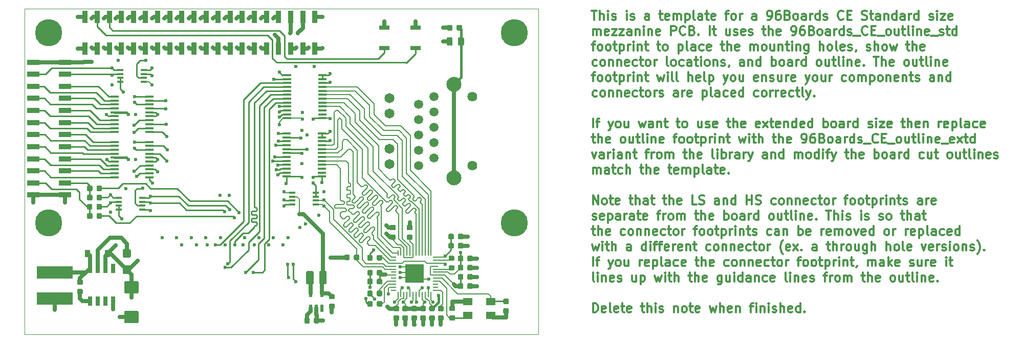
<source format=gbr>
G04 #@! TF.GenerationSoftware,KiCad,Pcbnew,5.1.5-52549c5~84~ubuntu18.04.1*
G04 #@! TF.CreationDate,2020-02-13T10:06:29-08:00*
G04 #@! TF.ProjectId,EthernetBoard,45746865-726e-4657-9442-6f6172642e6b,A*
G04 #@! TF.SameCoordinates,PX5f5e100PY5f5e100*
G04 #@! TF.FileFunction,Copper,L1,Top*
G04 #@! TF.FilePolarity,Positive*
%FSLAX46Y46*%
G04 Gerber Fmt 4.6, Leading zero omitted, Abs format (unit mm)*
G04 Created by KiCad (PCBNEW 5.1.5-52549c5~84~ubuntu18.04.1) date 2020-02-13 10:06:29*
%MOMM*%
%LPD*%
G04 APERTURE LIST*
%ADD10C,0.300000*%
%ADD11C,0.100000*%
%ADD12C,2.475000*%
%ADD13C,1.625000*%
%ADD14C,1.650000*%
%ADD15C,1.509000*%
%ADD16C,0.150000*%
%ADD17R,3.100000X3.100000*%
%ADD18R,0.260000X0.840000*%
%ADD19R,0.840000X0.260000*%
%ADD20R,1.480000X0.410000*%
%ADD21R,2.100000X0.890000*%
%ADD22C,4.500000*%
%ADD23R,1.600000X1.300000*%
%ADD24R,1.100000X0.450000*%
%ADD25R,1.475000X0.450000*%
%ADD26R,0.533400X1.270000*%
%ADD27R,0.650000X1.528000*%
%ADD28R,1.700000X0.800000*%
%ADD29R,6.000000X2.010000*%
%ADD30R,0.900000X1.200000*%
%ADD31R,0.890000X2.100000*%
%ADD32C,0.600000*%
%ADD33C,0.381000*%
%ADD34C,0.254000*%
%ADD35C,0.203200*%
%ADD36C,0.635000*%
%ADD37C,0.203000*%
G04 APERTURE END LIST*
D10*
X93809857Y-353571D02*
X94667000Y-353571D01*
X94238428Y-1853571D02*
X94238428Y-353571D01*
X95167000Y-1853571D02*
X95167000Y-353571D01*
X95809857Y-1853571D02*
X95809857Y-1067857D01*
X95738428Y-925000D01*
X95595571Y-853571D01*
X95381285Y-853571D01*
X95238428Y-925000D01*
X95167000Y-996428D01*
X96524142Y-1853571D02*
X96524142Y-853571D01*
X96524142Y-353571D02*
X96452714Y-425000D01*
X96524142Y-496428D01*
X96595571Y-425000D01*
X96524142Y-353571D01*
X96524142Y-496428D01*
X97167000Y-1782142D02*
X97309857Y-1853571D01*
X97595571Y-1853571D01*
X97738428Y-1782142D01*
X97809857Y-1639285D01*
X97809857Y-1567857D01*
X97738428Y-1425000D01*
X97595571Y-1353571D01*
X97381285Y-1353571D01*
X97238428Y-1282142D01*
X97167000Y-1139285D01*
X97167000Y-1067857D01*
X97238428Y-925000D01*
X97381285Y-853571D01*
X97595571Y-853571D01*
X97738428Y-925000D01*
X99595571Y-1853571D02*
X99595571Y-853571D01*
X99595571Y-353571D02*
X99524142Y-425000D01*
X99595571Y-496428D01*
X99667000Y-425000D01*
X99595571Y-353571D01*
X99595571Y-496428D01*
X100238428Y-1782142D02*
X100381285Y-1853571D01*
X100667000Y-1853571D01*
X100809857Y-1782142D01*
X100881285Y-1639285D01*
X100881285Y-1567857D01*
X100809857Y-1425000D01*
X100667000Y-1353571D01*
X100452714Y-1353571D01*
X100309857Y-1282142D01*
X100238428Y-1139285D01*
X100238428Y-1067857D01*
X100309857Y-925000D01*
X100452714Y-853571D01*
X100667000Y-853571D01*
X100809857Y-925000D01*
X103309857Y-1853571D02*
X103309857Y-1067857D01*
X103238428Y-925000D01*
X103095571Y-853571D01*
X102809857Y-853571D01*
X102667000Y-925000D01*
X103309857Y-1782142D02*
X103167000Y-1853571D01*
X102809857Y-1853571D01*
X102667000Y-1782142D01*
X102595571Y-1639285D01*
X102595571Y-1496428D01*
X102667000Y-1353571D01*
X102809857Y-1282142D01*
X103167000Y-1282142D01*
X103309857Y-1210714D01*
X104952714Y-853571D02*
X105524142Y-853571D01*
X105167000Y-353571D02*
X105167000Y-1639285D01*
X105238428Y-1782142D01*
X105381285Y-1853571D01*
X105524142Y-1853571D01*
X106595571Y-1782142D02*
X106452714Y-1853571D01*
X106167000Y-1853571D01*
X106024142Y-1782142D01*
X105952714Y-1639285D01*
X105952714Y-1067857D01*
X106024142Y-925000D01*
X106167000Y-853571D01*
X106452714Y-853571D01*
X106595571Y-925000D01*
X106667000Y-1067857D01*
X106667000Y-1210714D01*
X105952714Y-1353571D01*
X107309857Y-1853571D02*
X107309857Y-853571D01*
X107309857Y-996428D02*
X107381285Y-925000D01*
X107524142Y-853571D01*
X107738428Y-853571D01*
X107881285Y-925000D01*
X107952714Y-1067857D01*
X107952714Y-1853571D01*
X107952714Y-1067857D02*
X108024142Y-925000D01*
X108167000Y-853571D01*
X108381285Y-853571D01*
X108524142Y-925000D01*
X108595571Y-1067857D01*
X108595571Y-1853571D01*
X109309857Y-853571D02*
X109309857Y-2353571D01*
X109309857Y-925000D02*
X109452714Y-853571D01*
X109738428Y-853571D01*
X109881285Y-925000D01*
X109952714Y-996428D01*
X110024142Y-1139285D01*
X110024142Y-1567857D01*
X109952714Y-1710714D01*
X109881285Y-1782142D01*
X109738428Y-1853571D01*
X109452714Y-1853571D01*
X109309857Y-1782142D01*
X110881285Y-1853571D02*
X110738428Y-1782142D01*
X110667000Y-1639285D01*
X110667000Y-353571D01*
X112095571Y-1853571D02*
X112095571Y-1067857D01*
X112024142Y-925000D01*
X111881285Y-853571D01*
X111595571Y-853571D01*
X111452714Y-925000D01*
X112095571Y-1782142D02*
X111952714Y-1853571D01*
X111595571Y-1853571D01*
X111452714Y-1782142D01*
X111381285Y-1639285D01*
X111381285Y-1496428D01*
X111452714Y-1353571D01*
X111595571Y-1282142D01*
X111952714Y-1282142D01*
X112095571Y-1210714D01*
X112595571Y-853571D02*
X113167000Y-853571D01*
X112809857Y-353571D02*
X112809857Y-1639285D01*
X112881285Y-1782142D01*
X113024142Y-1853571D01*
X113167000Y-1853571D01*
X114238428Y-1782142D02*
X114095571Y-1853571D01*
X113809857Y-1853571D01*
X113667000Y-1782142D01*
X113595571Y-1639285D01*
X113595571Y-1067857D01*
X113667000Y-925000D01*
X113809857Y-853571D01*
X114095571Y-853571D01*
X114238428Y-925000D01*
X114309857Y-1067857D01*
X114309857Y-1210714D01*
X113595571Y-1353571D01*
X115881285Y-853571D02*
X116452714Y-853571D01*
X116095571Y-1853571D02*
X116095571Y-567857D01*
X116167000Y-425000D01*
X116309857Y-353571D01*
X116452714Y-353571D01*
X117167000Y-1853571D02*
X117024142Y-1782142D01*
X116952714Y-1710714D01*
X116881285Y-1567857D01*
X116881285Y-1139285D01*
X116952714Y-996428D01*
X117024142Y-925000D01*
X117167000Y-853571D01*
X117381285Y-853571D01*
X117524142Y-925000D01*
X117595571Y-996428D01*
X117667000Y-1139285D01*
X117667000Y-1567857D01*
X117595571Y-1710714D01*
X117524142Y-1782142D01*
X117381285Y-1853571D01*
X117167000Y-1853571D01*
X118309857Y-1853571D02*
X118309857Y-853571D01*
X118309857Y-1139285D02*
X118381285Y-996428D01*
X118452714Y-925000D01*
X118595571Y-853571D01*
X118738428Y-853571D01*
X121024142Y-1853571D02*
X121024142Y-1067857D01*
X120952714Y-925000D01*
X120809857Y-853571D01*
X120524142Y-853571D01*
X120381285Y-925000D01*
X121024142Y-1782142D02*
X120881285Y-1853571D01*
X120524142Y-1853571D01*
X120381285Y-1782142D01*
X120309857Y-1639285D01*
X120309857Y-1496428D01*
X120381285Y-1353571D01*
X120524142Y-1282142D01*
X120881285Y-1282142D01*
X121024142Y-1210714D01*
X122952714Y-1853571D02*
X123238428Y-1853571D01*
X123381285Y-1782142D01*
X123452714Y-1710714D01*
X123595571Y-1496428D01*
X123667000Y-1210714D01*
X123667000Y-639285D01*
X123595571Y-496428D01*
X123524142Y-425000D01*
X123381285Y-353571D01*
X123095571Y-353571D01*
X122952714Y-425000D01*
X122881285Y-496428D01*
X122809857Y-639285D01*
X122809857Y-996428D01*
X122881285Y-1139285D01*
X122952714Y-1210714D01*
X123095571Y-1282142D01*
X123381285Y-1282142D01*
X123524142Y-1210714D01*
X123595571Y-1139285D01*
X123667000Y-996428D01*
X124952714Y-353571D02*
X124667000Y-353571D01*
X124524142Y-425000D01*
X124452714Y-496428D01*
X124309857Y-710714D01*
X124238428Y-996428D01*
X124238428Y-1567857D01*
X124309857Y-1710714D01*
X124381285Y-1782142D01*
X124524142Y-1853571D01*
X124809857Y-1853571D01*
X124952714Y-1782142D01*
X125024142Y-1710714D01*
X125095571Y-1567857D01*
X125095571Y-1210714D01*
X125024142Y-1067857D01*
X124952714Y-996428D01*
X124809857Y-925000D01*
X124524142Y-925000D01*
X124381285Y-996428D01*
X124309857Y-1067857D01*
X124238428Y-1210714D01*
X126238428Y-1067857D02*
X126452714Y-1139285D01*
X126524142Y-1210714D01*
X126595571Y-1353571D01*
X126595571Y-1567857D01*
X126524142Y-1710714D01*
X126452714Y-1782142D01*
X126309857Y-1853571D01*
X125738428Y-1853571D01*
X125738428Y-353571D01*
X126238428Y-353571D01*
X126381285Y-425000D01*
X126452714Y-496428D01*
X126524142Y-639285D01*
X126524142Y-782142D01*
X126452714Y-925000D01*
X126381285Y-996428D01*
X126238428Y-1067857D01*
X125738428Y-1067857D01*
X127452714Y-1853571D02*
X127309857Y-1782142D01*
X127238428Y-1710714D01*
X127167000Y-1567857D01*
X127167000Y-1139285D01*
X127238428Y-996428D01*
X127309857Y-925000D01*
X127452714Y-853571D01*
X127667000Y-853571D01*
X127809857Y-925000D01*
X127881285Y-996428D01*
X127952714Y-1139285D01*
X127952714Y-1567857D01*
X127881285Y-1710714D01*
X127809857Y-1782142D01*
X127667000Y-1853571D01*
X127452714Y-1853571D01*
X129238428Y-1853571D02*
X129238428Y-1067857D01*
X129167000Y-925000D01*
X129024142Y-853571D01*
X128738428Y-853571D01*
X128595571Y-925000D01*
X129238428Y-1782142D02*
X129095571Y-1853571D01*
X128738428Y-1853571D01*
X128595571Y-1782142D01*
X128524142Y-1639285D01*
X128524142Y-1496428D01*
X128595571Y-1353571D01*
X128738428Y-1282142D01*
X129095571Y-1282142D01*
X129238428Y-1210714D01*
X129952714Y-1853571D02*
X129952714Y-853571D01*
X129952714Y-1139285D02*
X130024142Y-996428D01*
X130095571Y-925000D01*
X130238428Y-853571D01*
X130381285Y-853571D01*
X131524142Y-1853571D02*
X131524142Y-353571D01*
X131524142Y-1782142D02*
X131381285Y-1853571D01*
X131095571Y-1853571D01*
X130952714Y-1782142D01*
X130881285Y-1710714D01*
X130809857Y-1567857D01*
X130809857Y-1139285D01*
X130881285Y-996428D01*
X130952714Y-925000D01*
X131095571Y-853571D01*
X131381285Y-853571D01*
X131524142Y-925000D01*
X132167000Y-1782142D02*
X132309857Y-1853571D01*
X132595571Y-1853571D01*
X132738428Y-1782142D01*
X132809857Y-1639285D01*
X132809857Y-1567857D01*
X132738428Y-1425000D01*
X132595571Y-1353571D01*
X132381285Y-1353571D01*
X132238428Y-1282142D01*
X132167000Y-1139285D01*
X132167000Y-1067857D01*
X132238428Y-925000D01*
X132381285Y-853571D01*
X132595571Y-853571D01*
X132738428Y-925000D01*
X135452714Y-1710714D02*
X135381285Y-1782142D01*
X135167000Y-1853571D01*
X135024142Y-1853571D01*
X134809857Y-1782142D01*
X134667000Y-1639285D01*
X134595571Y-1496428D01*
X134524142Y-1210714D01*
X134524142Y-996428D01*
X134595571Y-710714D01*
X134667000Y-567857D01*
X134809857Y-425000D01*
X135024142Y-353571D01*
X135167000Y-353571D01*
X135381285Y-425000D01*
X135452714Y-496428D01*
X136095571Y-1067857D02*
X136595571Y-1067857D01*
X136809857Y-1853571D02*
X136095571Y-1853571D01*
X136095571Y-353571D01*
X136809857Y-353571D01*
X138524142Y-1782142D02*
X138738428Y-1853571D01*
X139095571Y-1853571D01*
X139238428Y-1782142D01*
X139309857Y-1710714D01*
X139381285Y-1567857D01*
X139381285Y-1425000D01*
X139309857Y-1282142D01*
X139238428Y-1210714D01*
X139095571Y-1139285D01*
X138809857Y-1067857D01*
X138667000Y-996428D01*
X138595571Y-925000D01*
X138524142Y-782142D01*
X138524142Y-639285D01*
X138595571Y-496428D01*
X138667000Y-425000D01*
X138809857Y-353571D01*
X139167000Y-353571D01*
X139381285Y-425000D01*
X139809857Y-853571D02*
X140381285Y-853571D01*
X140024142Y-353571D02*
X140024142Y-1639285D01*
X140095571Y-1782142D01*
X140238428Y-1853571D01*
X140381285Y-1853571D01*
X141524142Y-1853571D02*
X141524142Y-1067857D01*
X141452714Y-925000D01*
X141309857Y-853571D01*
X141024142Y-853571D01*
X140881285Y-925000D01*
X141524142Y-1782142D02*
X141381285Y-1853571D01*
X141024142Y-1853571D01*
X140881285Y-1782142D01*
X140809857Y-1639285D01*
X140809857Y-1496428D01*
X140881285Y-1353571D01*
X141024142Y-1282142D01*
X141381285Y-1282142D01*
X141524142Y-1210714D01*
X142238428Y-853571D02*
X142238428Y-1853571D01*
X142238428Y-996428D02*
X142309857Y-925000D01*
X142452714Y-853571D01*
X142667000Y-853571D01*
X142809857Y-925000D01*
X142881285Y-1067857D01*
X142881285Y-1853571D01*
X144238428Y-1853571D02*
X144238428Y-353571D01*
X144238428Y-1782142D02*
X144095571Y-1853571D01*
X143809857Y-1853571D01*
X143667000Y-1782142D01*
X143595571Y-1710714D01*
X143524142Y-1567857D01*
X143524142Y-1139285D01*
X143595571Y-996428D01*
X143667000Y-925000D01*
X143809857Y-853571D01*
X144095571Y-853571D01*
X144238428Y-925000D01*
X145595571Y-1853571D02*
X145595571Y-1067857D01*
X145524142Y-925000D01*
X145381285Y-853571D01*
X145095571Y-853571D01*
X144952714Y-925000D01*
X145595571Y-1782142D02*
X145452714Y-1853571D01*
X145095571Y-1853571D01*
X144952714Y-1782142D01*
X144881285Y-1639285D01*
X144881285Y-1496428D01*
X144952714Y-1353571D01*
X145095571Y-1282142D01*
X145452714Y-1282142D01*
X145595571Y-1210714D01*
X146309857Y-1853571D02*
X146309857Y-853571D01*
X146309857Y-1139285D02*
X146381285Y-996428D01*
X146452714Y-925000D01*
X146595571Y-853571D01*
X146738428Y-853571D01*
X147881285Y-1853571D02*
X147881285Y-353571D01*
X147881285Y-1782142D02*
X147738428Y-1853571D01*
X147452714Y-1853571D01*
X147309857Y-1782142D01*
X147238428Y-1710714D01*
X147167000Y-1567857D01*
X147167000Y-1139285D01*
X147238428Y-996428D01*
X147309857Y-925000D01*
X147452714Y-853571D01*
X147738428Y-853571D01*
X147881285Y-925000D01*
X149667000Y-1782142D02*
X149809857Y-1853571D01*
X150095571Y-1853571D01*
X150238428Y-1782142D01*
X150309857Y-1639285D01*
X150309857Y-1567857D01*
X150238428Y-1425000D01*
X150095571Y-1353571D01*
X149881285Y-1353571D01*
X149738428Y-1282142D01*
X149667000Y-1139285D01*
X149667000Y-1067857D01*
X149738428Y-925000D01*
X149881285Y-853571D01*
X150095571Y-853571D01*
X150238428Y-925000D01*
X150952714Y-1853571D02*
X150952714Y-853571D01*
X150952714Y-353571D02*
X150881285Y-425000D01*
X150952714Y-496428D01*
X151024142Y-425000D01*
X150952714Y-353571D01*
X150952714Y-496428D01*
X151524142Y-853571D02*
X152309857Y-853571D01*
X151524142Y-1853571D01*
X152309857Y-1853571D01*
X153452714Y-1782142D02*
X153309857Y-1853571D01*
X153024142Y-1853571D01*
X152881285Y-1782142D01*
X152809857Y-1639285D01*
X152809857Y-1067857D01*
X152881285Y-925000D01*
X153024142Y-853571D01*
X153309857Y-853571D01*
X153452714Y-925000D01*
X153524142Y-1067857D01*
X153524142Y-1210714D01*
X152809857Y-1353571D01*
X94024142Y-4403571D02*
X94024142Y-3403571D01*
X94024142Y-3546428D02*
X94095571Y-3475000D01*
X94238428Y-3403571D01*
X94452714Y-3403571D01*
X94595571Y-3475000D01*
X94667000Y-3617857D01*
X94667000Y-4403571D01*
X94667000Y-3617857D02*
X94738428Y-3475000D01*
X94881285Y-3403571D01*
X95095571Y-3403571D01*
X95238428Y-3475000D01*
X95309857Y-3617857D01*
X95309857Y-4403571D01*
X96595571Y-4332142D02*
X96452714Y-4403571D01*
X96167000Y-4403571D01*
X96024142Y-4332142D01*
X95952714Y-4189285D01*
X95952714Y-3617857D01*
X96024142Y-3475000D01*
X96167000Y-3403571D01*
X96452714Y-3403571D01*
X96595571Y-3475000D01*
X96667000Y-3617857D01*
X96667000Y-3760714D01*
X95952714Y-3903571D01*
X97167000Y-3403571D02*
X97952714Y-3403571D01*
X97167000Y-4403571D01*
X97952714Y-4403571D01*
X98381285Y-3403571D02*
X99167000Y-3403571D01*
X98381285Y-4403571D01*
X99167000Y-4403571D01*
X100381285Y-4403571D02*
X100381285Y-3617857D01*
X100309857Y-3475000D01*
X100167000Y-3403571D01*
X99881285Y-3403571D01*
X99738428Y-3475000D01*
X100381285Y-4332142D02*
X100238428Y-4403571D01*
X99881285Y-4403571D01*
X99738428Y-4332142D01*
X99667000Y-4189285D01*
X99667000Y-4046428D01*
X99738428Y-3903571D01*
X99881285Y-3832142D01*
X100238428Y-3832142D01*
X100381285Y-3760714D01*
X101095571Y-3403571D02*
X101095571Y-4403571D01*
X101095571Y-3546428D02*
X101167000Y-3475000D01*
X101309857Y-3403571D01*
X101524142Y-3403571D01*
X101667000Y-3475000D01*
X101738428Y-3617857D01*
X101738428Y-4403571D01*
X102452714Y-4403571D02*
X102452714Y-3403571D01*
X102452714Y-2903571D02*
X102381285Y-2975000D01*
X102452714Y-3046428D01*
X102524142Y-2975000D01*
X102452714Y-2903571D01*
X102452714Y-3046428D01*
X103167000Y-3403571D02*
X103167000Y-4403571D01*
X103167000Y-3546428D02*
X103238428Y-3475000D01*
X103381285Y-3403571D01*
X103595571Y-3403571D01*
X103738428Y-3475000D01*
X103809857Y-3617857D01*
X103809857Y-4403571D01*
X105095571Y-4332142D02*
X104952714Y-4403571D01*
X104667000Y-4403571D01*
X104524142Y-4332142D01*
X104452714Y-4189285D01*
X104452714Y-3617857D01*
X104524142Y-3475000D01*
X104667000Y-3403571D01*
X104952714Y-3403571D01*
X105095571Y-3475000D01*
X105167000Y-3617857D01*
X105167000Y-3760714D01*
X104452714Y-3903571D01*
X106952714Y-4403571D02*
X106952714Y-2903571D01*
X107524142Y-2903571D01*
X107667000Y-2975000D01*
X107738428Y-3046428D01*
X107809857Y-3189285D01*
X107809857Y-3403571D01*
X107738428Y-3546428D01*
X107667000Y-3617857D01*
X107524142Y-3689285D01*
X106952714Y-3689285D01*
X109309857Y-4260714D02*
X109238428Y-4332142D01*
X109024142Y-4403571D01*
X108881285Y-4403571D01*
X108667000Y-4332142D01*
X108524142Y-4189285D01*
X108452714Y-4046428D01*
X108381285Y-3760714D01*
X108381285Y-3546428D01*
X108452714Y-3260714D01*
X108524142Y-3117857D01*
X108667000Y-2975000D01*
X108881285Y-2903571D01*
X109024142Y-2903571D01*
X109238428Y-2975000D01*
X109309857Y-3046428D01*
X110452714Y-3617857D02*
X110667000Y-3689285D01*
X110738428Y-3760714D01*
X110809857Y-3903571D01*
X110809857Y-4117857D01*
X110738428Y-4260714D01*
X110667000Y-4332142D01*
X110524142Y-4403571D01*
X109952714Y-4403571D01*
X109952714Y-2903571D01*
X110452714Y-2903571D01*
X110595571Y-2975000D01*
X110667000Y-3046428D01*
X110738428Y-3189285D01*
X110738428Y-3332142D01*
X110667000Y-3475000D01*
X110595571Y-3546428D01*
X110452714Y-3617857D01*
X109952714Y-3617857D01*
X111452714Y-4260714D02*
X111524142Y-4332142D01*
X111452714Y-4403571D01*
X111381285Y-4332142D01*
X111452714Y-4260714D01*
X111452714Y-4403571D01*
X113309857Y-4403571D02*
X113309857Y-2903571D01*
X113809857Y-3403571D02*
X114381285Y-3403571D01*
X114024142Y-2903571D02*
X114024142Y-4189285D01*
X114095571Y-4332142D01*
X114238428Y-4403571D01*
X114381285Y-4403571D01*
X116667000Y-3403571D02*
X116667000Y-4403571D01*
X116024142Y-3403571D02*
X116024142Y-4189285D01*
X116095571Y-4332142D01*
X116238428Y-4403571D01*
X116452714Y-4403571D01*
X116595571Y-4332142D01*
X116667000Y-4260714D01*
X117309857Y-4332142D02*
X117452714Y-4403571D01*
X117738428Y-4403571D01*
X117881285Y-4332142D01*
X117952714Y-4189285D01*
X117952714Y-4117857D01*
X117881285Y-3975000D01*
X117738428Y-3903571D01*
X117524142Y-3903571D01*
X117381285Y-3832142D01*
X117309857Y-3689285D01*
X117309857Y-3617857D01*
X117381285Y-3475000D01*
X117524142Y-3403571D01*
X117738428Y-3403571D01*
X117881285Y-3475000D01*
X119167000Y-4332142D02*
X119024142Y-4403571D01*
X118738428Y-4403571D01*
X118595571Y-4332142D01*
X118524142Y-4189285D01*
X118524142Y-3617857D01*
X118595571Y-3475000D01*
X118738428Y-3403571D01*
X119024142Y-3403571D01*
X119167000Y-3475000D01*
X119238428Y-3617857D01*
X119238428Y-3760714D01*
X118524142Y-3903571D01*
X119809857Y-4332142D02*
X119952714Y-4403571D01*
X120238428Y-4403571D01*
X120381285Y-4332142D01*
X120452714Y-4189285D01*
X120452714Y-4117857D01*
X120381285Y-3975000D01*
X120238428Y-3903571D01*
X120024142Y-3903571D01*
X119881285Y-3832142D01*
X119809857Y-3689285D01*
X119809857Y-3617857D01*
X119881285Y-3475000D01*
X120024142Y-3403571D01*
X120238428Y-3403571D01*
X120381285Y-3475000D01*
X122024142Y-3403571D02*
X122595571Y-3403571D01*
X122238428Y-2903571D02*
X122238428Y-4189285D01*
X122309857Y-4332142D01*
X122452714Y-4403571D01*
X122595571Y-4403571D01*
X123095571Y-4403571D02*
X123095571Y-2903571D01*
X123738428Y-4403571D02*
X123738428Y-3617857D01*
X123667000Y-3475000D01*
X123524142Y-3403571D01*
X123309857Y-3403571D01*
X123167000Y-3475000D01*
X123095571Y-3546428D01*
X125024142Y-4332142D02*
X124881285Y-4403571D01*
X124595571Y-4403571D01*
X124452714Y-4332142D01*
X124381285Y-4189285D01*
X124381285Y-3617857D01*
X124452714Y-3475000D01*
X124595571Y-3403571D01*
X124881285Y-3403571D01*
X125024142Y-3475000D01*
X125095571Y-3617857D01*
X125095571Y-3760714D01*
X124381285Y-3903571D01*
X126952714Y-4403571D02*
X127238428Y-4403571D01*
X127381285Y-4332142D01*
X127452714Y-4260714D01*
X127595571Y-4046428D01*
X127667000Y-3760714D01*
X127667000Y-3189285D01*
X127595571Y-3046428D01*
X127524142Y-2975000D01*
X127381285Y-2903571D01*
X127095571Y-2903571D01*
X126952714Y-2975000D01*
X126881285Y-3046428D01*
X126809857Y-3189285D01*
X126809857Y-3546428D01*
X126881285Y-3689285D01*
X126952714Y-3760714D01*
X127095571Y-3832142D01*
X127381285Y-3832142D01*
X127524142Y-3760714D01*
X127595571Y-3689285D01*
X127667000Y-3546428D01*
X128952714Y-2903571D02*
X128667000Y-2903571D01*
X128524142Y-2975000D01*
X128452714Y-3046428D01*
X128309857Y-3260714D01*
X128238428Y-3546428D01*
X128238428Y-4117857D01*
X128309857Y-4260714D01*
X128381285Y-4332142D01*
X128524142Y-4403571D01*
X128809857Y-4403571D01*
X128952714Y-4332142D01*
X129024142Y-4260714D01*
X129095571Y-4117857D01*
X129095571Y-3760714D01*
X129024142Y-3617857D01*
X128952714Y-3546428D01*
X128809857Y-3475000D01*
X128524142Y-3475000D01*
X128381285Y-3546428D01*
X128309857Y-3617857D01*
X128238428Y-3760714D01*
X130238428Y-3617857D02*
X130452714Y-3689285D01*
X130524142Y-3760714D01*
X130595571Y-3903571D01*
X130595571Y-4117857D01*
X130524142Y-4260714D01*
X130452714Y-4332142D01*
X130309857Y-4403571D01*
X129738428Y-4403571D01*
X129738428Y-2903571D01*
X130238428Y-2903571D01*
X130381285Y-2975000D01*
X130452714Y-3046428D01*
X130524142Y-3189285D01*
X130524142Y-3332142D01*
X130452714Y-3475000D01*
X130381285Y-3546428D01*
X130238428Y-3617857D01*
X129738428Y-3617857D01*
X131452714Y-4403571D02*
X131309857Y-4332142D01*
X131238428Y-4260714D01*
X131167000Y-4117857D01*
X131167000Y-3689285D01*
X131238428Y-3546428D01*
X131309857Y-3475000D01*
X131452714Y-3403571D01*
X131667000Y-3403571D01*
X131809857Y-3475000D01*
X131881285Y-3546428D01*
X131952714Y-3689285D01*
X131952714Y-4117857D01*
X131881285Y-4260714D01*
X131809857Y-4332142D01*
X131667000Y-4403571D01*
X131452714Y-4403571D01*
X133238428Y-4403571D02*
X133238428Y-3617857D01*
X133167000Y-3475000D01*
X133024142Y-3403571D01*
X132738428Y-3403571D01*
X132595571Y-3475000D01*
X133238428Y-4332142D02*
X133095571Y-4403571D01*
X132738428Y-4403571D01*
X132595571Y-4332142D01*
X132524142Y-4189285D01*
X132524142Y-4046428D01*
X132595571Y-3903571D01*
X132738428Y-3832142D01*
X133095571Y-3832142D01*
X133238428Y-3760714D01*
X133952714Y-4403571D02*
X133952714Y-3403571D01*
X133952714Y-3689285D02*
X134024142Y-3546428D01*
X134095571Y-3475000D01*
X134238428Y-3403571D01*
X134381285Y-3403571D01*
X135524142Y-4403571D02*
X135524142Y-2903571D01*
X135524142Y-4332142D02*
X135381285Y-4403571D01*
X135095571Y-4403571D01*
X134952714Y-4332142D01*
X134881285Y-4260714D01*
X134809857Y-4117857D01*
X134809857Y-3689285D01*
X134881285Y-3546428D01*
X134952714Y-3475000D01*
X135095571Y-3403571D01*
X135381285Y-3403571D01*
X135524142Y-3475000D01*
X136167000Y-4332142D02*
X136309857Y-4403571D01*
X136595571Y-4403571D01*
X136738428Y-4332142D01*
X136809857Y-4189285D01*
X136809857Y-4117857D01*
X136738428Y-3975000D01*
X136595571Y-3903571D01*
X136381285Y-3903571D01*
X136238428Y-3832142D01*
X136167000Y-3689285D01*
X136167000Y-3617857D01*
X136238428Y-3475000D01*
X136381285Y-3403571D01*
X136595571Y-3403571D01*
X136738428Y-3475000D01*
X137095571Y-4546428D02*
X138238428Y-4546428D01*
X139452714Y-4260714D02*
X139381285Y-4332142D01*
X139167000Y-4403571D01*
X139024142Y-4403571D01*
X138809857Y-4332142D01*
X138667000Y-4189285D01*
X138595571Y-4046428D01*
X138524142Y-3760714D01*
X138524142Y-3546428D01*
X138595571Y-3260714D01*
X138667000Y-3117857D01*
X138809857Y-2975000D01*
X139024142Y-2903571D01*
X139167000Y-2903571D01*
X139381285Y-2975000D01*
X139452714Y-3046428D01*
X140095571Y-3617857D02*
X140595571Y-3617857D01*
X140809857Y-4403571D02*
X140095571Y-4403571D01*
X140095571Y-2903571D01*
X140809857Y-2903571D01*
X141095571Y-4546428D02*
X142238428Y-4546428D01*
X142809857Y-4403571D02*
X142667000Y-4332142D01*
X142595571Y-4260714D01*
X142524142Y-4117857D01*
X142524142Y-3689285D01*
X142595571Y-3546428D01*
X142667000Y-3475000D01*
X142809857Y-3403571D01*
X143024142Y-3403571D01*
X143167000Y-3475000D01*
X143238428Y-3546428D01*
X143309857Y-3689285D01*
X143309857Y-4117857D01*
X143238428Y-4260714D01*
X143167000Y-4332142D01*
X143024142Y-4403571D01*
X142809857Y-4403571D01*
X144595571Y-3403571D02*
X144595571Y-4403571D01*
X143952714Y-3403571D02*
X143952714Y-4189285D01*
X144024142Y-4332142D01*
X144167000Y-4403571D01*
X144381285Y-4403571D01*
X144524142Y-4332142D01*
X144595571Y-4260714D01*
X145095571Y-3403571D02*
X145667000Y-3403571D01*
X145309857Y-2903571D02*
X145309857Y-4189285D01*
X145381285Y-4332142D01*
X145524142Y-4403571D01*
X145667000Y-4403571D01*
X146381285Y-4403571D02*
X146238428Y-4332142D01*
X146167000Y-4189285D01*
X146167000Y-2903571D01*
X146952714Y-4403571D02*
X146952714Y-3403571D01*
X146952714Y-2903571D02*
X146881285Y-2975000D01*
X146952714Y-3046428D01*
X147024142Y-2975000D01*
X146952714Y-2903571D01*
X146952714Y-3046428D01*
X147667000Y-3403571D02*
X147667000Y-4403571D01*
X147667000Y-3546428D02*
X147738428Y-3475000D01*
X147881285Y-3403571D01*
X148095571Y-3403571D01*
X148238428Y-3475000D01*
X148309857Y-3617857D01*
X148309857Y-4403571D01*
X149595571Y-4332142D02*
X149452714Y-4403571D01*
X149167000Y-4403571D01*
X149024142Y-4332142D01*
X148952714Y-4189285D01*
X148952714Y-3617857D01*
X149024142Y-3475000D01*
X149167000Y-3403571D01*
X149452714Y-3403571D01*
X149595571Y-3475000D01*
X149667000Y-3617857D01*
X149667000Y-3760714D01*
X148952714Y-3903571D01*
X149952714Y-4546428D02*
X151095571Y-4546428D01*
X151381285Y-4332142D02*
X151524142Y-4403571D01*
X151809857Y-4403571D01*
X151952714Y-4332142D01*
X152024142Y-4189285D01*
X152024142Y-4117857D01*
X151952714Y-3975000D01*
X151809857Y-3903571D01*
X151595571Y-3903571D01*
X151452714Y-3832142D01*
X151381285Y-3689285D01*
X151381285Y-3617857D01*
X151452714Y-3475000D01*
X151595571Y-3403571D01*
X151809857Y-3403571D01*
X151952714Y-3475000D01*
X152452714Y-3403571D02*
X153024142Y-3403571D01*
X152667000Y-2903571D02*
X152667000Y-4189285D01*
X152738428Y-4332142D01*
X152881285Y-4403571D01*
X153024142Y-4403571D01*
X154167000Y-4403571D02*
X154167000Y-2903571D01*
X154167000Y-4332142D02*
X154024142Y-4403571D01*
X153738428Y-4403571D01*
X153595571Y-4332142D01*
X153524142Y-4260714D01*
X153452714Y-4117857D01*
X153452714Y-3689285D01*
X153524142Y-3546428D01*
X153595571Y-3475000D01*
X153738428Y-3403571D01*
X154024142Y-3403571D01*
X154167000Y-3475000D01*
X93809857Y-5953571D02*
X94381285Y-5953571D01*
X94024142Y-6953571D02*
X94024142Y-5667857D01*
X94095571Y-5525000D01*
X94238428Y-5453571D01*
X94381285Y-5453571D01*
X95095571Y-6953571D02*
X94952714Y-6882142D01*
X94881285Y-6810714D01*
X94809857Y-6667857D01*
X94809857Y-6239285D01*
X94881285Y-6096428D01*
X94952714Y-6025000D01*
X95095571Y-5953571D01*
X95309857Y-5953571D01*
X95452714Y-6025000D01*
X95524142Y-6096428D01*
X95595571Y-6239285D01*
X95595571Y-6667857D01*
X95524142Y-6810714D01*
X95452714Y-6882142D01*
X95309857Y-6953571D01*
X95095571Y-6953571D01*
X96452714Y-6953571D02*
X96309857Y-6882142D01*
X96238428Y-6810714D01*
X96167000Y-6667857D01*
X96167000Y-6239285D01*
X96238428Y-6096428D01*
X96309857Y-6025000D01*
X96452714Y-5953571D01*
X96667000Y-5953571D01*
X96809857Y-6025000D01*
X96881285Y-6096428D01*
X96952714Y-6239285D01*
X96952714Y-6667857D01*
X96881285Y-6810714D01*
X96809857Y-6882142D01*
X96667000Y-6953571D01*
X96452714Y-6953571D01*
X97381285Y-5953571D02*
X97952714Y-5953571D01*
X97595571Y-5453571D02*
X97595571Y-6739285D01*
X97667000Y-6882142D01*
X97809857Y-6953571D01*
X97952714Y-6953571D01*
X98452714Y-5953571D02*
X98452714Y-7453571D01*
X98452714Y-6025000D02*
X98595571Y-5953571D01*
X98881285Y-5953571D01*
X99024142Y-6025000D01*
X99095571Y-6096428D01*
X99167000Y-6239285D01*
X99167000Y-6667857D01*
X99095571Y-6810714D01*
X99024142Y-6882142D01*
X98881285Y-6953571D01*
X98595571Y-6953571D01*
X98452714Y-6882142D01*
X99809857Y-6953571D02*
X99809857Y-5953571D01*
X99809857Y-6239285D02*
X99881285Y-6096428D01*
X99952714Y-6025000D01*
X100095571Y-5953571D01*
X100238428Y-5953571D01*
X100738428Y-6953571D02*
X100738428Y-5953571D01*
X100738428Y-5453571D02*
X100667000Y-5525000D01*
X100738428Y-5596428D01*
X100809857Y-5525000D01*
X100738428Y-5453571D01*
X100738428Y-5596428D01*
X101452714Y-5953571D02*
X101452714Y-6953571D01*
X101452714Y-6096428D02*
X101524142Y-6025000D01*
X101667000Y-5953571D01*
X101881285Y-5953571D01*
X102024142Y-6025000D01*
X102095571Y-6167857D01*
X102095571Y-6953571D01*
X102595571Y-5953571D02*
X103167000Y-5953571D01*
X102809857Y-5453571D02*
X102809857Y-6739285D01*
X102881285Y-6882142D01*
X103024142Y-6953571D01*
X103167000Y-6953571D01*
X104595571Y-5953571D02*
X105167000Y-5953571D01*
X104809857Y-5453571D02*
X104809857Y-6739285D01*
X104881285Y-6882142D01*
X105024142Y-6953571D01*
X105167000Y-6953571D01*
X105881285Y-6953571D02*
X105738428Y-6882142D01*
X105667000Y-6810714D01*
X105595571Y-6667857D01*
X105595571Y-6239285D01*
X105667000Y-6096428D01*
X105738428Y-6025000D01*
X105881285Y-5953571D01*
X106095571Y-5953571D01*
X106238428Y-6025000D01*
X106309857Y-6096428D01*
X106381285Y-6239285D01*
X106381285Y-6667857D01*
X106309857Y-6810714D01*
X106238428Y-6882142D01*
X106095571Y-6953571D01*
X105881285Y-6953571D01*
X108167000Y-5953571D02*
X108167000Y-7453571D01*
X108167000Y-6025000D02*
X108309857Y-5953571D01*
X108595571Y-5953571D01*
X108738428Y-6025000D01*
X108809857Y-6096428D01*
X108881285Y-6239285D01*
X108881285Y-6667857D01*
X108809857Y-6810714D01*
X108738428Y-6882142D01*
X108595571Y-6953571D01*
X108309857Y-6953571D01*
X108167000Y-6882142D01*
X109738428Y-6953571D02*
X109595571Y-6882142D01*
X109524142Y-6739285D01*
X109524142Y-5453571D01*
X110952714Y-6953571D02*
X110952714Y-6167857D01*
X110881285Y-6025000D01*
X110738428Y-5953571D01*
X110452714Y-5953571D01*
X110309857Y-6025000D01*
X110952714Y-6882142D02*
X110809857Y-6953571D01*
X110452714Y-6953571D01*
X110309857Y-6882142D01*
X110238428Y-6739285D01*
X110238428Y-6596428D01*
X110309857Y-6453571D01*
X110452714Y-6382142D01*
X110809857Y-6382142D01*
X110952714Y-6310714D01*
X112309857Y-6882142D02*
X112167000Y-6953571D01*
X111881285Y-6953571D01*
X111738428Y-6882142D01*
X111667000Y-6810714D01*
X111595571Y-6667857D01*
X111595571Y-6239285D01*
X111667000Y-6096428D01*
X111738428Y-6025000D01*
X111881285Y-5953571D01*
X112167000Y-5953571D01*
X112309857Y-6025000D01*
X113524142Y-6882142D02*
X113381285Y-6953571D01*
X113095571Y-6953571D01*
X112952714Y-6882142D01*
X112881285Y-6739285D01*
X112881285Y-6167857D01*
X112952714Y-6025000D01*
X113095571Y-5953571D01*
X113381285Y-5953571D01*
X113524142Y-6025000D01*
X113595571Y-6167857D01*
X113595571Y-6310714D01*
X112881285Y-6453571D01*
X115167000Y-5953571D02*
X115738428Y-5953571D01*
X115381285Y-5453571D02*
X115381285Y-6739285D01*
X115452714Y-6882142D01*
X115595571Y-6953571D01*
X115738428Y-6953571D01*
X116238428Y-6953571D02*
X116238428Y-5453571D01*
X116881285Y-6953571D02*
X116881285Y-6167857D01*
X116809857Y-6025000D01*
X116667000Y-5953571D01*
X116452714Y-5953571D01*
X116309857Y-6025000D01*
X116238428Y-6096428D01*
X118167000Y-6882142D02*
X118024142Y-6953571D01*
X117738428Y-6953571D01*
X117595571Y-6882142D01*
X117524142Y-6739285D01*
X117524142Y-6167857D01*
X117595571Y-6025000D01*
X117738428Y-5953571D01*
X118024142Y-5953571D01*
X118167000Y-6025000D01*
X118238428Y-6167857D01*
X118238428Y-6310714D01*
X117524142Y-6453571D01*
X120024142Y-6953571D02*
X120024142Y-5953571D01*
X120024142Y-6096428D02*
X120095571Y-6025000D01*
X120238428Y-5953571D01*
X120452714Y-5953571D01*
X120595571Y-6025000D01*
X120667000Y-6167857D01*
X120667000Y-6953571D01*
X120667000Y-6167857D02*
X120738428Y-6025000D01*
X120881285Y-5953571D01*
X121095571Y-5953571D01*
X121238428Y-6025000D01*
X121309857Y-6167857D01*
X121309857Y-6953571D01*
X122238428Y-6953571D02*
X122095571Y-6882142D01*
X122024142Y-6810714D01*
X121952714Y-6667857D01*
X121952714Y-6239285D01*
X122024142Y-6096428D01*
X122095571Y-6025000D01*
X122238428Y-5953571D01*
X122452714Y-5953571D01*
X122595571Y-6025000D01*
X122667000Y-6096428D01*
X122738428Y-6239285D01*
X122738428Y-6667857D01*
X122667000Y-6810714D01*
X122595571Y-6882142D01*
X122452714Y-6953571D01*
X122238428Y-6953571D01*
X124024142Y-5953571D02*
X124024142Y-6953571D01*
X123381285Y-5953571D02*
X123381285Y-6739285D01*
X123452714Y-6882142D01*
X123595571Y-6953571D01*
X123809857Y-6953571D01*
X123952714Y-6882142D01*
X124024142Y-6810714D01*
X124738428Y-5953571D02*
X124738428Y-6953571D01*
X124738428Y-6096428D02*
X124809857Y-6025000D01*
X124952714Y-5953571D01*
X125167000Y-5953571D01*
X125309857Y-6025000D01*
X125381285Y-6167857D01*
X125381285Y-6953571D01*
X125881285Y-5953571D02*
X126452714Y-5953571D01*
X126095571Y-5453571D02*
X126095571Y-6739285D01*
X126167000Y-6882142D01*
X126309857Y-6953571D01*
X126452714Y-6953571D01*
X126952714Y-6953571D02*
X126952714Y-5953571D01*
X126952714Y-5453571D02*
X126881285Y-5525000D01*
X126952714Y-5596428D01*
X127024142Y-5525000D01*
X126952714Y-5453571D01*
X126952714Y-5596428D01*
X127667000Y-5953571D02*
X127667000Y-6953571D01*
X127667000Y-6096428D02*
X127738428Y-6025000D01*
X127881285Y-5953571D01*
X128095571Y-5953571D01*
X128238428Y-6025000D01*
X128309857Y-6167857D01*
X128309857Y-6953571D01*
X129667000Y-5953571D02*
X129667000Y-7167857D01*
X129595571Y-7310714D01*
X129524142Y-7382142D01*
X129381285Y-7453571D01*
X129167000Y-7453571D01*
X129024142Y-7382142D01*
X129667000Y-6882142D02*
X129524142Y-6953571D01*
X129238428Y-6953571D01*
X129095571Y-6882142D01*
X129024142Y-6810714D01*
X128952714Y-6667857D01*
X128952714Y-6239285D01*
X129024142Y-6096428D01*
X129095571Y-6025000D01*
X129238428Y-5953571D01*
X129524142Y-5953571D01*
X129667000Y-6025000D01*
X131524142Y-6953571D02*
X131524142Y-5453571D01*
X132167000Y-6953571D02*
X132167000Y-6167857D01*
X132095571Y-6025000D01*
X131952714Y-5953571D01*
X131738428Y-5953571D01*
X131595571Y-6025000D01*
X131524142Y-6096428D01*
X133095571Y-6953571D02*
X132952714Y-6882142D01*
X132881285Y-6810714D01*
X132809857Y-6667857D01*
X132809857Y-6239285D01*
X132881285Y-6096428D01*
X132952714Y-6025000D01*
X133095571Y-5953571D01*
X133309857Y-5953571D01*
X133452714Y-6025000D01*
X133524142Y-6096428D01*
X133595571Y-6239285D01*
X133595571Y-6667857D01*
X133524142Y-6810714D01*
X133452714Y-6882142D01*
X133309857Y-6953571D01*
X133095571Y-6953571D01*
X134452714Y-6953571D02*
X134309857Y-6882142D01*
X134238428Y-6739285D01*
X134238428Y-5453571D01*
X135595571Y-6882142D02*
X135452714Y-6953571D01*
X135167000Y-6953571D01*
X135024142Y-6882142D01*
X134952714Y-6739285D01*
X134952714Y-6167857D01*
X135024142Y-6025000D01*
X135167000Y-5953571D01*
X135452714Y-5953571D01*
X135595571Y-6025000D01*
X135667000Y-6167857D01*
X135667000Y-6310714D01*
X134952714Y-6453571D01*
X136238428Y-6882142D02*
X136381285Y-6953571D01*
X136667000Y-6953571D01*
X136809857Y-6882142D01*
X136881285Y-6739285D01*
X136881285Y-6667857D01*
X136809857Y-6525000D01*
X136667000Y-6453571D01*
X136452714Y-6453571D01*
X136309857Y-6382142D01*
X136238428Y-6239285D01*
X136238428Y-6167857D01*
X136309857Y-6025000D01*
X136452714Y-5953571D01*
X136667000Y-5953571D01*
X136809857Y-6025000D01*
X137595571Y-6882142D02*
X137595571Y-6953571D01*
X137524142Y-7096428D01*
X137452714Y-7167857D01*
X139309857Y-6882142D02*
X139452714Y-6953571D01*
X139738428Y-6953571D01*
X139881285Y-6882142D01*
X139952714Y-6739285D01*
X139952714Y-6667857D01*
X139881285Y-6525000D01*
X139738428Y-6453571D01*
X139524142Y-6453571D01*
X139381285Y-6382142D01*
X139309857Y-6239285D01*
X139309857Y-6167857D01*
X139381285Y-6025000D01*
X139524142Y-5953571D01*
X139738428Y-5953571D01*
X139881285Y-6025000D01*
X140595571Y-6953571D02*
X140595571Y-5453571D01*
X141238428Y-6953571D02*
X141238428Y-6167857D01*
X141167000Y-6025000D01*
X141024142Y-5953571D01*
X140809857Y-5953571D01*
X140667000Y-6025000D01*
X140595571Y-6096428D01*
X142167000Y-6953571D02*
X142024142Y-6882142D01*
X141952714Y-6810714D01*
X141881285Y-6667857D01*
X141881285Y-6239285D01*
X141952714Y-6096428D01*
X142024142Y-6025000D01*
X142167000Y-5953571D01*
X142381285Y-5953571D01*
X142524142Y-6025000D01*
X142595571Y-6096428D01*
X142667000Y-6239285D01*
X142667000Y-6667857D01*
X142595571Y-6810714D01*
X142524142Y-6882142D01*
X142381285Y-6953571D01*
X142167000Y-6953571D01*
X143167000Y-5953571D02*
X143452714Y-6953571D01*
X143738428Y-6239285D01*
X144024142Y-6953571D01*
X144309857Y-5953571D01*
X145809857Y-5953571D02*
X146381285Y-5953571D01*
X146024142Y-5453571D02*
X146024142Y-6739285D01*
X146095571Y-6882142D01*
X146238428Y-6953571D01*
X146381285Y-6953571D01*
X146881285Y-6953571D02*
X146881285Y-5453571D01*
X147524142Y-6953571D02*
X147524142Y-6167857D01*
X147452714Y-6025000D01*
X147309857Y-5953571D01*
X147095571Y-5953571D01*
X146952714Y-6025000D01*
X146881285Y-6096428D01*
X148809857Y-6882142D02*
X148667000Y-6953571D01*
X148381285Y-6953571D01*
X148238428Y-6882142D01*
X148167000Y-6739285D01*
X148167000Y-6167857D01*
X148238428Y-6025000D01*
X148381285Y-5953571D01*
X148667000Y-5953571D01*
X148809857Y-6025000D01*
X148881285Y-6167857D01*
X148881285Y-6310714D01*
X148167000Y-6453571D01*
X94667000Y-9432142D02*
X94524142Y-9503571D01*
X94238428Y-9503571D01*
X94095571Y-9432142D01*
X94024142Y-9360714D01*
X93952714Y-9217857D01*
X93952714Y-8789285D01*
X94024142Y-8646428D01*
X94095571Y-8575000D01*
X94238428Y-8503571D01*
X94524142Y-8503571D01*
X94667000Y-8575000D01*
X95524142Y-9503571D02*
X95381285Y-9432142D01*
X95309857Y-9360714D01*
X95238428Y-9217857D01*
X95238428Y-8789285D01*
X95309857Y-8646428D01*
X95381285Y-8575000D01*
X95524142Y-8503571D01*
X95738428Y-8503571D01*
X95881285Y-8575000D01*
X95952714Y-8646428D01*
X96024142Y-8789285D01*
X96024142Y-9217857D01*
X95952714Y-9360714D01*
X95881285Y-9432142D01*
X95738428Y-9503571D01*
X95524142Y-9503571D01*
X96667000Y-8503571D02*
X96667000Y-9503571D01*
X96667000Y-8646428D02*
X96738428Y-8575000D01*
X96881285Y-8503571D01*
X97095571Y-8503571D01*
X97238428Y-8575000D01*
X97309857Y-8717857D01*
X97309857Y-9503571D01*
X98024142Y-8503571D02*
X98024142Y-9503571D01*
X98024142Y-8646428D02*
X98095571Y-8575000D01*
X98238428Y-8503571D01*
X98452714Y-8503571D01*
X98595571Y-8575000D01*
X98667000Y-8717857D01*
X98667000Y-9503571D01*
X99952714Y-9432142D02*
X99809857Y-9503571D01*
X99524142Y-9503571D01*
X99381285Y-9432142D01*
X99309857Y-9289285D01*
X99309857Y-8717857D01*
X99381285Y-8575000D01*
X99524142Y-8503571D01*
X99809857Y-8503571D01*
X99952714Y-8575000D01*
X100024142Y-8717857D01*
X100024142Y-8860714D01*
X99309857Y-9003571D01*
X101309857Y-9432142D02*
X101167000Y-9503571D01*
X100881285Y-9503571D01*
X100738428Y-9432142D01*
X100667000Y-9360714D01*
X100595571Y-9217857D01*
X100595571Y-8789285D01*
X100667000Y-8646428D01*
X100738428Y-8575000D01*
X100881285Y-8503571D01*
X101167000Y-8503571D01*
X101309857Y-8575000D01*
X101738428Y-8503571D02*
X102309857Y-8503571D01*
X101952714Y-8003571D02*
X101952714Y-9289285D01*
X102024142Y-9432142D01*
X102167000Y-9503571D01*
X102309857Y-9503571D01*
X103024142Y-9503571D02*
X102881285Y-9432142D01*
X102809857Y-9360714D01*
X102738428Y-9217857D01*
X102738428Y-8789285D01*
X102809857Y-8646428D01*
X102881285Y-8575000D01*
X103024142Y-8503571D01*
X103238428Y-8503571D01*
X103381285Y-8575000D01*
X103452714Y-8646428D01*
X103524142Y-8789285D01*
X103524142Y-9217857D01*
X103452714Y-9360714D01*
X103381285Y-9432142D01*
X103238428Y-9503571D01*
X103024142Y-9503571D01*
X104167000Y-9503571D02*
X104167000Y-8503571D01*
X104167000Y-8789285D02*
X104238428Y-8646428D01*
X104309857Y-8575000D01*
X104452714Y-8503571D01*
X104595571Y-8503571D01*
X106452714Y-9503571D02*
X106309857Y-9432142D01*
X106238428Y-9289285D01*
X106238428Y-8003571D01*
X107238428Y-9503571D02*
X107095571Y-9432142D01*
X107024142Y-9360714D01*
X106952714Y-9217857D01*
X106952714Y-8789285D01*
X107024142Y-8646428D01*
X107095571Y-8575000D01*
X107238428Y-8503571D01*
X107452714Y-8503571D01*
X107595571Y-8575000D01*
X107667000Y-8646428D01*
X107738428Y-8789285D01*
X107738428Y-9217857D01*
X107667000Y-9360714D01*
X107595571Y-9432142D01*
X107452714Y-9503571D01*
X107238428Y-9503571D01*
X109024142Y-9432142D02*
X108881285Y-9503571D01*
X108595571Y-9503571D01*
X108452714Y-9432142D01*
X108381285Y-9360714D01*
X108309857Y-9217857D01*
X108309857Y-8789285D01*
X108381285Y-8646428D01*
X108452714Y-8575000D01*
X108595571Y-8503571D01*
X108881285Y-8503571D01*
X109024142Y-8575000D01*
X110309857Y-9503571D02*
X110309857Y-8717857D01*
X110238428Y-8575000D01*
X110095571Y-8503571D01*
X109809857Y-8503571D01*
X109667000Y-8575000D01*
X110309857Y-9432142D02*
X110167000Y-9503571D01*
X109809857Y-9503571D01*
X109667000Y-9432142D01*
X109595571Y-9289285D01*
X109595571Y-9146428D01*
X109667000Y-9003571D01*
X109809857Y-8932142D01*
X110167000Y-8932142D01*
X110309857Y-8860714D01*
X110809857Y-8503571D02*
X111381285Y-8503571D01*
X111024142Y-8003571D02*
X111024142Y-9289285D01*
X111095571Y-9432142D01*
X111238428Y-9503571D01*
X111381285Y-9503571D01*
X111881285Y-9503571D02*
X111881285Y-8503571D01*
X111881285Y-8003571D02*
X111809857Y-8075000D01*
X111881285Y-8146428D01*
X111952714Y-8075000D01*
X111881285Y-8003571D01*
X111881285Y-8146428D01*
X112809857Y-9503571D02*
X112667000Y-9432142D01*
X112595571Y-9360714D01*
X112524142Y-9217857D01*
X112524142Y-8789285D01*
X112595571Y-8646428D01*
X112667000Y-8575000D01*
X112809857Y-8503571D01*
X113024142Y-8503571D01*
X113167000Y-8575000D01*
X113238428Y-8646428D01*
X113309857Y-8789285D01*
X113309857Y-9217857D01*
X113238428Y-9360714D01*
X113167000Y-9432142D01*
X113024142Y-9503571D01*
X112809857Y-9503571D01*
X113952714Y-8503571D02*
X113952714Y-9503571D01*
X113952714Y-8646428D02*
X114024142Y-8575000D01*
X114167000Y-8503571D01*
X114381285Y-8503571D01*
X114524142Y-8575000D01*
X114595571Y-8717857D01*
X114595571Y-9503571D01*
X115238428Y-9432142D02*
X115381285Y-9503571D01*
X115667000Y-9503571D01*
X115809857Y-9432142D01*
X115881285Y-9289285D01*
X115881285Y-9217857D01*
X115809857Y-9075000D01*
X115667000Y-9003571D01*
X115452714Y-9003571D01*
X115309857Y-8932142D01*
X115238428Y-8789285D01*
X115238428Y-8717857D01*
X115309857Y-8575000D01*
X115452714Y-8503571D01*
X115667000Y-8503571D01*
X115809857Y-8575000D01*
X116595571Y-9432142D02*
X116595571Y-9503571D01*
X116524142Y-9646428D01*
X116452714Y-9717857D01*
X119024142Y-9503571D02*
X119024142Y-8717857D01*
X118952714Y-8575000D01*
X118809857Y-8503571D01*
X118524142Y-8503571D01*
X118381285Y-8575000D01*
X119024142Y-9432142D02*
X118881285Y-9503571D01*
X118524142Y-9503571D01*
X118381285Y-9432142D01*
X118309857Y-9289285D01*
X118309857Y-9146428D01*
X118381285Y-9003571D01*
X118524142Y-8932142D01*
X118881285Y-8932142D01*
X119024142Y-8860714D01*
X119738428Y-8503571D02*
X119738428Y-9503571D01*
X119738428Y-8646428D02*
X119809857Y-8575000D01*
X119952714Y-8503571D01*
X120167000Y-8503571D01*
X120309857Y-8575000D01*
X120381285Y-8717857D01*
X120381285Y-9503571D01*
X121738428Y-9503571D02*
X121738428Y-8003571D01*
X121738428Y-9432142D02*
X121595571Y-9503571D01*
X121309857Y-9503571D01*
X121167000Y-9432142D01*
X121095571Y-9360714D01*
X121024142Y-9217857D01*
X121024142Y-8789285D01*
X121095571Y-8646428D01*
X121167000Y-8575000D01*
X121309857Y-8503571D01*
X121595571Y-8503571D01*
X121738428Y-8575000D01*
X123595571Y-9503571D02*
X123595571Y-8003571D01*
X123595571Y-8575000D02*
X123738428Y-8503571D01*
X124024142Y-8503571D01*
X124167000Y-8575000D01*
X124238428Y-8646428D01*
X124309857Y-8789285D01*
X124309857Y-9217857D01*
X124238428Y-9360714D01*
X124167000Y-9432142D01*
X124024142Y-9503571D01*
X123738428Y-9503571D01*
X123595571Y-9432142D01*
X125167000Y-9503571D02*
X125024142Y-9432142D01*
X124952714Y-9360714D01*
X124881285Y-9217857D01*
X124881285Y-8789285D01*
X124952714Y-8646428D01*
X125024142Y-8575000D01*
X125167000Y-8503571D01*
X125381285Y-8503571D01*
X125524142Y-8575000D01*
X125595571Y-8646428D01*
X125667000Y-8789285D01*
X125667000Y-9217857D01*
X125595571Y-9360714D01*
X125524142Y-9432142D01*
X125381285Y-9503571D01*
X125167000Y-9503571D01*
X126952714Y-9503571D02*
X126952714Y-8717857D01*
X126881285Y-8575000D01*
X126738428Y-8503571D01*
X126452714Y-8503571D01*
X126309857Y-8575000D01*
X126952714Y-9432142D02*
X126809857Y-9503571D01*
X126452714Y-9503571D01*
X126309857Y-9432142D01*
X126238428Y-9289285D01*
X126238428Y-9146428D01*
X126309857Y-9003571D01*
X126452714Y-8932142D01*
X126809857Y-8932142D01*
X126952714Y-8860714D01*
X127667000Y-9503571D02*
X127667000Y-8503571D01*
X127667000Y-8789285D02*
X127738428Y-8646428D01*
X127809857Y-8575000D01*
X127952714Y-8503571D01*
X128095571Y-8503571D01*
X129238428Y-9503571D02*
X129238428Y-8003571D01*
X129238428Y-9432142D02*
X129095571Y-9503571D01*
X128809857Y-9503571D01*
X128667000Y-9432142D01*
X128595571Y-9360714D01*
X128524142Y-9217857D01*
X128524142Y-8789285D01*
X128595571Y-8646428D01*
X128667000Y-8575000D01*
X128809857Y-8503571D01*
X129095571Y-8503571D01*
X129238428Y-8575000D01*
X131309857Y-9503571D02*
X131167000Y-9432142D01*
X131095571Y-9360714D01*
X131024142Y-9217857D01*
X131024142Y-8789285D01*
X131095571Y-8646428D01*
X131167000Y-8575000D01*
X131309857Y-8503571D01*
X131524142Y-8503571D01*
X131667000Y-8575000D01*
X131738428Y-8646428D01*
X131809857Y-8789285D01*
X131809857Y-9217857D01*
X131738428Y-9360714D01*
X131667000Y-9432142D01*
X131524142Y-9503571D01*
X131309857Y-9503571D01*
X133095571Y-8503571D02*
X133095571Y-9503571D01*
X132452714Y-8503571D02*
X132452714Y-9289285D01*
X132524142Y-9432142D01*
X132667000Y-9503571D01*
X132881285Y-9503571D01*
X133024142Y-9432142D01*
X133095571Y-9360714D01*
X133595571Y-8503571D02*
X134167000Y-8503571D01*
X133809857Y-8003571D02*
X133809857Y-9289285D01*
X133881285Y-9432142D01*
X134024142Y-9503571D01*
X134167000Y-9503571D01*
X134881285Y-9503571D02*
X134738428Y-9432142D01*
X134667000Y-9289285D01*
X134667000Y-8003571D01*
X135452714Y-9503571D02*
X135452714Y-8503571D01*
X135452714Y-8003571D02*
X135381285Y-8075000D01*
X135452714Y-8146428D01*
X135524142Y-8075000D01*
X135452714Y-8003571D01*
X135452714Y-8146428D01*
X136167000Y-8503571D02*
X136167000Y-9503571D01*
X136167000Y-8646428D02*
X136238428Y-8575000D01*
X136381285Y-8503571D01*
X136595571Y-8503571D01*
X136738428Y-8575000D01*
X136809857Y-8717857D01*
X136809857Y-9503571D01*
X138095571Y-9432142D02*
X137952714Y-9503571D01*
X137667000Y-9503571D01*
X137524142Y-9432142D01*
X137452714Y-9289285D01*
X137452714Y-8717857D01*
X137524142Y-8575000D01*
X137667000Y-8503571D01*
X137952714Y-8503571D01*
X138095571Y-8575000D01*
X138167000Y-8717857D01*
X138167000Y-8860714D01*
X137452714Y-9003571D01*
X138809857Y-9360714D02*
X138881285Y-9432142D01*
X138809857Y-9503571D01*
X138738428Y-9432142D01*
X138809857Y-9360714D01*
X138809857Y-9503571D01*
X140452714Y-8003571D02*
X141309857Y-8003571D01*
X140881285Y-9503571D02*
X140881285Y-8003571D01*
X141809857Y-9503571D02*
X141809857Y-8003571D01*
X142452714Y-9503571D02*
X142452714Y-8717857D01*
X142381285Y-8575000D01*
X142238428Y-8503571D01*
X142024142Y-8503571D01*
X141881285Y-8575000D01*
X141809857Y-8646428D01*
X143738428Y-9432142D02*
X143595571Y-9503571D01*
X143309857Y-9503571D01*
X143167000Y-9432142D01*
X143095571Y-9289285D01*
X143095571Y-8717857D01*
X143167000Y-8575000D01*
X143309857Y-8503571D01*
X143595571Y-8503571D01*
X143738428Y-8575000D01*
X143809857Y-8717857D01*
X143809857Y-8860714D01*
X143095571Y-9003571D01*
X145809857Y-9503571D02*
X145667000Y-9432142D01*
X145595571Y-9360714D01*
X145524142Y-9217857D01*
X145524142Y-8789285D01*
X145595571Y-8646428D01*
X145667000Y-8575000D01*
X145809857Y-8503571D01*
X146024142Y-8503571D01*
X146167000Y-8575000D01*
X146238428Y-8646428D01*
X146309857Y-8789285D01*
X146309857Y-9217857D01*
X146238428Y-9360714D01*
X146167000Y-9432142D01*
X146024142Y-9503571D01*
X145809857Y-9503571D01*
X147595571Y-8503571D02*
X147595571Y-9503571D01*
X146952714Y-8503571D02*
X146952714Y-9289285D01*
X147024142Y-9432142D01*
X147167000Y-9503571D01*
X147381285Y-9503571D01*
X147524142Y-9432142D01*
X147595571Y-9360714D01*
X148095571Y-8503571D02*
X148667000Y-8503571D01*
X148309857Y-8003571D02*
X148309857Y-9289285D01*
X148381285Y-9432142D01*
X148524142Y-9503571D01*
X148667000Y-9503571D01*
X149381285Y-9503571D02*
X149238428Y-9432142D01*
X149167000Y-9289285D01*
X149167000Y-8003571D01*
X149952714Y-9503571D02*
X149952714Y-8503571D01*
X149952714Y-8003571D02*
X149881285Y-8075000D01*
X149952714Y-8146428D01*
X150024142Y-8075000D01*
X149952714Y-8003571D01*
X149952714Y-8146428D01*
X150667000Y-8503571D02*
X150667000Y-9503571D01*
X150667000Y-8646428D02*
X150738428Y-8575000D01*
X150881285Y-8503571D01*
X151095571Y-8503571D01*
X151238428Y-8575000D01*
X151309857Y-8717857D01*
X151309857Y-9503571D01*
X152595571Y-9432142D02*
X152452714Y-9503571D01*
X152167000Y-9503571D01*
X152024142Y-9432142D01*
X151952714Y-9289285D01*
X151952714Y-8717857D01*
X152024142Y-8575000D01*
X152167000Y-8503571D01*
X152452714Y-8503571D01*
X152595571Y-8575000D01*
X152667000Y-8717857D01*
X152667000Y-8860714D01*
X151952714Y-9003571D01*
X93809857Y-11053571D02*
X94381285Y-11053571D01*
X94024142Y-12053571D02*
X94024142Y-10767857D01*
X94095571Y-10625000D01*
X94238428Y-10553571D01*
X94381285Y-10553571D01*
X95095571Y-12053571D02*
X94952714Y-11982142D01*
X94881285Y-11910714D01*
X94809857Y-11767857D01*
X94809857Y-11339285D01*
X94881285Y-11196428D01*
X94952714Y-11125000D01*
X95095571Y-11053571D01*
X95309857Y-11053571D01*
X95452714Y-11125000D01*
X95524142Y-11196428D01*
X95595571Y-11339285D01*
X95595571Y-11767857D01*
X95524142Y-11910714D01*
X95452714Y-11982142D01*
X95309857Y-12053571D01*
X95095571Y-12053571D01*
X96452714Y-12053571D02*
X96309857Y-11982142D01*
X96238428Y-11910714D01*
X96167000Y-11767857D01*
X96167000Y-11339285D01*
X96238428Y-11196428D01*
X96309857Y-11125000D01*
X96452714Y-11053571D01*
X96667000Y-11053571D01*
X96809857Y-11125000D01*
X96881285Y-11196428D01*
X96952714Y-11339285D01*
X96952714Y-11767857D01*
X96881285Y-11910714D01*
X96809857Y-11982142D01*
X96667000Y-12053571D01*
X96452714Y-12053571D01*
X97381285Y-11053571D02*
X97952714Y-11053571D01*
X97595571Y-10553571D02*
X97595571Y-11839285D01*
X97667000Y-11982142D01*
X97809857Y-12053571D01*
X97952714Y-12053571D01*
X98452714Y-11053571D02*
X98452714Y-12553571D01*
X98452714Y-11125000D02*
X98595571Y-11053571D01*
X98881285Y-11053571D01*
X99024142Y-11125000D01*
X99095571Y-11196428D01*
X99167000Y-11339285D01*
X99167000Y-11767857D01*
X99095571Y-11910714D01*
X99024142Y-11982142D01*
X98881285Y-12053571D01*
X98595571Y-12053571D01*
X98452714Y-11982142D01*
X99809857Y-12053571D02*
X99809857Y-11053571D01*
X99809857Y-11339285D02*
X99881285Y-11196428D01*
X99952714Y-11125000D01*
X100095571Y-11053571D01*
X100238428Y-11053571D01*
X100738428Y-12053571D02*
X100738428Y-11053571D01*
X100738428Y-10553571D02*
X100667000Y-10625000D01*
X100738428Y-10696428D01*
X100809857Y-10625000D01*
X100738428Y-10553571D01*
X100738428Y-10696428D01*
X101452714Y-11053571D02*
X101452714Y-12053571D01*
X101452714Y-11196428D02*
X101524142Y-11125000D01*
X101667000Y-11053571D01*
X101881285Y-11053571D01*
X102024142Y-11125000D01*
X102095571Y-11267857D01*
X102095571Y-12053571D01*
X102595571Y-11053571D02*
X103167000Y-11053571D01*
X102809857Y-10553571D02*
X102809857Y-11839285D01*
X102881285Y-11982142D01*
X103024142Y-12053571D01*
X103167000Y-12053571D01*
X104667000Y-11053571D02*
X104952714Y-12053571D01*
X105238428Y-11339285D01*
X105524142Y-12053571D01*
X105809857Y-11053571D01*
X106381285Y-12053571D02*
X106381285Y-11053571D01*
X106381285Y-10553571D02*
X106309857Y-10625000D01*
X106381285Y-10696428D01*
X106452714Y-10625000D01*
X106381285Y-10553571D01*
X106381285Y-10696428D01*
X107309857Y-12053571D02*
X107167000Y-11982142D01*
X107095571Y-11839285D01*
X107095571Y-10553571D01*
X108095571Y-12053571D02*
X107952714Y-11982142D01*
X107881285Y-11839285D01*
X107881285Y-10553571D01*
X109809857Y-12053571D02*
X109809857Y-10553571D01*
X110452714Y-12053571D02*
X110452714Y-11267857D01*
X110381285Y-11125000D01*
X110238428Y-11053571D01*
X110024142Y-11053571D01*
X109881285Y-11125000D01*
X109809857Y-11196428D01*
X111738428Y-11982142D02*
X111595571Y-12053571D01*
X111309857Y-12053571D01*
X111167000Y-11982142D01*
X111095571Y-11839285D01*
X111095571Y-11267857D01*
X111167000Y-11125000D01*
X111309857Y-11053571D01*
X111595571Y-11053571D01*
X111738428Y-11125000D01*
X111809857Y-11267857D01*
X111809857Y-11410714D01*
X111095571Y-11553571D01*
X112667000Y-12053571D02*
X112524142Y-11982142D01*
X112452714Y-11839285D01*
X112452714Y-10553571D01*
X113238428Y-11053571D02*
X113238428Y-12553571D01*
X113238428Y-11125000D02*
X113381285Y-11053571D01*
X113667000Y-11053571D01*
X113809857Y-11125000D01*
X113881285Y-11196428D01*
X113952714Y-11339285D01*
X113952714Y-11767857D01*
X113881285Y-11910714D01*
X113809857Y-11982142D01*
X113667000Y-12053571D01*
X113381285Y-12053571D01*
X113238428Y-11982142D01*
X115595571Y-11053571D02*
X115952714Y-12053571D01*
X116309857Y-11053571D02*
X115952714Y-12053571D01*
X115809857Y-12410714D01*
X115738428Y-12482142D01*
X115595571Y-12553571D01*
X117095571Y-12053571D02*
X116952714Y-11982142D01*
X116881285Y-11910714D01*
X116809857Y-11767857D01*
X116809857Y-11339285D01*
X116881285Y-11196428D01*
X116952714Y-11125000D01*
X117095571Y-11053571D01*
X117309857Y-11053571D01*
X117452714Y-11125000D01*
X117524142Y-11196428D01*
X117595571Y-11339285D01*
X117595571Y-11767857D01*
X117524142Y-11910714D01*
X117452714Y-11982142D01*
X117309857Y-12053571D01*
X117095571Y-12053571D01*
X118881285Y-11053571D02*
X118881285Y-12053571D01*
X118238428Y-11053571D02*
X118238428Y-11839285D01*
X118309857Y-11982142D01*
X118452714Y-12053571D01*
X118667000Y-12053571D01*
X118809857Y-11982142D01*
X118881285Y-11910714D01*
X121309857Y-11982142D02*
X121167000Y-12053571D01*
X120881285Y-12053571D01*
X120738428Y-11982142D01*
X120667000Y-11839285D01*
X120667000Y-11267857D01*
X120738428Y-11125000D01*
X120881285Y-11053571D01*
X121167000Y-11053571D01*
X121309857Y-11125000D01*
X121381285Y-11267857D01*
X121381285Y-11410714D01*
X120667000Y-11553571D01*
X122024142Y-11053571D02*
X122024142Y-12053571D01*
X122024142Y-11196428D02*
X122095571Y-11125000D01*
X122238428Y-11053571D01*
X122452714Y-11053571D01*
X122595571Y-11125000D01*
X122667000Y-11267857D01*
X122667000Y-12053571D01*
X123309857Y-11982142D02*
X123452714Y-12053571D01*
X123738428Y-12053571D01*
X123881285Y-11982142D01*
X123952714Y-11839285D01*
X123952714Y-11767857D01*
X123881285Y-11625000D01*
X123738428Y-11553571D01*
X123524142Y-11553571D01*
X123381285Y-11482142D01*
X123309857Y-11339285D01*
X123309857Y-11267857D01*
X123381285Y-11125000D01*
X123524142Y-11053571D01*
X123738428Y-11053571D01*
X123881285Y-11125000D01*
X125238428Y-11053571D02*
X125238428Y-12053571D01*
X124595571Y-11053571D02*
X124595571Y-11839285D01*
X124667000Y-11982142D01*
X124809857Y-12053571D01*
X125024142Y-12053571D01*
X125167000Y-11982142D01*
X125238428Y-11910714D01*
X125952714Y-12053571D02*
X125952714Y-11053571D01*
X125952714Y-11339285D02*
X126024142Y-11196428D01*
X126095571Y-11125000D01*
X126238428Y-11053571D01*
X126381285Y-11053571D01*
X127452714Y-11982142D02*
X127309857Y-12053571D01*
X127024142Y-12053571D01*
X126881285Y-11982142D01*
X126809857Y-11839285D01*
X126809857Y-11267857D01*
X126881285Y-11125000D01*
X127024142Y-11053571D01*
X127309857Y-11053571D01*
X127452714Y-11125000D01*
X127524142Y-11267857D01*
X127524142Y-11410714D01*
X126809857Y-11553571D01*
X129167000Y-11053571D02*
X129524142Y-12053571D01*
X129881285Y-11053571D02*
X129524142Y-12053571D01*
X129381285Y-12410714D01*
X129309857Y-12482142D01*
X129167000Y-12553571D01*
X130667000Y-12053571D02*
X130524142Y-11982142D01*
X130452714Y-11910714D01*
X130381285Y-11767857D01*
X130381285Y-11339285D01*
X130452714Y-11196428D01*
X130524142Y-11125000D01*
X130667000Y-11053571D01*
X130881285Y-11053571D01*
X131024142Y-11125000D01*
X131095571Y-11196428D01*
X131167000Y-11339285D01*
X131167000Y-11767857D01*
X131095571Y-11910714D01*
X131024142Y-11982142D01*
X130881285Y-12053571D01*
X130667000Y-12053571D01*
X132452714Y-11053571D02*
X132452714Y-12053571D01*
X131809857Y-11053571D02*
X131809857Y-11839285D01*
X131881285Y-11982142D01*
X132024142Y-12053571D01*
X132238428Y-12053571D01*
X132381285Y-11982142D01*
X132452714Y-11910714D01*
X133167000Y-12053571D02*
X133167000Y-11053571D01*
X133167000Y-11339285D02*
X133238428Y-11196428D01*
X133309857Y-11125000D01*
X133452714Y-11053571D01*
X133595571Y-11053571D01*
X135881285Y-11982142D02*
X135738428Y-12053571D01*
X135452714Y-12053571D01*
X135309857Y-11982142D01*
X135238428Y-11910714D01*
X135167000Y-11767857D01*
X135167000Y-11339285D01*
X135238428Y-11196428D01*
X135309857Y-11125000D01*
X135452714Y-11053571D01*
X135738428Y-11053571D01*
X135881285Y-11125000D01*
X136738428Y-12053571D02*
X136595571Y-11982142D01*
X136524142Y-11910714D01*
X136452714Y-11767857D01*
X136452714Y-11339285D01*
X136524142Y-11196428D01*
X136595571Y-11125000D01*
X136738428Y-11053571D01*
X136952714Y-11053571D01*
X137095571Y-11125000D01*
X137167000Y-11196428D01*
X137238428Y-11339285D01*
X137238428Y-11767857D01*
X137167000Y-11910714D01*
X137095571Y-11982142D01*
X136952714Y-12053571D01*
X136738428Y-12053571D01*
X137881285Y-12053571D02*
X137881285Y-11053571D01*
X137881285Y-11196428D02*
X137952714Y-11125000D01*
X138095571Y-11053571D01*
X138309857Y-11053571D01*
X138452714Y-11125000D01*
X138524142Y-11267857D01*
X138524142Y-12053571D01*
X138524142Y-11267857D02*
X138595571Y-11125000D01*
X138738428Y-11053571D01*
X138952714Y-11053571D01*
X139095571Y-11125000D01*
X139167000Y-11267857D01*
X139167000Y-12053571D01*
X139881285Y-11053571D02*
X139881285Y-12553571D01*
X139881285Y-11125000D02*
X140024142Y-11053571D01*
X140309857Y-11053571D01*
X140452714Y-11125000D01*
X140524142Y-11196428D01*
X140595571Y-11339285D01*
X140595571Y-11767857D01*
X140524142Y-11910714D01*
X140452714Y-11982142D01*
X140309857Y-12053571D01*
X140024142Y-12053571D01*
X139881285Y-11982142D01*
X141452714Y-12053571D02*
X141309857Y-11982142D01*
X141238428Y-11910714D01*
X141167000Y-11767857D01*
X141167000Y-11339285D01*
X141238428Y-11196428D01*
X141309857Y-11125000D01*
X141452714Y-11053571D01*
X141667000Y-11053571D01*
X141809857Y-11125000D01*
X141881285Y-11196428D01*
X141952714Y-11339285D01*
X141952714Y-11767857D01*
X141881285Y-11910714D01*
X141809857Y-11982142D01*
X141667000Y-12053571D01*
X141452714Y-12053571D01*
X142595571Y-11053571D02*
X142595571Y-12053571D01*
X142595571Y-11196428D02*
X142667000Y-11125000D01*
X142809857Y-11053571D01*
X143024142Y-11053571D01*
X143167000Y-11125000D01*
X143238428Y-11267857D01*
X143238428Y-12053571D01*
X144524142Y-11982142D02*
X144381285Y-12053571D01*
X144095571Y-12053571D01*
X143952714Y-11982142D01*
X143881285Y-11839285D01*
X143881285Y-11267857D01*
X143952714Y-11125000D01*
X144095571Y-11053571D01*
X144381285Y-11053571D01*
X144524142Y-11125000D01*
X144595571Y-11267857D01*
X144595571Y-11410714D01*
X143881285Y-11553571D01*
X145238428Y-11053571D02*
X145238428Y-12053571D01*
X145238428Y-11196428D02*
X145309857Y-11125000D01*
X145452714Y-11053571D01*
X145667000Y-11053571D01*
X145809857Y-11125000D01*
X145881285Y-11267857D01*
X145881285Y-12053571D01*
X146381285Y-11053571D02*
X146952714Y-11053571D01*
X146595571Y-10553571D02*
X146595571Y-11839285D01*
X146667000Y-11982142D01*
X146809857Y-12053571D01*
X146952714Y-12053571D01*
X147381285Y-11982142D02*
X147524142Y-12053571D01*
X147809857Y-12053571D01*
X147952714Y-11982142D01*
X148024142Y-11839285D01*
X148024142Y-11767857D01*
X147952714Y-11625000D01*
X147809857Y-11553571D01*
X147595571Y-11553571D01*
X147452714Y-11482142D01*
X147381285Y-11339285D01*
X147381285Y-11267857D01*
X147452714Y-11125000D01*
X147595571Y-11053571D01*
X147809857Y-11053571D01*
X147952714Y-11125000D01*
X150452714Y-12053571D02*
X150452714Y-11267857D01*
X150381285Y-11125000D01*
X150238428Y-11053571D01*
X149952714Y-11053571D01*
X149809857Y-11125000D01*
X150452714Y-11982142D02*
X150309857Y-12053571D01*
X149952714Y-12053571D01*
X149809857Y-11982142D01*
X149738428Y-11839285D01*
X149738428Y-11696428D01*
X149809857Y-11553571D01*
X149952714Y-11482142D01*
X150309857Y-11482142D01*
X150452714Y-11410714D01*
X151167000Y-11053571D02*
X151167000Y-12053571D01*
X151167000Y-11196428D02*
X151238428Y-11125000D01*
X151381285Y-11053571D01*
X151595571Y-11053571D01*
X151738428Y-11125000D01*
X151809857Y-11267857D01*
X151809857Y-12053571D01*
X153167000Y-12053571D02*
X153167000Y-10553571D01*
X153167000Y-11982142D02*
X153024142Y-12053571D01*
X152738428Y-12053571D01*
X152595571Y-11982142D01*
X152524142Y-11910714D01*
X152452714Y-11767857D01*
X152452714Y-11339285D01*
X152524142Y-11196428D01*
X152595571Y-11125000D01*
X152738428Y-11053571D01*
X153024142Y-11053571D01*
X153167000Y-11125000D01*
X94667000Y-14532142D02*
X94524142Y-14603571D01*
X94238428Y-14603571D01*
X94095571Y-14532142D01*
X94024142Y-14460714D01*
X93952714Y-14317857D01*
X93952714Y-13889285D01*
X94024142Y-13746428D01*
X94095571Y-13675000D01*
X94238428Y-13603571D01*
X94524142Y-13603571D01*
X94667000Y-13675000D01*
X95524142Y-14603571D02*
X95381285Y-14532142D01*
X95309857Y-14460714D01*
X95238428Y-14317857D01*
X95238428Y-13889285D01*
X95309857Y-13746428D01*
X95381285Y-13675000D01*
X95524142Y-13603571D01*
X95738428Y-13603571D01*
X95881285Y-13675000D01*
X95952714Y-13746428D01*
X96024142Y-13889285D01*
X96024142Y-14317857D01*
X95952714Y-14460714D01*
X95881285Y-14532142D01*
X95738428Y-14603571D01*
X95524142Y-14603571D01*
X96667000Y-13603571D02*
X96667000Y-14603571D01*
X96667000Y-13746428D02*
X96738428Y-13675000D01*
X96881285Y-13603571D01*
X97095571Y-13603571D01*
X97238428Y-13675000D01*
X97309857Y-13817857D01*
X97309857Y-14603571D01*
X98024142Y-13603571D02*
X98024142Y-14603571D01*
X98024142Y-13746428D02*
X98095571Y-13675000D01*
X98238428Y-13603571D01*
X98452714Y-13603571D01*
X98595571Y-13675000D01*
X98667000Y-13817857D01*
X98667000Y-14603571D01*
X99952714Y-14532142D02*
X99809857Y-14603571D01*
X99524142Y-14603571D01*
X99381285Y-14532142D01*
X99309857Y-14389285D01*
X99309857Y-13817857D01*
X99381285Y-13675000D01*
X99524142Y-13603571D01*
X99809857Y-13603571D01*
X99952714Y-13675000D01*
X100024142Y-13817857D01*
X100024142Y-13960714D01*
X99309857Y-14103571D01*
X101309857Y-14532142D02*
X101167000Y-14603571D01*
X100881285Y-14603571D01*
X100738428Y-14532142D01*
X100667000Y-14460714D01*
X100595571Y-14317857D01*
X100595571Y-13889285D01*
X100667000Y-13746428D01*
X100738428Y-13675000D01*
X100881285Y-13603571D01*
X101167000Y-13603571D01*
X101309857Y-13675000D01*
X101738428Y-13603571D02*
X102309857Y-13603571D01*
X101952714Y-13103571D02*
X101952714Y-14389285D01*
X102024142Y-14532142D01*
X102167000Y-14603571D01*
X102309857Y-14603571D01*
X103024142Y-14603571D02*
X102881285Y-14532142D01*
X102809857Y-14460714D01*
X102738428Y-14317857D01*
X102738428Y-13889285D01*
X102809857Y-13746428D01*
X102881285Y-13675000D01*
X103024142Y-13603571D01*
X103238428Y-13603571D01*
X103381285Y-13675000D01*
X103452714Y-13746428D01*
X103524142Y-13889285D01*
X103524142Y-14317857D01*
X103452714Y-14460714D01*
X103381285Y-14532142D01*
X103238428Y-14603571D01*
X103024142Y-14603571D01*
X104167000Y-14603571D02*
X104167000Y-13603571D01*
X104167000Y-13889285D02*
X104238428Y-13746428D01*
X104309857Y-13675000D01*
X104452714Y-13603571D01*
X104595571Y-13603571D01*
X105024142Y-14532142D02*
X105167000Y-14603571D01*
X105452714Y-14603571D01*
X105595571Y-14532142D01*
X105667000Y-14389285D01*
X105667000Y-14317857D01*
X105595571Y-14175000D01*
X105452714Y-14103571D01*
X105238428Y-14103571D01*
X105095571Y-14032142D01*
X105024142Y-13889285D01*
X105024142Y-13817857D01*
X105095571Y-13675000D01*
X105238428Y-13603571D01*
X105452714Y-13603571D01*
X105595571Y-13675000D01*
X108095571Y-14603571D02*
X108095571Y-13817857D01*
X108024142Y-13675000D01*
X107881285Y-13603571D01*
X107595571Y-13603571D01*
X107452714Y-13675000D01*
X108095571Y-14532142D02*
X107952714Y-14603571D01*
X107595571Y-14603571D01*
X107452714Y-14532142D01*
X107381285Y-14389285D01*
X107381285Y-14246428D01*
X107452714Y-14103571D01*
X107595571Y-14032142D01*
X107952714Y-14032142D01*
X108095571Y-13960714D01*
X108809857Y-14603571D02*
X108809857Y-13603571D01*
X108809857Y-13889285D02*
X108881285Y-13746428D01*
X108952714Y-13675000D01*
X109095571Y-13603571D01*
X109238428Y-13603571D01*
X110309857Y-14532142D02*
X110167000Y-14603571D01*
X109881285Y-14603571D01*
X109738428Y-14532142D01*
X109667000Y-14389285D01*
X109667000Y-13817857D01*
X109738428Y-13675000D01*
X109881285Y-13603571D01*
X110167000Y-13603571D01*
X110309857Y-13675000D01*
X110381285Y-13817857D01*
X110381285Y-13960714D01*
X109667000Y-14103571D01*
X112167000Y-13603571D02*
X112167000Y-15103571D01*
X112167000Y-13675000D02*
X112309857Y-13603571D01*
X112595571Y-13603571D01*
X112738428Y-13675000D01*
X112809857Y-13746428D01*
X112881285Y-13889285D01*
X112881285Y-14317857D01*
X112809857Y-14460714D01*
X112738428Y-14532142D01*
X112595571Y-14603571D01*
X112309857Y-14603571D01*
X112167000Y-14532142D01*
X113738428Y-14603571D02*
X113595571Y-14532142D01*
X113524142Y-14389285D01*
X113524142Y-13103571D01*
X114952714Y-14603571D02*
X114952714Y-13817857D01*
X114881285Y-13675000D01*
X114738428Y-13603571D01*
X114452714Y-13603571D01*
X114309857Y-13675000D01*
X114952714Y-14532142D02*
X114809857Y-14603571D01*
X114452714Y-14603571D01*
X114309857Y-14532142D01*
X114238428Y-14389285D01*
X114238428Y-14246428D01*
X114309857Y-14103571D01*
X114452714Y-14032142D01*
X114809857Y-14032142D01*
X114952714Y-13960714D01*
X116309857Y-14532142D02*
X116167000Y-14603571D01*
X115881285Y-14603571D01*
X115738428Y-14532142D01*
X115667000Y-14460714D01*
X115595571Y-14317857D01*
X115595571Y-13889285D01*
X115667000Y-13746428D01*
X115738428Y-13675000D01*
X115881285Y-13603571D01*
X116167000Y-13603571D01*
X116309857Y-13675000D01*
X117524142Y-14532142D02*
X117381285Y-14603571D01*
X117095571Y-14603571D01*
X116952714Y-14532142D01*
X116881285Y-14389285D01*
X116881285Y-13817857D01*
X116952714Y-13675000D01*
X117095571Y-13603571D01*
X117381285Y-13603571D01*
X117524142Y-13675000D01*
X117595571Y-13817857D01*
X117595571Y-13960714D01*
X116881285Y-14103571D01*
X118881285Y-14603571D02*
X118881285Y-13103571D01*
X118881285Y-14532142D02*
X118738428Y-14603571D01*
X118452714Y-14603571D01*
X118309857Y-14532142D01*
X118238428Y-14460714D01*
X118167000Y-14317857D01*
X118167000Y-13889285D01*
X118238428Y-13746428D01*
X118309857Y-13675000D01*
X118452714Y-13603571D01*
X118738428Y-13603571D01*
X118881285Y-13675000D01*
X121381285Y-14532142D02*
X121238428Y-14603571D01*
X120952714Y-14603571D01*
X120809857Y-14532142D01*
X120738428Y-14460714D01*
X120667000Y-14317857D01*
X120667000Y-13889285D01*
X120738428Y-13746428D01*
X120809857Y-13675000D01*
X120952714Y-13603571D01*
X121238428Y-13603571D01*
X121381285Y-13675000D01*
X122238428Y-14603571D02*
X122095571Y-14532142D01*
X122024142Y-14460714D01*
X121952714Y-14317857D01*
X121952714Y-13889285D01*
X122024142Y-13746428D01*
X122095571Y-13675000D01*
X122238428Y-13603571D01*
X122452714Y-13603571D01*
X122595571Y-13675000D01*
X122667000Y-13746428D01*
X122738428Y-13889285D01*
X122738428Y-14317857D01*
X122667000Y-14460714D01*
X122595571Y-14532142D01*
X122452714Y-14603571D01*
X122238428Y-14603571D01*
X123381285Y-14603571D02*
X123381285Y-13603571D01*
X123381285Y-13889285D02*
X123452714Y-13746428D01*
X123524142Y-13675000D01*
X123667000Y-13603571D01*
X123809857Y-13603571D01*
X124309857Y-14603571D02*
X124309857Y-13603571D01*
X124309857Y-13889285D02*
X124381285Y-13746428D01*
X124452714Y-13675000D01*
X124595571Y-13603571D01*
X124738428Y-13603571D01*
X125809857Y-14532142D02*
X125667000Y-14603571D01*
X125381285Y-14603571D01*
X125238428Y-14532142D01*
X125167000Y-14389285D01*
X125167000Y-13817857D01*
X125238428Y-13675000D01*
X125381285Y-13603571D01*
X125667000Y-13603571D01*
X125809857Y-13675000D01*
X125881285Y-13817857D01*
X125881285Y-13960714D01*
X125167000Y-14103571D01*
X127167000Y-14532142D02*
X127024142Y-14603571D01*
X126738428Y-14603571D01*
X126595571Y-14532142D01*
X126524142Y-14460714D01*
X126452714Y-14317857D01*
X126452714Y-13889285D01*
X126524142Y-13746428D01*
X126595571Y-13675000D01*
X126738428Y-13603571D01*
X127024142Y-13603571D01*
X127167000Y-13675000D01*
X127595571Y-13603571D02*
X128167000Y-13603571D01*
X127809857Y-13103571D02*
X127809857Y-14389285D01*
X127881285Y-14532142D01*
X128024142Y-14603571D01*
X128167000Y-14603571D01*
X128881285Y-14603571D02*
X128738428Y-14532142D01*
X128667000Y-14389285D01*
X128667000Y-13103571D01*
X129309857Y-13603571D02*
X129667000Y-14603571D01*
X130024142Y-13603571D02*
X129667000Y-14603571D01*
X129524142Y-14960714D01*
X129452714Y-15032142D01*
X129309857Y-15103571D01*
X130595571Y-14460714D02*
X130667000Y-14532142D01*
X130595571Y-14603571D01*
X130524142Y-14532142D01*
X130595571Y-14460714D01*
X130595571Y-14603571D01*
X94024142Y-19703571D02*
X94024142Y-18203571D01*
X94524142Y-18703571D02*
X95095571Y-18703571D01*
X94738428Y-19703571D02*
X94738428Y-18417857D01*
X94809857Y-18275000D01*
X94952714Y-18203571D01*
X95095571Y-18203571D01*
X96595571Y-18703571D02*
X96952714Y-19703571D01*
X97309857Y-18703571D02*
X96952714Y-19703571D01*
X96809857Y-20060714D01*
X96738428Y-20132142D01*
X96595571Y-20203571D01*
X98095571Y-19703571D02*
X97952714Y-19632142D01*
X97881285Y-19560714D01*
X97809857Y-19417857D01*
X97809857Y-18989285D01*
X97881285Y-18846428D01*
X97952714Y-18775000D01*
X98095571Y-18703571D01*
X98309857Y-18703571D01*
X98452714Y-18775000D01*
X98524142Y-18846428D01*
X98595571Y-18989285D01*
X98595571Y-19417857D01*
X98524142Y-19560714D01*
X98452714Y-19632142D01*
X98309857Y-19703571D01*
X98095571Y-19703571D01*
X99881285Y-18703571D02*
X99881285Y-19703571D01*
X99238428Y-18703571D02*
X99238428Y-19489285D01*
X99309857Y-19632142D01*
X99452714Y-19703571D01*
X99667000Y-19703571D01*
X99809857Y-19632142D01*
X99881285Y-19560714D01*
X101595571Y-18703571D02*
X101881285Y-19703571D01*
X102167000Y-18989285D01*
X102452714Y-19703571D01*
X102738428Y-18703571D01*
X103952714Y-19703571D02*
X103952714Y-18917857D01*
X103881285Y-18775000D01*
X103738428Y-18703571D01*
X103452714Y-18703571D01*
X103309857Y-18775000D01*
X103952714Y-19632142D02*
X103809857Y-19703571D01*
X103452714Y-19703571D01*
X103309857Y-19632142D01*
X103238428Y-19489285D01*
X103238428Y-19346428D01*
X103309857Y-19203571D01*
X103452714Y-19132142D01*
X103809857Y-19132142D01*
X103952714Y-19060714D01*
X104667000Y-18703571D02*
X104667000Y-19703571D01*
X104667000Y-18846428D02*
X104738428Y-18775000D01*
X104881285Y-18703571D01*
X105095571Y-18703571D01*
X105238428Y-18775000D01*
X105309857Y-18917857D01*
X105309857Y-19703571D01*
X105809857Y-18703571D02*
X106381285Y-18703571D01*
X106024142Y-18203571D02*
X106024142Y-19489285D01*
X106095571Y-19632142D01*
X106238428Y-19703571D01*
X106381285Y-19703571D01*
X107809857Y-18703571D02*
X108381285Y-18703571D01*
X108024142Y-18203571D02*
X108024142Y-19489285D01*
X108095571Y-19632142D01*
X108238428Y-19703571D01*
X108381285Y-19703571D01*
X109095571Y-19703571D02*
X108952714Y-19632142D01*
X108881285Y-19560714D01*
X108809857Y-19417857D01*
X108809857Y-18989285D01*
X108881285Y-18846428D01*
X108952714Y-18775000D01*
X109095571Y-18703571D01*
X109309857Y-18703571D01*
X109452714Y-18775000D01*
X109524142Y-18846428D01*
X109595571Y-18989285D01*
X109595571Y-19417857D01*
X109524142Y-19560714D01*
X109452714Y-19632142D01*
X109309857Y-19703571D01*
X109095571Y-19703571D01*
X112024142Y-18703571D02*
X112024142Y-19703571D01*
X111381285Y-18703571D02*
X111381285Y-19489285D01*
X111452714Y-19632142D01*
X111595571Y-19703571D01*
X111809857Y-19703571D01*
X111952714Y-19632142D01*
X112024142Y-19560714D01*
X112667000Y-19632142D02*
X112809857Y-19703571D01*
X113095571Y-19703571D01*
X113238428Y-19632142D01*
X113309857Y-19489285D01*
X113309857Y-19417857D01*
X113238428Y-19275000D01*
X113095571Y-19203571D01*
X112881285Y-19203571D01*
X112738428Y-19132142D01*
X112667000Y-18989285D01*
X112667000Y-18917857D01*
X112738428Y-18775000D01*
X112881285Y-18703571D01*
X113095571Y-18703571D01*
X113238428Y-18775000D01*
X114524142Y-19632142D02*
X114381285Y-19703571D01*
X114095571Y-19703571D01*
X113952714Y-19632142D01*
X113881285Y-19489285D01*
X113881285Y-18917857D01*
X113952714Y-18775000D01*
X114095571Y-18703571D01*
X114381285Y-18703571D01*
X114524142Y-18775000D01*
X114595571Y-18917857D01*
X114595571Y-19060714D01*
X113881285Y-19203571D01*
X116167000Y-18703571D02*
X116738428Y-18703571D01*
X116381285Y-18203571D02*
X116381285Y-19489285D01*
X116452714Y-19632142D01*
X116595571Y-19703571D01*
X116738428Y-19703571D01*
X117238428Y-19703571D02*
X117238428Y-18203571D01*
X117881285Y-19703571D02*
X117881285Y-18917857D01*
X117809857Y-18775000D01*
X117667000Y-18703571D01*
X117452714Y-18703571D01*
X117309857Y-18775000D01*
X117238428Y-18846428D01*
X119167000Y-19632142D02*
X119024142Y-19703571D01*
X118738428Y-19703571D01*
X118595571Y-19632142D01*
X118524142Y-19489285D01*
X118524142Y-18917857D01*
X118595571Y-18775000D01*
X118738428Y-18703571D01*
X119024142Y-18703571D01*
X119167000Y-18775000D01*
X119238428Y-18917857D01*
X119238428Y-19060714D01*
X118524142Y-19203571D01*
X121595571Y-19632142D02*
X121452714Y-19703571D01*
X121167000Y-19703571D01*
X121024142Y-19632142D01*
X120952714Y-19489285D01*
X120952714Y-18917857D01*
X121024142Y-18775000D01*
X121167000Y-18703571D01*
X121452714Y-18703571D01*
X121595571Y-18775000D01*
X121667000Y-18917857D01*
X121667000Y-19060714D01*
X120952714Y-19203571D01*
X122167000Y-19703571D02*
X122952714Y-18703571D01*
X122167000Y-18703571D02*
X122952714Y-19703571D01*
X123309857Y-18703571D02*
X123881285Y-18703571D01*
X123524142Y-18203571D02*
X123524142Y-19489285D01*
X123595571Y-19632142D01*
X123738428Y-19703571D01*
X123881285Y-19703571D01*
X124952714Y-19632142D02*
X124809857Y-19703571D01*
X124524142Y-19703571D01*
X124381285Y-19632142D01*
X124309857Y-19489285D01*
X124309857Y-18917857D01*
X124381285Y-18775000D01*
X124524142Y-18703571D01*
X124809857Y-18703571D01*
X124952714Y-18775000D01*
X125024142Y-18917857D01*
X125024142Y-19060714D01*
X124309857Y-19203571D01*
X125667000Y-18703571D02*
X125667000Y-19703571D01*
X125667000Y-18846428D02*
X125738428Y-18775000D01*
X125881285Y-18703571D01*
X126095571Y-18703571D01*
X126238428Y-18775000D01*
X126309857Y-18917857D01*
X126309857Y-19703571D01*
X127667000Y-19703571D02*
X127667000Y-18203571D01*
X127667000Y-19632142D02*
X127524142Y-19703571D01*
X127238428Y-19703571D01*
X127095571Y-19632142D01*
X127024142Y-19560714D01*
X126952714Y-19417857D01*
X126952714Y-18989285D01*
X127024142Y-18846428D01*
X127095571Y-18775000D01*
X127238428Y-18703571D01*
X127524142Y-18703571D01*
X127667000Y-18775000D01*
X128952714Y-19632142D02*
X128809857Y-19703571D01*
X128524142Y-19703571D01*
X128381285Y-19632142D01*
X128309857Y-19489285D01*
X128309857Y-18917857D01*
X128381285Y-18775000D01*
X128524142Y-18703571D01*
X128809857Y-18703571D01*
X128952714Y-18775000D01*
X129024142Y-18917857D01*
X129024142Y-19060714D01*
X128309857Y-19203571D01*
X130309857Y-19703571D02*
X130309857Y-18203571D01*
X130309857Y-19632142D02*
X130167000Y-19703571D01*
X129881285Y-19703571D01*
X129738428Y-19632142D01*
X129667000Y-19560714D01*
X129595571Y-19417857D01*
X129595571Y-18989285D01*
X129667000Y-18846428D01*
X129738428Y-18775000D01*
X129881285Y-18703571D01*
X130167000Y-18703571D01*
X130309857Y-18775000D01*
X132167000Y-19703571D02*
X132167000Y-18203571D01*
X132167000Y-18775000D02*
X132309857Y-18703571D01*
X132595571Y-18703571D01*
X132738428Y-18775000D01*
X132809857Y-18846428D01*
X132881285Y-18989285D01*
X132881285Y-19417857D01*
X132809857Y-19560714D01*
X132738428Y-19632142D01*
X132595571Y-19703571D01*
X132309857Y-19703571D01*
X132167000Y-19632142D01*
X133738428Y-19703571D02*
X133595571Y-19632142D01*
X133524142Y-19560714D01*
X133452714Y-19417857D01*
X133452714Y-18989285D01*
X133524142Y-18846428D01*
X133595571Y-18775000D01*
X133738428Y-18703571D01*
X133952714Y-18703571D01*
X134095571Y-18775000D01*
X134167000Y-18846428D01*
X134238428Y-18989285D01*
X134238428Y-19417857D01*
X134167000Y-19560714D01*
X134095571Y-19632142D01*
X133952714Y-19703571D01*
X133738428Y-19703571D01*
X135524142Y-19703571D02*
X135524142Y-18917857D01*
X135452714Y-18775000D01*
X135309857Y-18703571D01*
X135024142Y-18703571D01*
X134881285Y-18775000D01*
X135524142Y-19632142D02*
X135381285Y-19703571D01*
X135024142Y-19703571D01*
X134881285Y-19632142D01*
X134809857Y-19489285D01*
X134809857Y-19346428D01*
X134881285Y-19203571D01*
X135024142Y-19132142D01*
X135381285Y-19132142D01*
X135524142Y-19060714D01*
X136238428Y-19703571D02*
X136238428Y-18703571D01*
X136238428Y-18989285D02*
X136309857Y-18846428D01*
X136381285Y-18775000D01*
X136524142Y-18703571D01*
X136667000Y-18703571D01*
X137809857Y-19703571D02*
X137809857Y-18203571D01*
X137809857Y-19632142D02*
X137667000Y-19703571D01*
X137381285Y-19703571D01*
X137238428Y-19632142D01*
X137167000Y-19560714D01*
X137095571Y-19417857D01*
X137095571Y-18989285D01*
X137167000Y-18846428D01*
X137238428Y-18775000D01*
X137381285Y-18703571D01*
X137667000Y-18703571D01*
X137809857Y-18775000D01*
X139595571Y-19632142D02*
X139738428Y-19703571D01*
X140024142Y-19703571D01*
X140167000Y-19632142D01*
X140238428Y-19489285D01*
X140238428Y-19417857D01*
X140167000Y-19275000D01*
X140024142Y-19203571D01*
X139809857Y-19203571D01*
X139667000Y-19132142D01*
X139595571Y-18989285D01*
X139595571Y-18917857D01*
X139667000Y-18775000D01*
X139809857Y-18703571D01*
X140024142Y-18703571D01*
X140167000Y-18775000D01*
X140881285Y-19703571D02*
X140881285Y-18703571D01*
X140881285Y-18203571D02*
X140809857Y-18275000D01*
X140881285Y-18346428D01*
X140952714Y-18275000D01*
X140881285Y-18203571D01*
X140881285Y-18346428D01*
X141452714Y-18703571D02*
X142238428Y-18703571D01*
X141452714Y-19703571D01*
X142238428Y-19703571D01*
X143381285Y-19632142D02*
X143238428Y-19703571D01*
X142952714Y-19703571D01*
X142809857Y-19632142D01*
X142738428Y-19489285D01*
X142738428Y-18917857D01*
X142809857Y-18775000D01*
X142952714Y-18703571D01*
X143238428Y-18703571D01*
X143381285Y-18775000D01*
X143452714Y-18917857D01*
X143452714Y-19060714D01*
X142738428Y-19203571D01*
X145024142Y-18703571D02*
X145595571Y-18703571D01*
X145238428Y-18203571D02*
X145238428Y-19489285D01*
X145309857Y-19632142D01*
X145452714Y-19703571D01*
X145595571Y-19703571D01*
X146095571Y-19703571D02*
X146095571Y-18203571D01*
X146738428Y-19703571D02*
X146738428Y-18917857D01*
X146667000Y-18775000D01*
X146524142Y-18703571D01*
X146309857Y-18703571D01*
X146167000Y-18775000D01*
X146095571Y-18846428D01*
X148024142Y-19632142D02*
X147881285Y-19703571D01*
X147595571Y-19703571D01*
X147452714Y-19632142D01*
X147381285Y-19489285D01*
X147381285Y-18917857D01*
X147452714Y-18775000D01*
X147595571Y-18703571D01*
X147881285Y-18703571D01*
X148024142Y-18775000D01*
X148095571Y-18917857D01*
X148095571Y-19060714D01*
X147381285Y-19203571D01*
X148738428Y-18703571D02*
X148738428Y-19703571D01*
X148738428Y-18846428D02*
X148809857Y-18775000D01*
X148952714Y-18703571D01*
X149167000Y-18703571D01*
X149309857Y-18775000D01*
X149381285Y-18917857D01*
X149381285Y-19703571D01*
X151238428Y-19703571D02*
X151238428Y-18703571D01*
X151238428Y-18989285D02*
X151309857Y-18846428D01*
X151381285Y-18775000D01*
X151524142Y-18703571D01*
X151667000Y-18703571D01*
X152738428Y-19632142D02*
X152595571Y-19703571D01*
X152309857Y-19703571D01*
X152167000Y-19632142D01*
X152095571Y-19489285D01*
X152095571Y-18917857D01*
X152167000Y-18775000D01*
X152309857Y-18703571D01*
X152595571Y-18703571D01*
X152738428Y-18775000D01*
X152809857Y-18917857D01*
X152809857Y-19060714D01*
X152095571Y-19203571D01*
X153452714Y-18703571D02*
X153452714Y-20203571D01*
X153452714Y-18775000D02*
X153595571Y-18703571D01*
X153881285Y-18703571D01*
X154024142Y-18775000D01*
X154095571Y-18846428D01*
X154167000Y-18989285D01*
X154167000Y-19417857D01*
X154095571Y-19560714D01*
X154024142Y-19632142D01*
X153881285Y-19703571D01*
X153595571Y-19703571D01*
X153452714Y-19632142D01*
X155024142Y-19703571D02*
X154881285Y-19632142D01*
X154809857Y-19489285D01*
X154809857Y-18203571D01*
X156238428Y-19703571D02*
X156238428Y-18917857D01*
X156167000Y-18775000D01*
X156024142Y-18703571D01*
X155738428Y-18703571D01*
X155595571Y-18775000D01*
X156238428Y-19632142D02*
X156095571Y-19703571D01*
X155738428Y-19703571D01*
X155595571Y-19632142D01*
X155524142Y-19489285D01*
X155524142Y-19346428D01*
X155595571Y-19203571D01*
X155738428Y-19132142D01*
X156095571Y-19132142D01*
X156238428Y-19060714D01*
X157595571Y-19632142D02*
X157452714Y-19703571D01*
X157167000Y-19703571D01*
X157024142Y-19632142D01*
X156952714Y-19560714D01*
X156881285Y-19417857D01*
X156881285Y-18989285D01*
X156952714Y-18846428D01*
X157024142Y-18775000D01*
X157167000Y-18703571D01*
X157452714Y-18703571D01*
X157595571Y-18775000D01*
X158809857Y-19632142D02*
X158667000Y-19703571D01*
X158381285Y-19703571D01*
X158238428Y-19632142D01*
X158167000Y-19489285D01*
X158167000Y-18917857D01*
X158238428Y-18775000D01*
X158381285Y-18703571D01*
X158667000Y-18703571D01*
X158809857Y-18775000D01*
X158881285Y-18917857D01*
X158881285Y-19060714D01*
X158167000Y-19203571D01*
X93809857Y-21253571D02*
X94381285Y-21253571D01*
X94024142Y-20753571D02*
X94024142Y-22039285D01*
X94095571Y-22182142D01*
X94238428Y-22253571D01*
X94381285Y-22253571D01*
X94881285Y-22253571D02*
X94881285Y-20753571D01*
X95524142Y-22253571D02*
X95524142Y-21467857D01*
X95452714Y-21325000D01*
X95309857Y-21253571D01*
X95095571Y-21253571D01*
X94952714Y-21325000D01*
X94881285Y-21396428D01*
X96809857Y-22182142D02*
X96667000Y-22253571D01*
X96381285Y-22253571D01*
X96238428Y-22182142D01*
X96167000Y-22039285D01*
X96167000Y-21467857D01*
X96238428Y-21325000D01*
X96381285Y-21253571D01*
X96667000Y-21253571D01*
X96809857Y-21325000D01*
X96881285Y-21467857D01*
X96881285Y-21610714D01*
X96167000Y-21753571D01*
X98881285Y-22253571D02*
X98738428Y-22182142D01*
X98667000Y-22110714D01*
X98595571Y-21967857D01*
X98595571Y-21539285D01*
X98667000Y-21396428D01*
X98738428Y-21325000D01*
X98881285Y-21253571D01*
X99095571Y-21253571D01*
X99238428Y-21325000D01*
X99309857Y-21396428D01*
X99381285Y-21539285D01*
X99381285Y-21967857D01*
X99309857Y-22110714D01*
X99238428Y-22182142D01*
X99095571Y-22253571D01*
X98881285Y-22253571D01*
X100667000Y-21253571D02*
X100667000Y-22253571D01*
X100024142Y-21253571D02*
X100024142Y-22039285D01*
X100095571Y-22182142D01*
X100238428Y-22253571D01*
X100452714Y-22253571D01*
X100595571Y-22182142D01*
X100667000Y-22110714D01*
X101167000Y-21253571D02*
X101738428Y-21253571D01*
X101381285Y-20753571D02*
X101381285Y-22039285D01*
X101452714Y-22182142D01*
X101595571Y-22253571D01*
X101738428Y-22253571D01*
X102452714Y-22253571D02*
X102309857Y-22182142D01*
X102238428Y-22039285D01*
X102238428Y-20753571D01*
X103024142Y-22253571D02*
X103024142Y-21253571D01*
X103024142Y-20753571D02*
X102952714Y-20825000D01*
X103024142Y-20896428D01*
X103095571Y-20825000D01*
X103024142Y-20753571D01*
X103024142Y-20896428D01*
X103738428Y-21253571D02*
X103738428Y-22253571D01*
X103738428Y-21396428D02*
X103809857Y-21325000D01*
X103952714Y-21253571D01*
X104167000Y-21253571D01*
X104309857Y-21325000D01*
X104381285Y-21467857D01*
X104381285Y-22253571D01*
X105667000Y-22182142D02*
X105524142Y-22253571D01*
X105238428Y-22253571D01*
X105095571Y-22182142D01*
X105024142Y-22039285D01*
X105024142Y-21467857D01*
X105095571Y-21325000D01*
X105238428Y-21253571D01*
X105524142Y-21253571D01*
X105667000Y-21325000D01*
X105738428Y-21467857D01*
X105738428Y-21610714D01*
X105024142Y-21753571D01*
X107309857Y-21253571D02*
X107881285Y-21253571D01*
X107524142Y-22253571D02*
X107524142Y-20967857D01*
X107595571Y-20825000D01*
X107738428Y-20753571D01*
X107881285Y-20753571D01*
X108595571Y-22253571D02*
X108452714Y-22182142D01*
X108381285Y-22110714D01*
X108309857Y-21967857D01*
X108309857Y-21539285D01*
X108381285Y-21396428D01*
X108452714Y-21325000D01*
X108595571Y-21253571D01*
X108809857Y-21253571D01*
X108952714Y-21325000D01*
X109024142Y-21396428D01*
X109095571Y-21539285D01*
X109095571Y-21967857D01*
X109024142Y-22110714D01*
X108952714Y-22182142D01*
X108809857Y-22253571D01*
X108595571Y-22253571D01*
X109952714Y-22253571D02*
X109809857Y-22182142D01*
X109738428Y-22110714D01*
X109667000Y-21967857D01*
X109667000Y-21539285D01*
X109738428Y-21396428D01*
X109809857Y-21325000D01*
X109952714Y-21253571D01*
X110167000Y-21253571D01*
X110309857Y-21325000D01*
X110381285Y-21396428D01*
X110452714Y-21539285D01*
X110452714Y-21967857D01*
X110381285Y-22110714D01*
X110309857Y-22182142D01*
X110167000Y-22253571D01*
X109952714Y-22253571D01*
X110881285Y-21253571D02*
X111452714Y-21253571D01*
X111095571Y-20753571D02*
X111095571Y-22039285D01*
X111167000Y-22182142D01*
X111309857Y-22253571D01*
X111452714Y-22253571D01*
X111952714Y-21253571D02*
X111952714Y-22753571D01*
X111952714Y-21325000D02*
X112095571Y-21253571D01*
X112381285Y-21253571D01*
X112524142Y-21325000D01*
X112595571Y-21396428D01*
X112667000Y-21539285D01*
X112667000Y-21967857D01*
X112595571Y-22110714D01*
X112524142Y-22182142D01*
X112381285Y-22253571D01*
X112095571Y-22253571D01*
X111952714Y-22182142D01*
X113309857Y-22253571D02*
X113309857Y-21253571D01*
X113309857Y-21539285D02*
X113381285Y-21396428D01*
X113452714Y-21325000D01*
X113595571Y-21253571D01*
X113738428Y-21253571D01*
X114238428Y-22253571D02*
X114238428Y-21253571D01*
X114238428Y-20753571D02*
X114167000Y-20825000D01*
X114238428Y-20896428D01*
X114309857Y-20825000D01*
X114238428Y-20753571D01*
X114238428Y-20896428D01*
X114952714Y-21253571D02*
X114952714Y-22253571D01*
X114952714Y-21396428D02*
X115024142Y-21325000D01*
X115167000Y-21253571D01*
X115381285Y-21253571D01*
X115524142Y-21325000D01*
X115595571Y-21467857D01*
X115595571Y-22253571D01*
X116095571Y-21253571D02*
X116667000Y-21253571D01*
X116309857Y-20753571D02*
X116309857Y-22039285D01*
X116381285Y-22182142D01*
X116524142Y-22253571D01*
X116667000Y-22253571D01*
X118167000Y-21253571D02*
X118452714Y-22253571D01*
X118738428Y-21539285D01*
X119024142Y-22253571D01*
X119309857Y-21253571D01*
X119881285Y-22253571D02*
X119881285Y-21253571D01*
X119881285Y-20753571D02*
X119809857Y-20825000D01*
X119881285Y-20896428D01*
X119952714Y-20825000D01*
X119881285Y-20753571D01*
X119881285Y-20896428D01*
X120381285Y-21253571D02*
X120952714Y-21253571D01*
X120595571Y-20753571D02*
X120595571Y-22039285D01*
X120667000Y-22182142D01*
X120809857Y-22253571D01*
X120952714Y-22253571D01*
X121452714Y-22253571D02*
X121452714Y-20753571D01*
X122095571Y-22253571D02*
X122095571Y-21467857D01*
X122024142Y-21325000D01*
X121881285Y-21253571D01*
X121667000Y-21253571D01*
X121524142Y-21325000D01*
X121452714Y-21396428D01*
X123738428Y-21253571D02*
X124309857Y-21253571D01*
X123952714Y-20753571D02*
X123952714Y-22039285D01*
X124024142Y-22182142D01*
X124167000Y-22253571D01*
X124309857Y-22253571D01*
X124809857Y-22253571D02*
X124809857Y-20753571D01*
X125452714Y-22253571D02*
X125452714Y-21467857D01*
X125381285Y-21325000D01*
X125238428Y-21253571D01*
X125024142Y-21253571D01*
X124881285Y-21325000D01*
X124809857Y-21396428D01*
X126738428Y-22182142D02*
X126595571Y-22253571D01*
X126309857Y-22253571D01*
X126167000Y-22182142D01*
X126095571Y-22039285D01*
X126095571Y-21467857D01*
X126167000Y-21325000D01*
X126309857Y-21253571D01*
X126595571Y-21253571D01*
X126738428Y-21325000D01*
X126809857Y-21467857D01*
X126809857Y-21610714D01*
X126095571Y-21753571D01*
X128667000Y-22253571D02*
X128952714Y-22253571D01*
X129095571Y-22182142D01*
X129167000Y-22110714D01*
X129309857Y-21896428D01*
X129381285Y-21610714D01*
X129381285Y-21039285D01*
X129309857Y-20896428D01*
X129238428Y-20825000D01*
X129095571Y-20753571D01*
X128809857Y-20753571D01*
X128667000Y-20825000D01*
X128595571Y-20896428D01*
X128524142Y-21039285D01*
X128524142Y-21396428D01*
X128595571Y-21539285D01*
X128667000Y-21610714D01*
X128809857Y-21682142D01*
X129095571Y-21682142D01*
X129238428Y-21610714D01*
X129309857Y-21539285D01*
X129381285Y-21396428D01*
X130667000Y-20753571D02*
X130381285Y-20753571D01*
X130238428Y-20825000D01*
X130167000Y-20896428D01*
X130024142Y-21110714D01*
X129952714Y-21396428D01*
X129952714Y-21967857D01*
X130024142Y-22110714D01*
X130095571Y-22182142D01*
X130238428Y-22253571D01*
X130524142Y-22253571D01*
X130667000Y-22182142D01*
X130738428Y-22110714D01*
X130809857Y-21967857D01*
X130809857Y-21610714D01*
X130738428Y-21467857D01*
X130667000Y-21396428D01*
X130524142Y-21325000D01*
X130238428Y-21325000D01*
X130095571Y-21396428D01*
X130024142Y-21467857D01*
X129952714Y-21610714D01*
X131952714Y-21467857D02*
X132167000Y-21539285D01*
X132238428Y-21610714D01*
X132309857Y-21753571D01*
X132309857Y-21967857D01*
X132238428Y-22110714D01*
X132167000Y-22182142D01*
X132024142Y-22253571D01*
X131452714Y-22253571D01*
X131452714Y-20753571D01*
X131952714Y-20753571D01*
X132095571Y-20825000D01*
X132167000Y-20896428D01*
X132238428Y-21039285D01*
X132238428Y-21182142D01*
X132167000Y-21325000D01*
X132095571Y-21396428D01*
X131952714Y-21467857D01*
X131452714Y-21467857D01*
X133167000Y-22253571D02*
X133024142Y-22182142D01*
X132952714Y-22110714D01*
X132881285Y-21967857D01*
X132881285Y-21539285D01*
X132952714Y-21396428D01*
X133024142Y-21325000D01*
X133167000Y-21253571D01*
X133381285Y-21253571D01*
X133524142Y-21325000D01*
X133595571Y-21396428D01*
X133667000Y-21539285D01*
X133667000Y-21967857D01*
X133595571Y-22110714D01*
X133524142Y-22182142D01*
X133381285Y-22253571D01*
X133167000Y-22253571D01*
X134952714Y-22253571D02*
X134952714Y-21467857D01*
X134881285Y-21325000D01*
X134738428Y-21253571D01*
X134452714Y-21253571D01*
X134309857Y-21325000D01*
X134952714Y-22182142D02*
X134809857Y-22253571D01*
X134452714Y-22253571D01*
X134309857Y-22182142D01*
X134238428Y-22039285D01*
X134238428Y-21896428D01*
X134309857Y-21753571D01*
X134452714Y-21682142D01*
X134809857Y-21682142D01*
X134952714Y-21610714D01*
X135667000Y-22253571D02*
X135667000Y-21253571D01*
X135667000Y-21539285D02*
X135738428Y-21396428D01*
X135809857Y-21325000D01*
X135952714Y-21253571D01*
X136095571Y-21253571D01*
X137238428Y-22253571D02*
X137238428Y-20753571D01*
X137238428Y-22182142D02*
X137095571Y-22253571D01*
X136809857Y-22253571D01*
X136667000Y-22182142D01*
X136595571Y-22110714D01*
X136524142Y-21967857D01*
X136524142Y-21539285D01*
X136595571Y-21396428D01*
X136667000Y-21325000D01*
X136809857Y-21253571D01*
X137095571Y-21253571D01*
X137238428Y-21325000D01*
X137881285Y-22182142D02*
X138024142Y-22253571D01*
X138309857Y-22253571D01*
X138452714Y-22182142D01*
X138524142Y-22039285D01*
X138524142Y-21967857D01*
X138452714Y-21825000D01*
X138309857Y-21753571D01*
X138095571Y-21753571D01*
X137952714Y-21682142D01*
X137881285Y-21539285D01*
X137881285Y-21467857D01*
X137952714Y-21325000D01*
X138095571Y-21253571D01*
X138309857Y-21253571D01*
X138452714Y-21325000D01*
X138809857Y-22396428D02*
X139952714Y-22396428D01*
X141167000Y-22110714D02*
X141095571Y-22182142D01*
X140881285Y-22253571D01*
X140738428Y-22253571D01*
X140524142Y-22182142D01*
X140381285Y-22039285D01*
X140309857Y-21896428D01*
X140238428Y-21610714D01*
X140238428Y-21396428D01*
X140309857Y-21110714D01*
X140381285Y-20967857D01*
X140524142Y-20825000D01*
X140738428Y-20753571D01*
X140881285Y-20753571D01*
X141095571Y-20825000D01*
X141167000Y-20896428D01*
X141809857Y-21467857D02*
X142309857Y-21467857D01*
X142524142Y-22253571D02*
X141809857Y-22253571D01*
X141809857Y-20753571D01*
X142524142Y-20753571D01*
X142809857Y-22396428D02*
X143952714Y-22396428D01*
X144524142Y-22253571D02*
X144381285Y-22182142D01*
X144309857Y-22110714D01*
X144238428Y-21967857D01*
X144238428Y-21539285D01*
X144309857Y-21396428D01*
X144381285Y-21325000D01*
X144524142Y-21253571D01*
X144738428Y-21253571D01*
X144881285Y-21325000D01*
X144952714Y-21396428D01*
X145024142Y-21539285D01*
X145024142Y-21967857D01*
X144952714Y-22110714D01*
X144881285Y-22182142D01*
X144738428Y-22253571D01*
X144524142Y-22253571D01*
X146309857Y-21253571D02*
X146309857Y-22253571D01*
X145667000Y-21253571D02*
X145667000Y-22039285D01*
X145738428Y-22182142D01*
X145881285Y-22253571D01*
X146095571Y-22253571D01*
X146238428Y-22182142D01*
X146309857Y-22110714D01*
X146809857Y-21253571D02*
X147381285Y-21253571D01*
X147024142Y-20753571D02*
X147024142Y-22039285D01*
X147095571Y-22182142D01*
X147238428Y-22253571D01*
X147381285Y-22253571D01*
X148095571Y-22253571D02*
X147952714Y-22182142D01*
X147881285Y-22039285D01*
X147881285Y-20753571D01*
X148667000Y-22253571D02*
X148667000Y-21253571D01*
X148667000Y-20753571D02*
X148595571Y-20825000D01*
X148667000Y-20896428D01*
X148738428Y-20825000D01*
X148667000Y-20753571D01*
X148667000Y-20896428D01*
X149381285Y-21253571D02*
X149381285Y-22253571D01*
X149381285Y-21396428D02*
X149452714Y-21325000D01*
X149595571Y-21253571D01*
X149809857Y-21253571D01*
X149952714Y-21325000D01*
X150024142Y-21467857D01*
X150024142Y-22253571D01*
X151309857Y-22182142D02*
X151167000Y-22253571D01*
X150881285Y-22253571D01*
X150738428Y-22182142D01*
X150667000Y-22039285D01*
X150667000Y-21467857D01*
X150738428Y-21325000D01*
X150881285Y-21253571D01*
X151167000Y-21253571D01*
X151309857Y-21325000D01*
X151381285Y-21467857D01*
X151381285Y-21610714D01*
X150667000Y-21753571D01*
X151667000Y-22396428D02*
X152809857Y-22396428D01*
X153738428Y-22182142D02*
X153595571Y-22253571D01*
X153309857Y-22253571D01*
X153167000Y-22182142D01*
X153095571Y-22039285D01*
X153095571Y-21467857D01*
X153167000Y-21325000D01*
X153309857Y-21253571D01*
X153595571Y-21253571D01*
X153738428Y-21325000D01*
X153809857Y-21467857D01*
X153809857Y-21610714D01*
X153095571Y-21753571D01*
X154309857Y-22253571D02*
X155095571Y-21253571D01*
X154309857Y-21253571D02*
X155095571Y-22253571D01*
X155452714Y-21253571D02*
X156024142Y-21253571D01*
X155667000Y-20753571D02*
X155667000Y-22039285D01*
X155738428Y-22182142D01*
X155881285Y-22253571D01*
X156024142Y-22253571D01*
X157167000Y-22253571D02*
X157167000Y-20753571D01*
X157167000Y-22182142D02*
X157024142Y-22253571D01*
X156738428Y-22253571D01*
X156595571Y-22182142D01*
X156524142Y-22110714D01*
X156452714Y-21967857D01*
X156452714Y-21539285D01*
X156524142Y-21396428D01*
X156595571Y-21325000D01*
X156738428Y-21253571D01*
X157024142Y-21253571D01*
X157167000Y-21325000D01*
X93881285Y-23803571D02*
X94238428Y-24803571D01*
X94595571Y-23803571D01*
X95809857Y-24803571D02*
X95809857Y-24017857D01*
X95738428Y-23875000D01*
X95595571Y-23803571D01*
X95309857Y-23803571D01*
X95167000Y-23875000D01*
X95809857Y-24732142D02*
X95667000Y-24803571D01*
X95309857Y-24803571D01*
X95167000Y-24732142D01*
X95095571Y-24589285D01*
X95095571Y-24446428D01*
X95167000Y-24303571D01*
X95309857Y-24232142D01*
X95667000Y-24232142D01*
X95809857Y-24160714D01*
X96524142Y-24803571D02*
X96524142Y-23803571D01*
X96524142Y-24089285D02*
X96595571Y-23946428D01*
X96667000Y-23875000D01*
X96809857Y-23803571D01*
X96952714Y-23803571D01*
X97452714Y-24803571D02*
X97452714Y-23803571D01*
X97452714Y-23303571D02*
X97381285Y-23375000D01*
X97452714Y-23446428D01*
X97524142Y-23375000D01*
X97452714Y-23303571D01*
X97452714Y-23446428D01*
X98809857Y-24803571D02*
X98809857Y-24017857D01*
X98738428Y-23875000D01*
X98595571Y-23803571D01*
X98309857Y-23803571D01*
X98167000Y-23875000D01*
X98809857Y-24732142D02*
X98667000Y-24803571D01*
X98309857Y-24803571D01*
X98167000Y-24732142D01*
X98095571Y-24589285D01*
X98095571Y-24446428D01*
X98167000Y-24303571D01*
X98309857Y-24232142D01*
X98667000Y-24232142D01*
X98809857Y-24160714D01*
X99524142Y-23803571D02*
X99524142Y-24803571D01*
X99524142Y-23946428D02*
X99595571Y-23875000D01*
X99738428Y-23803571D01*
X99952714Y-23803571D01*
X100095571Y-23875000D01*
X100167000Y-24017857D01*
X100167000Y-24803571D01*
X100667000Y-23803571D02*
X101238428Y-23803571D01*
X100881285Y-23303571D02*
X100881285Y-24589285D01*
X100952714Y-24732142D01*
X101095571Y-24803571D01*
X101238428Y-24803571D01*
X102667000Y-23803571D02*
X103238428Y-23803571D01*
X102881285Y-24803571D02*
X102881285Y-23517857D01*
X102952714Y-23375000D01*
X103095571Y-23303571D01*
X103238428Y-23303571D01*
X103738428Y-24803571D02*
X103738428Y-23803571D01*
X103738428Y-24089285D02*
X103809857Y-23946428D01*
X103881285Y-23875000D01*
X104024142Y-23803571D01*
X104167000Y-23803571D01*
X104881285Y-24803571D02*
X104738428Y-24732142D01*
X104667000Y-24660714D01*
X104595571Y-24517857D01*
X104595571Y-24089285D01*
X104667000Y-23946428D01*
X104738428Y-23875000D01*
X104881285Y-23803571D01*
X105095571Y-23803571D01*
X105238428Y-23875000D01*
X105309857Y-23946428D01*
X105381285Y-24089285D01*
X105381285Y-24517857D01*
X105309857Y-24660714D01*
X105238428Y-24732142D01*
X105095571Y-24803571D01*
X104881285Y-24803571D01*
X106024142Y-24803571D02*
X106024142Y-23803571D01*
X106024142Y-23946428D02*
X106095571Y-23875000D01*
X106238428Y-23803571D01*
X106452714Y-23803571D01*
X106595571Y-23875000D01*
X106667000Y-24017857D01*
X106667000Y-24803571D01*
X106667000Y-24017857D02*
X106738428Y-23875000D01*
X106881285Y-23803571D01*
X107095571Y-23803571D01*
X107238428Y-23875000D01*
X107309857Y-24017857D01*
X107309857Y-24803571D01*
X108952714Y-23803571D02*
X109524142Y-23803571D01*
X109167000Y-23303571D02*
X109167000Y-24589285D01*
X109238428Y-24732142D01*
X109381285Y-24803571D01*
X109524142Y-24803571D01*
X110024142Y-24803571D02*
X110024142Y-23303571D01*
X110667000Y-24803571D02*
X110667000Y-24017857D01*
X110595571Y-23875000D01*
X110452714Y-23803571D01*
X110238428Y-23803571D01*
X110095571Y-23875000D01*
X110024142Y-23946428D01*
X111952714Y-24732142D02*
X111809857Y-24803571D01*
X111524142Y-24803571D01*
X111381285Y-24732142D01*
X111309857Y-24589285D01*
X111309857Y-24017857D01*
X111381285Y-23875000D01*
X111524142Y-23803571D01*
X111809857Y-23803571D01*
X111952714Y-23875000D01*
X112024142Y-24017857D01*
X112024142Y-24160714D01*
X111309857Y-24303571D01*
X114024142Y-24803571D02*
X113881285Y-24732142D01*
X113809857Y-24589285D01*
X113809857Y-23303571D01*
X114595571Y-24803571D02*
X114595571Y-23803571D01*
X114595571Y-23303571D02*
X114524142Y-23375000D01*
X114595571Y-23446428D01*
X114667000Y-23375000D01*
X114595571Y-23303571D01*
X114595571Y-23446428D01*
X115309857Y-24803571D02*
X115309857Y-23303571D01*
X115309857Y-23875000D02*
X115452714Y-23803571D01*
X115738428Y-23803571D01*
X115881285Y-23875000D01*
X115952714Y-23946428D01*
X116024142Y-24089285D01*
X116024142Y-24517857D01*
X115952714Y-24660714D01*
X115881285Y-24732142D01*
X115738428Y-24803571D01*
X115452714Y-24803571D01*
X115309857Y-24732142D01*
X116667000Y-24803571D02*
X116667000Y-23803571D01*
X116667000Y-24089285D02*
X116738428Y-23946428D01*
X116809857Y-23875000D01*
X116952714Y-23803571D01*
X117095571Y-23803571D01*
X118238428Y-24803571D02*
X118238428Y-24017857D01*
X118167000Y-23875000D01*
X118024142Y-23803571D01*
X117738428Y-23803571D01*
X117595571Y-23875000D01*
X118238428Y-24732142D02*
X118095571Y-24803571D01*
X117738428Y-24803571D01*
X117595571Y-24732142D01*
X117524142Y-24589285D01*
X117524142Y-24446428D01*
X117595571Y-24303571D01*
X117738428Y-24232142D01*
X118095571Y-24232142D01*
X118238428Y-24160714D01*
X118952714Y-24803571D02*
X118952714Y-23803571D01*
X118952714Y-24089285D02*
X119024142Y-23946428D01*
X119095571Y-23875000D01*
X119238428Y-23803571D01*
X119381285Y-23803571D01*
X119738428Y-23803571D02*
X120095571Y-24803571D01*
X120452714Y-23803571D02*
X120095571Y-24803571D01*
X119952714Y-25160714D01*
X119881285Y-25232142D01*
X119738428Y-25303571D01*
X122809857Y-24803571D02*
X122809857Y-24017857D01*
X122738428Y-23875000D01*
X122595571Y-23803571D01*
X122309857Y-23803571D01*
X122167000Y-23875000D01*
X122809857Y-24732142D02*
X122667000Y-24803571D01*
X122309857Y-24803571D01*
X122167000Y-24732142D01*
X122095571Y-24589285D01*
X122095571Y-24446428D01*
X122167000Y-24303571D01*
X122309857Y-24232142D01*
X122667000Y-24232142D01*
X122809857Y-24160714D01*
X123524142Y-23803571D02*
X123524142Y-24803571D01*
X123524142Y-23946428D02*
X123595571Y-23875000D01*
X123738428Y-23803571D01*
X123952714Y-23803571D01*
X124095571Y-23875000D01*
X124167000Y-24017857D01*
X124167000Y-24803571D01*
X125524142Y-24803571D02*
X125524142Y-23303571D01*
X125524142Y-24732142D02*
X125381285Y-24803571D01*
X125095571Y-24803571D01*
X124952714Y-24732142D01*
X124881285Y-24660714D01*
X124809857Y-24517857D01*
X124809857Y-24089285D01*
X124881285Y-23946428D01*
X124952714Y-23875000D01*
X125095571Y-23803571D01*
X125381285Y-23803571D01*
X125524142Y-23875000D01*
X127381285Y-24803571D02*
X127381285Y-23803571D01*
X127381285Y-23946428D02*
X127452714Y-23875000D01*
X127595571Y-23803571D01*
X127809857Y-23803571D01*
X127952714Y-23875000D01*
X128024142Y-24017857D01*
X128024142Y-24803571D01*
X128024142Y-24017857D02*
X128095571Y-23875000D01*
X128238428Y-23803571D01*
X128452714Y-23803571D01*
X128595571Y-23875000D01*
X128667000Y-24017857D01*
X128667000Y-24803571D01*
X129595571Y-24803571D02*
X129452714Y-24732142D01*
X129381285Y-24660714D01*
X129309857Y-24517857D01*
X129309857Y-24089285D01*
X129381285Y-23946428D01*
X129452714Y-23875000D01*
X129595571Y-23803571D01*
X129809857Y-23803571D01*
X129952714Y-23875000D01*
X130024142Y-23946428D01*
X130095571Y-24089285D01*
X130095571Y-24517857D01*
X130024142Y-24660714D01*
X129952714Y-24732142D01*
X129809857Y-24803571D01*
X129595571Y-24803571D01*
X131381285Y-24803571D02*
X131381285Y-23303571D01*
X131381285Y-24732142D02*
X131238428Y-24803571D01*
X130952714Y-24803571D01*
X130809857Y-24732142D01*
X130738428Y-24660714D01*
X130667000Y-24517857D01*
X130667000Y-24089285D01*
X130738428Y-23946428D01*
X130809857Y-23875000D01*
X130952714Y-23803571D01*
X131238428Y-23803571D01*
X131381285Y-23875000D01*
X132095571Y-24803571D02*
X132095571Y-23803571D01*
X132095571Y-23303571D02*
X132024142Y-23375000D01*
X132095571Y-23446428D01*
X132167000Y-23375000D01*
X132095571Y-23303571D01*
X132095571Y-23446428D01*
X132595571Y-23803571D02*
X133167000Y-23803571D01*
X132809857Y-24803571D02*
X132809857Y-23517857D01*
X132881285Y-23375000D01*
X133024142Y-23303571D01*
X133167000Y-23303571D01*
X133524142Y-23803571D02*
X133881285Y-24803571D01*
X134238428Y-23803571D02*
X133881285Y-24803571D01*
X133738428Y-25160714D01*
X133667000Y-25232142D01*
X133524142Y-25303571D01*
X135738428Y-23803571D02*
X136309857Y-23803571D01*
X135952714Y-23303571D02*
X135952714Y-24589285D01*
X136024142Y-24732142D01*
X136167000Y-24803571D01*
X136309857Y-24803571D01*
X136809857Y-24803571D02*
X136809857Y-23303571D01*
X137452714Y-24803571D02*
X137452714Y-24017857D01*
X137381285Y-23875000D01*
X137238428Y-23803571D01*
X137024142Y-23803571D01*
X136881285Y-23875000D01*
X136809857Y-23946428D01*
X138738428Y-24732142D02*
X138595571Y-24803571D01*
X138309857Y-24803571D01*
X138167000Y-24732142D01*
X138095571Y-24589285D01*
X138095571Y-24017857D01*
X138167000Y-23875000D01*
X138309857Y-23803571D01*
X138595571Y-23803571D01*
X138738428Y-23875000D01*
X138809857Y-24017857D01*
X138809857Y-24160714D01*
X138095571Y-24303571D01*
X140595571Y-24803571D02*
X140595571Y-23303571D01*
X140595571Y-23875000D02*
X140738428Y-23803571D01*
X141024142Y-23803571D01*
X141167000Y-23875000D01*
X141238428Y-23946428D01*
X141309857Y-24089285D01*
X141309857Y-24517857D01*
X141238428Y-24660714D01*
X141167000Y-24732142D01*
X141024142Y-24803571D01*
X140738428Y-24803571D01*
X140595571Y-24732142D01*
X142167000Y-24803571D02*
X142024142Y-24732142D01*
X141952714Y-24660714D01*
X141881285Y-24517857D01*
X141881285Y-24089285D01*
X141952714Y-23946428D01*
X142024142Y-23875000D01*
X142167000Y-23803571D01*
X142381285Y-23803571D01*
X142524142Y-23875000D01*
X142595571Y-23946428D01*
X142667000Y-24089285D01*
X142667000Y-24517857D01*
X142595571Y-24660714D01*
X142524142Y-24732142D01*
X142381285Y-24803571D01*
X142167000Y-24803571D01*
X143952714Y-24803571D02*
X143952714Y-24017857D01*
X143881285Y-23875000D01*
X143738428Y-23803571D01*
X143452714Y-23803571D01*
X143309857Y-23875000D01*
X143952714Y-24732142D02*
X143809857Y-24803571D01*
X143452714Y-24803571D01*
X143309857Y-24732142D01*
X143238428Y-24589285D01*
X143238428Y-24446428D01*
X143309857Y-24303571D01*
X143452714Y-24232142D01*
X143809857Y-24232142D01*
X143952714Y-24160714D01*
X144667000Y-24803571D02*
X144667000Y-23803571D01*
X144667000Y-24089285D02*
X144738428Y-23946428D01*
X144809857Y-23875000D01*
X144952714Y-23803571D01*
X145095571Y-23803571D01*
X146238428Y-24803571D02*
X146238428Y-23303571D01*
X146238428Y-24732142D02*
X146095571Y-24803571D01*
X145809857Y-24803571D01*
X145667000Y-24732142D01*
X145595571Y-24660714D01*
X145524142Y-24517857D01*
X145524142Y-24089285D01*
X145595571Y-23946428D01*
X145667000Y-23875000D01*
X145809857Y-23803571D01*
X146095571Y-23803571D01*
X146238428Y-23875000D01*
X148738428Y-24732142D02*
X148595571Y-24803571D01*
X148309857Y-24803571D01*
X148167000Y-24732142D01*
X148095571Y-24660714D01*
X148024142Y-24517857D01*
X148024142Y-24089285D01*
X148095571Y-23946428D01*
X148167000Y-23875000D01*
X148309857Y-23803571D01*
X148595571Y-23803571D01*
X148738428Y-23875000D01*
X150024142Y-23803571D02*
X150024142Y-24803571D01*
X149381285Y-23803571D02*
X149381285Y-24589285D01*
X149452714Y-24732142D01*
X149595571Y-24803571D01*
X149809857Y-24803571D01*
X149952714Y-24732142D01*
X150024142Y-24660714D01*
X150524142Y-23803571D02*
X151095571Y-23803571D01*
X150738428Y-23303571D02*
X150738428Y-24589285D01*
X150809857Y-24732142D01*
X150952714Y-24803571D01*
X151095571Y-24803571D01*
X152952714Y-24803571D02*
X152809857Y-24732142D01*
X152738428Y-24660714D01*
X152667000Y-24517857D01*
X152667000Y-24089285D01*
X152738428Y-23946428D01*
X152809857Y-23875000D01*
X152952714Y-23803571D01*
X153167000Y-23803571D01*
X153309857Y-23875000D01*
X153381285Y-23946428D01*
X153452714Y-24089285D01*
X153452714Y-24517857D01*
X153381285Y-24660714D01*
X153309857Y-24732142D01*
X153167000Y-24803571D01*
X152952714Y-24803571D01*
X154738428Y-23803571D02*
X154738428Y-24803571D01*
X154095571Y-23803571D02*
X154095571Y-24589285D01*
X154167000Y-24732142D01*
X154309857Y-24803571D01*
X154524142Y-24803571D01*
X154667000Y-24732142D01*
X154738428Y-24660714D01*
X155238428Y-23803571D02*
X155809857Y-23803571D01*
X155452714Y-23303571D02*
X155452714Y-24589285D01*
X155524142Y-24732142D01*
X155667000Y-24803571D01*
X155809857Y-24803571D01*
X156524142Y-24803571D02*
X156381285Y-24732142D01*
X156309857Y-24589285D01*
X156309857Y-23303571D01*
X157095571Y-24803571D02*
X157095571Y-23803571D01*
X157095571Y-23303571D02*
X157024142Y-23375000D01*
X157095571Y-23446428D01*
X157167000Y-23375000D01*
X157095571Y-23303571D01*
X157095571Y-23446428D01*
X157809857Y-23803571D02*
X157809857Y-24803571D01*
X157809857Y-23946428D02*
X157881285Y-23875000D01*
X158024142Y-23803571D01*
X158238428Y-23803571D01*
X158381285Y-23875000D01*
X158452714Y-24017857D01*
X158452714Y-24803571D01*
X159738428Y-24732142D02*
X159595571Y-24803571D01*
X159309857Y-24803571D01*
X159167000Y-24732142D01*
X159095571Y-24589285D01*
X159095571Y-24017857D01*
X159167000Y-23875000D01*
X159309857Y-23803571D01*
X159595571Y-23803571D01*
X159738428Y-23875000D01*
X159809857Y-24017857D01*
X159809857Y-24160714D01*
X159095571Y-24303571D01*
X160381285Y-24732142D02*
X160524142Y-24803571D01*
X160809857Y-24803571D01*
X160952714Y-24732142D01*
X161024142Y-24589285D01*
X161024142Y-24517857D01*
X160952714Y-24375000D01*
X160809857Y-24303571D01*
X160595571Y-24303571D01*
X160452714Y-24232142D01*
X160381285Y-24089285D01*
X160381285Y-24017857D01*
X160452714Y-23875000D01*
X160595571Y-23803571D01*
X160809857Y-23803571D01*
X160952714Y-23875000D01*
X94024142Y-27353571D02*
X94024142Y-26353571D01*
X94024142Y-26496428D02*
X94095571Y-26425000D01*
X94238428Y-26353571D01*
X94452714Y-26353571D01*
X94595571Y-26425000D01*
X94667000Y-26567857D01*
X94667000Y-27353571D01*
X94667000Y-26567857D02*
X94738428Y-26425000D01*
X94881285Y-26353571D01*
X95095571Y-26353571D01*
X95238428Y-26425000D01*
X95309857Y-26567857D01*
X95309857Y-27353571D01*
X96667000Y-27353571D02*
X96667000Y-26567857D01*
X96595571Y-26425000D01*
X96452714Y-26353571D01*
X96167000Y-26353571D01*
X96024142Y-26425000D01*
X96667000Y-27282142D02*
X96524142Y-27353571D01*
X96167000Y-27353571D01*
X96024142Y-27282142D01*
X95952714Y-27139285D01*
X95952714Y-26996428D01*
X96024142Y-26853571D01*
X96167000Y-26782142D01*
X96524142Y-26782142D01*
X96667000Y-26710714D01*
X97167000Y-26353571D02*
X97738428Y-26353571D01*
X97381285Y-25853571D02*
X97381285Y-27139285D01*
X97452714Y-27282142D01*
X97595571Y-27353571D01*
X97738428Y-27353571D01*
X98881285Y-27282142D02*
X98738428Y-27353571D01*
X98452714Y-27353571D01*
X98309857Y-27282142D01*
X98238428Y-27210714D01*
X98167000Y-27067857D01*
X98167000Y-26639285D01*
X98238428Y-26496428D01*
X98309857Y-26425000D01*
X98452714Y-26353571D01*
X98738428Y-26353571D01*
X98881285Y-26425000D01*
X99524142Y-27353571D02*
X99524142Y-25853571D01*
X100167000Y-27353571D02*
X100167000Y-26567857D01*
X100095571Y-26425000D01*
X99952714Y-26353571D01*
X99738428Y-26353571D01*
X99595571Y-26425000D01*
X99524142Y-26496428D01*
X101809857Y-26353571D02*
X102381285Y-26353571D01*
X102024142Y-25853571D02*
X102024142Y-27139285D01*
X102095571Y-27282142D01*
X102238428Y-27353571D01*
X102381285Y-27353571D01*
X102881285Y-27353571D02*
X102881285Y-25853571D01*
X103524142Y-27353571D02*
X103524142Y-26567857D01*
X103452714Y-26425000D01*
X103309857Y-26353571D01*
X103095571Y-26353571D01*
X102952714Y-26425000D01*
X102881285Y-26496428D01*
X104809857Y-27282142D02*
X104667000Y-27353571D01*
X104381285Y-27353571D01*
X104238428Y-27282142D01*
X104167000Y-27139285D01*
X104167000Y-26567857D01*
X104238428Y-26425000D01*
X104381285Y-26353571D01*
X104667000Y-26353571D01*
X104809857Y-26425000D01*
X104881285Y-26567857D01*
X104881285Y-26710714D01*
X104167000Y-26853571D01*
X106452714Y-26353571D02*
X107024142Y-26353571D01*
X106667000Y-25853571D02*
X106667000Y-27139285D01*
X106738428Y-27282142D01*
X106881285Y-27353571D01*
X107024142Y-27353571D01*
X108095571Y-27282142D02*
X107952714Y-27353571D01*
X107667000Y-27353571D01*
X107524142Y-27282142D01*
X107452714Y-27139285D01*
X107452714Y-26567857D01*
X107524142Y-26425000D01*
X107667000Y-26353571D01*
X107952714Y-26353571D01*
X108095571Y-26425000D01*
X108167000Y-26567857D01*
X108167000Y-26710714D01*
X107452714Y-26853571D01*
X108809857Y-27353571D02*
X108809857Y-26353571D01*
X108809857Y-26496428D02*
X108881285Y-26425000D01*
X109024142Y-26353571D01*
X109238428Y-26353571D01*
X109381285Y-26425000D01*
X109452714Y-26567857D01*
X109452714Y-27353571D01*
X109452714Y-26567857D02*
X109524142Y-26425000D01*
X109667000Y-26353571D01*
X109881285Y-26353571D01*
X110024142Y-26425000D01*
X110095571Y-26567857D01*
X110095571Y-27353571D01*
X110809857Y-26353571D02*
X110809857Y-27853571D01*
X110809857Y-26425000D02*
X110952714Y-26353571D01*
X111238428Y-26353571D01*
X111381285Y-26425000D01*
X111452714Y-26496428D01*
X111524142Y-26639285D01*
X111524142Y-27067857D01*
X111452714Y-27210714D01*
X111381285Y-27282142D01*
X111238428Y-27353571D01*
X110952714Y-27353571D01*
X110809857Y-27282142D01*
X112381285Y-27353571D02*
X112238428Y-27282142D01*
X112167000Y-27139285D01*
X112167000Y-25853571D01*
X113595571Y-27353571D02*
X113595571Y-26567857D01*
X113524142Y-26425000D01*
X113381285Y-26353571D01*
X113095571Y-26353571D01*
X112952714Y-26425000D01*
X113595571Y-27282142D02*
X113452714Y-27353571D01*
X113095571Y-27353571D01*
X112952714Y-27282142D01*
X112881285Y-27139285D01*
X112881285Y-26996428D01*
X112952714Y-26853571D01*
X113095571Y-26782142D01*
X113452714Y-26782142D01*
X113595571Y-26710714D01*
X114095571Y-26353571D02*
X114667000Y-26353571D01*
X114309857Y-25853571D02*
X114309857Y-27139285D01*
X114381285Y-27282142D01*
X114524142Y-27353571D01*
X114667000Y-27353571D01*
X115738428Y-27282142D02*
X115595571Y-27353571D01*
X115309857Y-27353571D01*
X115167000Y-27282142D01*
X115095571Y-27139285D01*
X115095571Y-26567857D01*
X115167000Y-26425000D01*
X115309857Y-26353571D01*
X115595571Y-26353571D01*
X115738428Y-26425000D01*
X115809857Y-26567857D01*
X115809857Y-26710714D01*
X115095571Y-26853571D01*
X116452714Y-27210714D02*
X116524142Y-27282142D01*
X116452714Y-27353571D01*
X116381285Y-27282142D01*
X116452714Y-27210714D01*
X116452714Y-27353571D01*
X94024142Y-32453571D02*
X94024142Y-30953571D01*
X94881285Y-32453571D01*
X94881285Y-30953571D01*
X95809857Y-32453571D02*
X95667000Y-32382142D01*
X95595571Y-32310714D01*
X95524142Y-32167857D01*
X95524142Y-31739285D01*
X95595571Y-31596428D01*
X95667000Y-31525000D01*
X95809857Y-31453571D01*
X96024142Y-31453571D01*
X96167000Y-31525000D01*
X96238428Y-31596428D01*
X96309857Y-31739285D01*
X96309857Y-32167857D01*
X96238428Y-32310714D01*
X96167000Y-32382142D01*
X96024142Y-32453571D01*
X95809857Y-32453571D01*
X96738428Y-31453571D02*
X97309857Y-31453571D01*
X96952714Y-30953571D02*
X96952714Y-32239285D01*
X97024142Y-32382142D01*
X97167000Y-32453571D01*
X97309857Y-32453571D01*
X98381285Y-32382142D02*
X98238428Y-32453571D01*
X97952714Y-32453571D01*
X97809857Y-32382142D01*
X97738428Y-32239285D01*
X97738428Y-31667857D01*
X97809857Y-31525000D01*
X97952714Y-31453571D01*
X98238428Y-31453571D01*
X98381285Y-31525000D01*
X98452714Y-31667857D01*
X98452714Y-31810714D01*
X97738428Y-31953571D01*
X100024142Y-31453571D02*
X100595571Y-31453571D01*
X100238428Y-30953571D02*
X100238428Y-32239285D01*
X100309857Y-32382142D01*
X100452714Y-32453571D01*
X100595571Y-32453571D01*
X101095571Y-32453571D02*
X101095571Y-30953571D01*
X101738428Y-32453571D02*
X101738428Y-31667857D01*
X101667000Y-31525000D01*
X101524142Y-31453571D01*
X101309857Y-31453571D01*
X101167000Y-31525000D01*
X101095571Y-31596428D01*
X103095571Y-32453571D02*
X103095571Y-31667857D01*
X103024142Y-31525000D01*
X102881285Y-31453571D01*
X102595571Y-31453571D01*
X102452714Y-31525000D01*
X103095571Y-32382142D02*
X102952714Y-32453571D01*
X102595571Y-32453571D01*
X102452714Y-32382142D01*
X102381285Y-32239285D01*
X102381285Y-32096428D01*
X102452714Y-31953571D01*
X102595571Y-31882142D01*
X102952714Y-31882142D01*
X103095571Y-31810714D01*
X103595571Y-31453571D02*
X104167000Y-31453571D01*
X103809857Y-30953571D02*
X103809857Y-32239285D01*
X103881285Y-32382142D01*
X104024142Y-32453571D01*
X104167000Y-32453571D01*
X105595571Y-31453571D02*
X106167000Y-31453571D01*
X105809857Y-30953571D02*
X105809857Y-32239285D01*
X105881285Y-32382142D01*
X106024142Y-32453571D01*
X106167000Y-32453571D01*
X106667000Y-32453571D02*
X106667000Y-30953571D01*
X107309857Y-32453571D02*
X107309857Y-31667857D01*
X107238428Y-31525000D01*
X107095571Y-31453571D01*
X106881285Y-31453571D01*
X106738428Y-31525000D01*
X106667000Y-31596428D01*
X108595571Y-32382142D02*
X108452714Y-32453571D01*
X108167000Y-32453571D01*
X108024142Y-32382142D01*
X107952714Y-32239285D01*
X107952714Y-31667857D01*
X108024142Y-31525000D01*
X108167000Y-31453571D01*
X108452714Y-31453571D01*
X108595571Y-31525000D01*
X108667000Y-31667857D01*
X108667000Y-31810714D01*
X107952714Y-31953571D01*
X111167000Y-32453571D02*
X110452714Y-32453571D01*
X110452714Y-30953571D01*
X111595571Y-32382142D02*
X111809857Y-32453571D01*
X112167000Y-32453571D01*
X112309857Y-32382142D01*
X112381285Y-32310714D01*
X112452714Y-32167857D01*
X112452714Y-32025000D01*
X112381285Y-31882142D01*
X112309857Y-31810714D01*
X112167000Y-31739285D01*
X111881285Y-31667857D01*
X111738428Y-31596428D01*
X111667000Y-31525000D01*
X111595571Y-31382142D01*
X111595571Y-31239285D01*
X111667000Y-31096428D01*
X111738428Y-31025000D01*
X111881285Y-30953571D01*
X112238428Y-30953571D01*
X112452714Y-31025000D01*
X114881285Y-32453571D02*
X114881285Y-31667857D01*
X114809857Y-31525000D01*
X114667000Y-31453571D01*
X114381285Y-31453571D01*
X114238428Y-31525000D01*
X114881285Y-32382142D02*
X114738428Y-32453571D01*
X114381285Y-32453571D01*
X114238428Y-32382142D01*
X114167000Y-32239285D01*
X114167000Y-32096428D01*
X114238428Y-31953571D01*
X114381285Y-31882142D01*
X114738428Y-31882142D01*
X114881285Y-31810714D01*
X115595571Y-31453571D02*
X115595571Y-32453571D01*
X115595571Y-31596428D02*
X115667000Y-31525000D01*
X115809857Y-31453571D01*
X116024142Y-31453571D01*
X116167000Y-31525000D01*
X116238428Y-31667857D01*
X116238428Y-32453571D01*
X117595571Y-32453571D02*
X117595571Y-30953571D01*
X117595571Y-32382142D02*
X117452714Y-32453571D01*
X117167000Y-32453571D01*
X117024142Y-32382142D01*
X116952714Y-32310714D01*
X116881285Y-32167857D01*
X116881285Y-31739285D01*
X116952714Y-31596428D01*
X117024142Y-31525000D01*
X117167000Y-31453571D01*
X117452714Y-31453571D01*
X117595571Y-31525000D01*
X119452714Y-32453571D02*
X119452714Y-30953571D01*
X119452714Y-31667857D02*
X120309857Y-31667857D01*
X120309857Y-32453571D02*
X120309857Y-30953571D01*
X120952714Y-32382142D02*
X121167000Y-32453571D01*
X121524142Y-32453571D01*
X121667000Y-32382142D01*
X121738428Y-32310714D01*
X121809857Y-32167857D01*
X121809857Y-32025000D01*
X121738428Y-31882142D01*
X121667000Y-31810714D01*
X121524142Y-31739285D01*
X121238428Y-31667857D01*
X121095571Y-31596428D01*
X121024142Y-31525000D01*
X120952714Y-31382142D01*
X120952714Y-31239285D01*
X121024142Y-31096428D01*
X121095571Y-31025000D01*
X121238428Y-30953571D01*
X121595571Y-30953571D01*
X121809857Y-31025000D01*
X124238428Y-32382142D02*
X124095571Y-32453571D01*
X123809857Y-32453571D01*
X123667000Y-32382142D01*
X123595571Y-32310714D01*
X123524142Y-32167857D01*
X123524142Y-31739285D01*
X123595571Y-31596428D01*
X123667000Y-31525000D01*
X123809857Y-31453571D01*
X124095571Y-31453571D01*
X124238428Y-31525000D01*
X125095571Y-32453571D02*
X124952714Y-32382142D01*
X124881285Y-32310714D01*
X124809857Y-32167857D01*
X124809857Y-31739285D01*
X124881285Y-31596428D01*
X124952714Y-31525000D01*
X125095571Y-31453571D01*
X125309857Y-31453571D01*
X125452714Y-31525000D01*
X125524142Y-31596428D01*
X125595571Y-31739285D01*
X125595571Y-32167857D01*
X125524142Y-32310714D01*
X125452714Y-32382142D01*
X125309857Y-32453571D01*
X125095571Y-32453571D01*
X126238428Y-31453571D02*
X126238428Y-32453571D01*
X126238428Y-31596428D02*
X126309857Y-31525000D01*
X126452714Y-31453571D01*
X126667000Y-31453571D01*
X126809857Y-31525000D01*
X126881285Y-31667857D01*
X126881285Y-32453571D01*
X127595571Y-31453571D02*
X127595571Y-32453571D01*
X127595571Y-31596428D02*
X127667000Y-31525000D01*
X127809857Y-31453571D01*
X128024142Y-31453571D01*
X128167000Y-31525000D01*
X128238428Y-31667857D01*
X128238428Y-32453571D01*
X129524142Y-32382142D02*
X129381285Y-32453571D01*
X129095571Y-32453571D01*
X128952714Y-32382142D01*
X128881285Y-32239285D01*
X128881285Y-31667857D01*
X128952714Y-31525000D01*
X129095571Y-31453571D01*
X129381285Y-31453571D01*
X129524142Y-31525000D01*
X129595571Y-31667857D01*
X129595571Y-31810714D01*
X128881285Y-31953571D01*
X130881285Y-32382142D02*
X130738428Y-32453571D01*
X130452714Y-32453571D01*
X130309857Y-32382142D01*
X130238428Y-32310714D01*
X130167000Y-32167857D01*
X130167000Y-31739285D01*
X130238428Y-31596428D01*
X130309857Y-31525000D01*
X130452714Y-31453571D01*
X130738428Y-31453571D01*
X130881285Y-31525000D01*
X131309857Y-31453571D02*
X131881285Y-31453571D01*
X131524142Y-30953571D02*
X131524142Y-32239285D01*
X131595571Y-32382142D01*
X131738428Y-32453571D01*
X131881285Y-32453571D01*
X132595571Y-32453571D02*
X132452714Y-32382142D01*
X132381285Y-32310714D01*
X132309857Y-32167857D01*
X132309857Y-31739285D01*
X132381285Y-31596428D01*
X132452714Y-31525000D01*
X132595571Y-31453571D01*
X132809857Y-31453571D01*
X132952714Y-31525000D01*
X133024142Y-31596428D01*
X133095571Y-31739285D01*
X133095571Y-32167857D01*
X133024142Y-32310714D01*
X132952714Y-32382142D01*
X132809857Y-32453571D01*
X132595571Y-32453571D01*
X133738428Y-32453571D02*
X133738428Y-31453571D01*
X133738428Y-31739285D02*
X133809857Y-31596428D01*
X133881285Y-31525000D01*
X134024142Y-31453571D01*
X134167000Y-31453571D01*
X135595571Y-31453571D02*
X136167000Y-31453571D01*
X135809857Y-32453571D02*
X135809857Y-31167857D01*
X135881285Y-31025000D01*
X136024142Y-30953571D01*
X136167000Y-30953571D01*
X136881285Y-32453571D02*
X136738428Y-32382142D01*
X136667000Y-32310714D01*
X136595571Y-32167857D01*
X136595571Y-31739285D01*
X136667000Y-31596428D01*
X136738428Y-31525000D01*
X136881285Y-31453571D01*
X137095571Y-31453571D01*
X137238428Y-31525000D01*
X137309857Y-31596428D01*
X137381285Y-31739285D01*
X137381285Y-32167857D01*
X137309857Y-32310714D01*
X137238428Y-32382142D01*
X137095571Y-32453571D01*
X136881285Y-32453571D01*
X138238428Y-32453571D02*
X138095571Y-32382142D01*
X138024142Y-32310714D01*
X137952714Y-32167857D01*
X137952714Y-31739285D01*
X138024142Y-31596428D01*
X138095571Y-31525000D01*
X138238428Y-31453571D01*
X138452714Y-31453571D01*
X138595571Y-31525000D01*
X138667000Y-31596428D01*
X138738428Y-31739285D01*
X138738428Y-32167857D01*
X138667000Y-32310714D01*
X138595571Y-32382142D01*
X138452714Y-32453571D01*
X138238428Y-32453571D01*
X139167000Y-31453571D02*
X139738428Y-31453571D01*
X139381285Y-30953571D02*
X139381285Y-32239285D01*
X139452714Y-32382142D01*
X139595571Y-32453571D01*
X139738428Y-32453571D01*
X140238428Y-31453571D02*
X140238428Y-32953571D01*
X140238428Y-31525000D02*
X140381285Y-31453571D01*
X140667000Y-31453571D01*
X140809857Y-31525000D01*
X140881285Y-31596428D01*
X140952714Y-31739285D01*
X140952714Y-32167857D01*
X140881285Y-32310714D01*
X140809857Y-32382142D01*
X140667000Y-32453571D01*
X140381285Y-32453571D01*
X140238428Y-32382142D01*
X141595571Y-32453571D02*
X141595571Y-31453571D01*
X141595571Y-31739285D02*
X141667000Y-31596428D01*
X141738428Y-31525000D01*
X141881285Y-31453571D01*
X142024142Y-31453571D01*
X142524142Y-32453571D02*
X142524142Y-31453571D01*
X142524142Y-30953571D02*
X142452714Y-31025000D01*
X142524142Y-31096428D01*
X142595571Y-31025000D01*
X142524142Y-30953571D01*
X142524142Y-31096428D01*
X143238428Y-31453571D02*
X143238428Y-32453571D01*
X143238428Y-31596428D02*
X143309857Y-31525000D01*
X143452714Y-31453571D01*
X143667000Y-31453571D01*
X143809857Y-31525000D01*
X143881285Y-31667857D01*
X143881285Y-32453571D01*
X144381285Y-31453571D02*
X144952714Y-31453571D01*
X144595571Y-30953571D02*
X144595571Y-32239285D01*
X144667000Y-32382142D01*
X144809857Y-32453571D01*
X144952714Y-32453571D01*
X145381285Y-32382142D02*
X145524142Y-32453571D01*
X145809857Y-32453571D01*
X145952714Y-32382142D01*
X146024142Y-32239285D01*
X146024142Y-32167857D01*
X145952714Y-32025000D01*
X145809857Y-31953571D01*
X145595571Y-31953571D01*
X145452714Y-31882142D01*
X145381285Y-31739285D01*
X145381285Y-31667857D01*
X145452714Y-31525000D01*
X145595571Y-31453571D01*
X145809857Y-31453571D01*
X145952714Y-31525000D01*
X148452714Y-32453571D02*
X148452714Y-31667857D01*
X148381285Y-31525000D01*
X148238428Y-31453571D01*
X147952714Y-31453571D01*
X147809857Y-31525000D01*
X148452714Y-32382142D02*
X148309857Y-32453571D01*
X147952714Y-32453571D01*
X147809857Y-32382142D01*
X147738428Y-32239285D01*
X147738428Y-32096428D01*
X147809857Y-31953571D01*
X147952714Y-31882142D01*
X148309857Y-31882142D01*
X148452714Y-31810714D01*
X149167000Y-32453571D02*
X149167000Y-31453571D01*
X149167000Y-31739285D02*
X149238428Y-31596428D01*
X149309857Y-31525000D01*
X149452714Y-31453571D01*
X149595571Y-31453571D01*
X150667000Y-32382142D02*
X150524142Y-32453571D01*
X150238428Y-32453571D01*
X150095571Y-32382142D01*
X150024142Y-32239285D01*
X150024142Y-31667857D01*
X150095571Y-31525000D01*
X150238428Y-31453571D01*
X150524142Y-31453571D01*
X150667000Y-31525000D01*
X150738428Y-31667857D01*
X150738428Y-31810714D01*
X150024142Y-31953571D01*
X93952714Y-34932142D02*
X94095571Y-35003571D01*
X94381285Y-35003571D01*
X94524142Y-34932142D01*
X94595571Y-34789285D01*
X94595571Y-34717857D01*
X94524142Y-34575000D01*
X94381285Y-34503571D01*
X94167000Y-34503571D01*
X94024142Y-34432142D01*
X93952714Y-34289285D01*
X93952714Y-34217857D01*
X94024142Y-34075000D01*
X94167000Y-34003571D01*
X94381285Y-34003571D01*
X94524142Y-34075000D01*
X95809857Y-34932142D02*
X95667000Y-35003571D01*
X95381285Y-35003571D01*
X95238428Y-34932142D01*
X95167000Y-34789285D01*
X95167000Y-34217857D01*
X95238428Y-34075000D01*
X95381285Y-34003571D01*
X95667000Y-34003571D01*
X95809857Y-34075000D01*
X95881285Y-34217857D01*
X95881285Y-34360714D01*
X95167000Y-34503571D01*
X96524142Y-34003571D02*
X96524142Y-35503571D01*
X96524142Y-34075000D02*
X96667000Y-34003571D01*
X96952714Y-34003571D01*
X97095571Y-34075000D01*
X97167000Y-34146428D01*
X97238428Y-34289285D01*
X97238428Y-34717857D01*
X97167000Y-34860714D01*
X97095571Y-34932142D01*
X96952714Y-35003571D01*
X96667000Y-35003571D01*
X96524142Y-34932142D01*
X98524142Y-35003571D02*
X98524142Y-34217857D01*
X98452714Y-34075000D01*
X98309857Y-34003571D01*
X98024142Y-34003571D01*
X97881285Y-34075000D01*
X98524142Y-34932142D02*
X98381285Y-35003571D01*
X98024142Y-35003571D01*
X97881285Y-34932142D01*
X97809857Y-34789285D01*
X97809857Y-34646428D01*
X97881285Y-34503571D01*
X98024142Y-34432142D01*
X98381285Y-34432142D01*
X98524142Y-34360714D01*
X99238428Y-35003571D02*
X99238428Y-34003571D01*
X99238428Y-34289285D02*
X99309857Y-34146428D01*
X99381285Y-34075000D01*
X99524142Y-34003571D01*
X99667000Y-34003571D01*
X100809857Y-35003571D02*
X100809857Y-34217857D01*
X100738428Y-34075000D01*
X100595571Y-34003571D01*
X100309857Y-34003571D01*
X100167000Y-34075000D01*
X100809857Y-34932142D02*
X100667000Y-35003571D01*
X100309857Y-35003571D01*
X100167000Y-34932142D01*
X100095571Y-34789285D01*
X100095571Y-34646428D01*
X100167000Y-34503571D01*
X100309857Y-34432142D01*
X100667000Y-34432142D01*
X100809857Y-34360714D01*
X101309857Y-34003571D02*
X101881285Y-34003571D01*
X101524142Y-33503571D02*
X101524142Y-34789285D01*
X101595571Y-34932142D01*
X101738428Y-35003571D01*
X101881285Y-35003571D01*
X102952714Y-34932142D02*
X102809857Y-35003571D01*
X102524142Y-35003571D01*
X102381285Y-34932142D01*
X102309857Y-34789285D01*
X102309857Y-34217857D01*
X102381285Y-34075000D01*
X102524142Y-34003571D01*
X102809857Y-34003571D01*
X102952714Y-34075000D01*
X103024142Y-34217857D01*
X103024142Y-34360714D01*
X102309857Y-34503571D01*
X104595571Y-34003571D02*
X105167000Y-34003571D01*
X104809857Y-35003571D02*
X104809857Y-33717857D01*
X104881285Y-33575000D01*
X105024142Y-33503571D01*
X105167000Y-33503571D01*
X105667000Y-35003571D02*
X105667000Y-34003571D01*
X105667000Y-34289285D02*
X105738428Y-34146428D01*
X105809857Y-34075000D01*
X105952714Y-34003571D01*
X106095571Y-34003571D01*
X106809857Y-35003571D02*
X106667000Y-34932142D01*
X106595571Y-34860714D01*
X106524142Y-34717857D01*
X106524142Y-34289285D01*
X106595571Y-34146428D01*
X106667000Y-34075000D01*
X106809857Y-34003571D01*
X107024142Y-34003571D01*
X107167000Y-34075000D01*
X107238428Y-34146428D01*
X107309857Y-34289285D01*
X107309857Y-34717857D01*
X107238428Y-34860714D01*
X107167000Y-34932142D01*
X107024142Y-35003571D01*
X106809857Y-35003571D01*
X107952714Y-35003571D02*
X107952714Y-34003571D01*
X107952714Y-34146428D02*
X108024142Y-34075000D01*
X108167000Y-34003571D01*
X108381285Y-34003571D01*
X108524142Y-34075000D01*
X108595571Y-34217857D01*
X108595571Y-35003571D01*
X108595571Y-34217857D02*
X108667000Y-34075000D01*
X108809857Y-34003571D01*
X109024142Y-34003571D01*
X109167000Y-34075000D01*
X109238428Y-34217857D01*
X109238428Y-35003571D01*
X110881285Y-34003571D02*
X111452714Y-34003571D01*
X111095571Y-33503571D02*
X111095571Y-34789285D01*
X111167000Y-34932142D01*
X111309857Y-35003571D01*
X111452714Y-35003571D01*
X111952714Y-35003571D02*
X111952714Y-33503571D01*
X112595571Y-35003571D02*
X112595571Y-34217857D01*
X112524142Y-34075000D01*
X112381285Y-34003571D01*
X112167000Y-34003571D01*
X112024142Y-34075000D01*
X111952714Y-34146428D01*
X113881285Y-34932142D02*
X113738428Y-35003571D01*
X113452714Y-35003571D01*
X113309857Y-34932142D01*
X113238428Y-34789285D01*
X113238428Y-34217857D01*
X113309857Y-34075000D01*
X113452714Y-34003571D01*
X113738428Y-34003571D01*
X113881285Y-34075000D01*
X113952714Y-34217857D01*
X113952714Y-34360714D01*
X113238428Y-34503571D01*
X115738428Y-35003571D02*
X115738428Y-33503571D01*
X115738428Y-34075000D02*
X115881285Y-34003571D01*
X116167000Y-34003571D01*
X116309857Y-34075000D01*
X116381285Y-34146428D01*
X116452714Y-34289285D01*
X116452714Y-34717857D01*
X116381285Y-34860714D01*
X116309857Y-34932142D01*
X116167000Y-35003571D01*
X115881285Y-35003571D01*
X115738428Y-34932142D01*
X117309857Y-35003571D02*
X117167000Y-34932142D01*
X117095571Y-34860714D01*
X117024142Y-34717857D01*
X117024142Y-34289285D01*
X117095571Y-34146428D01*
X117167000Y-34075000D01*
X117309857Y-34003571D01*
X117524142Y-34003571D01*
X117667000Y-34075000D01*
X117738428Y-34146428D01*
X117809857Y-34289285D01*
X117809857Y-34717857D01*
X117738428Y-34860714D01*
X117667000Y-34932142D01*
X117524142Y-35003571D01*
X117309857Y-35003571D01*
X119095571Y-35003571D02*
X119095571Y-34217857D01*
X119024142Y-34075000D01*
X118881285Y-34003571D01*
X118595571Y-34003571D01*
X118452714Y-34075000D01*
X119095571Y-34932142D02*
X118952714Y-35003571D01*
X118595571Y-35003571D01*
X118452714Y-34932142D01*
X118381285Y-34789285D01*
X118381285Y-34646428D01*
X118452714Y-34503571D01*
X118595571Y-34432142D01*
X118952714Y-34432142D01*
X119095571Y-34360714D01*
X119809857Y-35003571D02*
X119809857Y-34003571D01*
X119809857Y-34289285D02*
X119881285Y-34146428D01*
X119952714Y-34075000D01*
X120095571Y-34003571D01*
X120238428Y-34003571D01*
X121381285Y-35003571D02*
X121381285Y-33503571D01*
X121381285Y-34932142D02*
X121238428Y-35003571D01*
X120952714Y-35003571D01*
X120809857Y-34932142D01*
X120738428Y-34860714D01*
X120667000Y-34717857D01*
X120667000Y-34289285D01*
X120738428Y-34146428D01*
X120809857Y-34075000D01*
X120952714Y-34003571D01*
X121238428Y-34003571D01*
X121381285Y-34075000D01*
X123452714Y-35003571D02*
X123309857Y-34932142D01*
X123238428Y-34860714D01*
X123167000Y-34717857D01*
X123167000Y-34289285D01*
X123238428Y-34146428D01*
X123309857Y-34075000D01*
X123452714Y-34003571D01*
X123667000Y-34003571D01*
X123809857Y-34075000D01*
X123881285Y-34146428D01*
X123952714Y-34289285D01*
X123952714Y-34717857D01*
X123881285Y-34860714D01*
X123809857Y-34932142D01*
X123667000Y-35003571D01*
X123452714Y-35003571D01*
X125238428Y-34003571D02*
X125238428Y-35003571D01*
X124595571Y-34003571D02*
X124595571Y-34789285D01*
X124667000Y-34932142D01*
X124809857Y-35003571D01*
X125024142Y-35003571D01*
X125167000Y-34932142D01*
X125238428Y-34860714D01*
X125738428Y-34003571D02*
X126309857Y-34003571D01*
X125952714Y-33503571D02*
X125952714Y-34789285D01*
X126024142Y-34932142D01*
X126167000Y-35003571D01*
X126309857Y-35003571D01*
X127024142Y-35003571D02*
X126881285Y-34932142D01*
X126809857Y-34789285D01*
X126809857Y-33503571D01*
X127595571Y-35003571D02*
X127595571Y-34003571D01*
X127595571Y-33503571D02*
X127524142Y-33575000D01*
X127595571Y-33646428D01*
X127667000Y-33575000D01*
X127595571Y-33503571D01*
X127595571Y-33646428D01*
X128309857Y-34003571D02*
X128309857Y-35003571D01*
X128309857Y-34146428D02*
X128381285Y-34075000D01*
X128524142Y-34003571D01*
X128738428Y-34003571D01*
X128881285Y-34075000D01*
X128952714Y-34217857D01*
X128952714Y-35003571D01*
X130238428Y-34932142D02*
X130095571Y-35003571D01*
X129809857Y-35003571D01*
X129667000Y-34932142D01*
X129595571Y-34789285D01*
X129595571Y-34217857D01*
X129667000Y-34075000D01*
X129809857Y-34003571D01*
X130095571Y-34003571D01*
X130238428Y-34075000D01*
X130309857Y-34217857D01*
X130309857Y-34360714D01*
X129595571Y-34503571D01*
X130952714Y-34860714D02*
X131024142Y-34932142D01*
X130952714Y-35003571D01*
X130881285Y-34932142D01*
X130952714Y-34860714D01*
X130952714Y-35003571D01*
X132595571Y-33503571D02*
X133452714Y-33503571D01*
X133024142Y-35003571D02*
X133024142Y-33503571D01*
X133952714Y-35003571D02*
X133952714Y-33503571D01*
X134595571Y-35003571D02*
X134595571Y-34217857D01*
X134524142Y-34075000D01*
X134381285Y-34003571D01*
X134167000Y-34003571D01*
X134024142Y-34075000D01*
X133952714Y-34146428D01*
X135309857Y-35003571D02*
X135309857Y-34003571D01*
X135309857Y-33503571D02*
X135238428Y-33575000D01*
X135309857Y-33646428D01*
X135381285Y-33575000D01*
X135309857Y-33503571D01*
X135309857Y-33646428D01*
X135952714Y-34932142D02*
X136095571Y-35003571D01*
X136381285Y-35003571D01*
X136524142Y-34932142D01*
X136595571Y-34789285D01*
X136595571Y-34717857D01*
X136524142Y-34575000D01*
X136381285Y-34503571D01*
X136167000Y-34503571D01*
X136024142Y-34432142D01*
X135952714Y-34289285D01*
X135952714Y-34217857D01*
X136024142Y-34075000D01*
X136167000Y-34003571D01*
X136381285Y-34003571D01*
X136524142Y-34075000D01*
X138381285Y-35003571D02*
X138381285Y-34003571D01*
X138381285Y-33503571D02*
X138309857Y-33575000D01*
X138381285Y-33646428D01*
X138452714Y-33575000D01*
X138381285Y-33503571D01*
X138381285Y-33646428D01*
X139024142Y-34932142D02*
X139167000Y-35003571D01*
X139452714Y-35003571D01*
X139595571Y-34932142D01*
X139667000Y-34789285D01*
X139667000Y-34717857D01*
X139595571Y-34575000D01*
X139452714Y-34503571D01*
X139238428Y-34503571D01*
X139095571Y-34432142D01*
X139024142Y-34289285D01*
X139024142Y-34217857D01*
X139095571Y-34075000D01*
X139238428Y-34003571D01*
X139452714Y-34003571D01*
X139595571Y-34075000D01*
X141381285Y-34932142D02*
X141524142Y-35003571D01*
X141809857Y-35003571D01*
X141952714Y-34932142D01*
X142024142Y-34789285D01*
X142024142Y-34717857D01*
X141952714Y-34575000D01*
X141809857Y-34503571D01*
X141595571Y-34503571D01*
X141452714Y-34432142D01*
X141381285Y-34289285D01*
X141381285Y-34217857D01*
X141452714Y-34075000D01*
X141595571Y-34003571D01*
X141809857Y-34003571D01*
X141952714Y-34075000D01*
X142881285Y-35003571D02*
X142738428Y-34932142D01*
X142667000Y-34860714D01*
X142595571Y-34717857D01*
X142595571Y-34289285D01*
X142667000Y-34146428D01*
X142738428Y-34075000D01*
X142881285Y-34003571D01*
X143095571Y-34003571D01*
X143238428Y-34075000D01*
X143309857Y-34146428D01*
X143381285Y-34289285D01*
X143381285Y-34717857D01*
X143309857Y-34860714D01*
X143238428Y-34932142D01*
X143095571Y-35003571D01*
X142881285Y-35003571D01*
X144952714Y-34003571D02*
X145524142Y-34003571D01*
X145167000Y-33503571D02*
X145167000Y-34789285D01*
X145238428Y-34932142D01*
X145381285Y-35003571D01*
X145524142Y-35003571D01*
X146024142Y-35003571D02*
X146024142Y-33503571D01*
X146667000Y-35003571D02*
X146667000Y-34217857D01*
X146595571Y-34075000D01*
X146452714Y-34003571D01*
X146238428Y-34003571D01*
X146095571Y-34075000D01*
X146024142Y-34146428D01*
X148024142Y-35003571D02*
X148024142Y-34217857D01*
X147952714Y-34075000D01*
X147809857Y-34003571D01*
X147524142Y-34003571D01*
X147381285Y-34075000D01*
X148024142Y-34932142D02*
X147881285Y-35003571D01*
X147524142Y-35003571D01*
X147381285Y-34932142D01*
X147309857Y-34789285D01*
X147309857Y-34646428D01*
X147381285Y-34503571D01*
X147524142Y-34432142D01*
X147881285Y-34432142D01*
X148024142Y-34360714D01*
X148524142Y-34003571D02*
X149095571Y-34003571D01*
X148738428Y-33503571D02*
X148738428Y-34789285D01*
X148809857Y-34932142D01*
X148952714Y-35003571D01*
X149095571Y-35003571D01*
X93809857Y-36553571D02*
X94381285Y-36553571D01*
X94024142Y-36053571D02*
X94024142Y-37339285D01*
X94095571Y-37482142D01*
X94238428Y-37553571D01*
X94381285Y-37553571D01*
X94881285Y-37553571D02*
X94881285Y-36053571D01*
X95524142Y-37553571D02*
X95524142Y-36767857D01*
X95452714Y-36625000D01*
X95309857Y-36553571D01*
X95095571Y-36553571D01*
X94952714Y-36625000D01*
X94881285Y-36696428D01*
X96809857Y-37482142D02*
X96667000Y-37553571D01*
X96381285Y-37553571D01*
X96238428Y-37482142D01*
X96167000Y-37339285D01*
X96167000Y-36767857D01*
X96238428Y-36625000D01*
X96381285Y-36553571D01*
X96667000Y-36553571D01*
X96809857Y-36625000D01*
X96881285Y-36767857D01*
X96881285Y-36910714D01*
X96167000Y-37053571D01*
X99309857Y-37482142D02*
X99167000Y-37553571D01*
X98881285Y-37553571D01*
X98738428Y-37482142D01*
X98667000Y-37410714D01*
X98595571Y-37267857D01*
X98595571Y-36839285D01*
X98667000Y-36696428D01*
X98738428Y-36625000D01*
X98881285Y-36553571D01*
X99167000Y-36553571D01*
X99309857Y-36625000D01*
X100167000Y-37553571D02*
X100024142Y-37482142D01*
X99952714Y-37410714D01*
X99881285Y-37267857D01*
X99881285Y-36839285D01*
X99952714Y-36696428D01*
X100024142Y-36625000D01*
X100167000Y-36553571D01*
X100381285Y-36553571D01*
X100524142Y-36625000D01*
X100595571Y-36696428D01*
X100667000Y-36839285D01*
X100667000Y-37267857D01*
X100595571Y-37410714D01*
X100524142Y-37482142D01*
X100381285Y-37553571D01*
X100167000Y-37553571D01*
X101309857Y-36553571D02*
X101309857Y-37553571D01*
X101309857Y-36696428D02*
X101381285Y-36625000D01*
X101524142Y-36553571D01*
X101738428Y-36553571D01*
X101881285Y-36625000D01*
X101952714Y-36767857D01*
X101952714Y-37553571D01*
X102667000Y-36553571D02*
X102667000Y-37553571D01*
X102667000Y-36696428D02*
X102738428Y-36625000D01*
X102881285Y-36553571D01*
X103095571Y-36553571D01*
X103238428Y-36625000D01*
X103309857Y-36767857D01*
X103309857Y-37553571D01*
X104595571Y-37482142D02*
X104452714Y-37553571D01*
X104167000Y-37553571D01*
X104024142Y-37482142D01*
X103952714Y-37339285D01*
X103952714Y-36767857D01*
X104024142Y-36625000D01*
X104167000Y-36553571D01*
X104452714Y-36553571D01*
X104595571Y-36625000D01*
X104667000Y-36767857D01*
X104667000Y-36910714D01*
X103952714Y-37053571D01*
X105952714Y-37482142D02*
X105809857Y-37553571D01*
X105524142Y-37553571D01*
X105381285Y-37482142D01*
X105309857Y-37410714D01*
X105238428Y-37267857D01*
X105238428Y-36839285D01*
X105309857Y-36696428D01*
X105381285Y-36625000D01*
X105524142Y-36553571D01*
X105809857Y-36553571D01*
X105952714Y-36625000D01*
X106381285Y-36553571D02*
X106952714Y-36553571D01*
X106595571Y-36053571D02*
X106595571Y-37339285D01*
X106667000Y-37482142D01*
X106809857Y-37553571D01*
X106952714Y-37553571D01*
X107667000Y-37553571D02*
X107524142Y-37482142D01*
X107452714Y-37410714D01*
X107381285Y-37267857D01*
X107381285Y-36839285D01*
X107452714Y-36696428D01*
X107524142Y-36625000D01*
X107667000Y-36553571D01*
X107881285Y-36553571D01*
X108024142Y-36625000D01*
X108095571Y-36696428D01*
X108167000Y-36839285D01*
X108167000Y-37267857D01*
X108095571Y-37410714D01*
X108024142Y-37482142D01*
X107881285Y-37553571D01*
X107667000Y-37553571D01*
X108809857Y-37553571D02*
X108809857Y-36553571D01*
X108809857Y-36839285D02*
X108881285Y-36696428D01*
X108952714Y-36625000D01*
X109095571Y-36553571D01*
X109238428Y-36553571D01*
X110667000Y-36553571D02*
X111238428Y-36553571D01*
X110881285Y-37553571D02*
X110881285Y-36267857D01*
X110952714Y-36125000D01*
X111095571Y-36053571D01*
X111238428Y-36053571D01*
X111952714Y-37553571D02*
X111809857Y-37482142D01*
X111738428Y-37410714D01*
X111667000Y-37267857D01*
X111667000Y-36839285D01*
X111738428Y-36696428D01*
X111809857Y-36625000D01*
X111952714Y-36553571D01*
X112167000Y-36553571D01*
X112309857Y-36625000D01*
X112381285Y-36696428D01*
X112452714Y-36839285D01*
X112452714Y-37267857D01*
X112381285Y-37410714D01*
X112309857Y-37482142D01*
X112167000Y-37553571D01*
X111952714Y-37553571D01*
X113309857Y-37553571D02*
X113167000Y-37482142D01*
X113095571Y-37410714D01*
X113024142Y-37267857D01*
X113024142Y-36839285D01*
X113095571Y-36696428D01*
X113167000Y-36625000D01*
X113309857Y-36553571D01*
X113524142Y-36553571D01*
X113667000Y-36625000D01*
X113738428Y-36696428D01*
X113809857Y-36839285D01*
X113809857Y-37267857D01*
X113738428Y-37410714D01*
X113667000Y-37482142D01*
X113524142Y-37553571D01*
X113309857Y-37553571D01*
X114238428Y-36553571D02*
X114809857Y-36553571D01*
X114452714Y-36053571D02*
X114452714Y-37339285D01*
X114524142Y-37482142D01*
X114667000Y-37553571D01*
X114809857Y-37553571D01*
X115309857Y-36553571D02*
X115309857Y-38053571D01*
X115309857Y-36625000D02*
X115452714Y-36553571D01*
X115738428Y-36553571D01*
X115881285Y-36625000D01*
X115952714Y-36696428D01*
X116024142Y-36839285D01*
X116024142Y-37267857D01*
X115952714Y-37410714D01*
X115881285Y-37482142D01*
X115738428Y-37553571D01*
X115452714Y-37553571D01*
X115309857Y-37482142D01*
X116667000Y-37553571D02*
X116667000Y-36553571D01*
X116667000Y-36839285D02*
X116738428Y-36696428D01*
X116809857Y-36625000D01*
X116952714Y-36553571D01*
X117095571Y-36553571D01*
X117595571Y-37553571D02*
X117595571Y-36553571D01*
X117595571Y-36053571D02*
X117524142Y-36125000D01*
X117595571Y-36196428D01*
X117667000Y-36125000D01*
X117595571Y-36053571D01*
X117595571Y-36196428D01*
X118309857Y-36553571D02*
X118309857Y-37553571D01*
X118309857Y-36696428D02*
X118381285Y-36625000D01*
X118524142Y-36553571D01*
X118738428Y-36553571D01*
X118881285Y-36625000D01*
X118952714Y-36767857D01*
X118952714Y-37553571D01*
X119452714Y-36553571D02*
X120024142Y-36553571D01*
X119667000Y-36053571D02*
X119667000Y-37339285D01*
X119738428Y-37482142D01*
X119881285Y-37553571D01*
X120024142Y-37553571D01*
X120452714Y-37482142D02*
X120595571Y-37553571D01*
X120881285Y-37553571D01*
X121024142Y-37482142D01*
X121095571Y-37339285D01*
X121095571Y-37267857D01*
X121024142Y-37125000D01*
X120881285Y-37053571D01*
X120667000Y-37053571D01*
X120524142Y-36982142D01*
X120452714Y-36839285D01*
X120452714Y-36767857D01*
X120524142Y-36625000D01*
X120667000Y-36553571D01*
X120881285Y-36553571D01*
X121024142Y-36625000D01*
X123524142Y-37482142D02*
X123381285Y-37553571D01*
X123095571Y-37553571D01*
X122952714Y-37482142D01*
X122881285Y-37410714D01*
X122809857Y-37267857D01*
X122809857Y-36839285D01*
X122881285Y-36696428D01*
X122952714Y-36625000D01*
X123095571Y-36553571D01*
X123381285Y-36553571D01*
X123524142Y-36625000D01*
X124809857Y-37553571D02*
X124809857Y-36767857D01*
X124738428Y-36625000D01*
X124595571Y-36553571D01*
X124309857Y-36553571D01*
X124167000Y-36625000D01*
X124809857Y-37482142D02*
X124667000Y-37553571D01*
X124309857Y-37553571D01*
X124167000Y-37482142D01*
X124095571Y-37339285D01*
X124095571Y-37196428D01*
X124167000Y-37053571D01*
X124309857Y-36982142D01*
X124667000Y-36982142D01*
X124809857Y-36910714D01*
X125524142Y-36553571D02*
X125524142Y-37553571D01*
X125524142Y-36696428D02*
X125595571Y-36625000D01*
X125738428Y-36553571D01*
X125952714Y-36553571D01*
X126095571Y-36625000D01*
X126167000Y-36767857D01*
X126167000Y-37553571D01*
X128024142Y-37553571D02*
X128024142Y-36053571D01*
X128024142Y-36625000D02*
X128167000Y-36553571D01*
X128452714Y-36553571D01*
X128595571Y-36625000D01*
X128667000Y-36696428D01*
X128738428Y-36839285D01*
X128738428Y-37267857D01*
X128667000Y-37410714D01*
X128595571Y-37482142D01*
X128452714Y-37553571D01*
X128167000Y-37553571D01*
X128024142Y-37482142D01*
X129952714Y-37482142D02*
X129809857Y-37553571D01*
X129524142Y-37553571D01*
X129381285Y-37482142D01*
X129309857Y-37339285D01*
X129309857Y-36767857D01*
X129381285Y-36625000D01*
X129524142Y-36553571D01*
X129809857Y-36553571D01*
X129952714Y-36625000D01*
X130024142Y-36767857D01*
X130024142Y-36910714D01*
X129309857Y-37053571D01*
X131809857Y-37553571D02*
X131809857Y-36553571D01*
X131809857Y-36839285D02*
X131881285Y-36696428D01*
X131952714Y-36625000D01*
X132095571Y-36553571D01*
X132238428Y-36553571D01*
X133309857Y-37482142D02*
X133167000Y-37553571D01*
X132881285Y-37553571D01*
X132738428Y-37482142D01*
X132667000Y-37339285D01*
X132667000Y-36767857D01*
X132738428Y-36625000D01*
X132881285Y-36553571D01*
X133167000Y-36553571D01*
X133309857Y-36625000D01*
X133381285Y-36767857D01*
X133381285Y-36910714D01*
X132667000Y-37053571D01*
X134024142Y-37553571D02*
X134024142Y-36553571D01*
X134024142Y-36696428D02*
X134095571Y-36625000D01*
X134238428Y-36553571D01*
X134452714Y-36553571D01*
X134595571Y-36625000D01*
X134667000Y-36767857D01*
X134667000Y-37553571D01*
X134667000Y-36767857D02*
X134738428Y-36625000D01*
X134881285Y-36553571D01*
X135095571Y-36553571D01*
X135238428Y-36625000D01*
X135309857Y-36767857D01*
X135309857Y-37553571D01*
X136238428Y-37553571D02*
X136095571Y-37482142D01*
X136024142Y-37410714D01*
X135952714Y-37267857D01*
X135952714Y-36839285D01*
X136024142Y-36696428D01*
X136095571Y-36625000D01*
X136238428Y-36553571D01*
X136452714Y-36553571D01*
X136595571Y-36625000D01*
X136667000Y-36696428D01*
X136738428Y-36839285D01*
X136738428Y-37267857D01*
X136667000Y-37410714D01*
X136595571Y-37482142D01*
X136452714Y-37553571D01*
X136238428Y-37553571D01*
X137238428Y-36553571D02*
X137595571Y-37553571D01*
X137952714Y-36553571D01*
X139095571Y-37482142D02*
X138952714Y-37553571D01*
X138667000Y-37553571D01*
X138524142Y-37482142D01*
X138452714Y-37339285D01*
X138452714Y-36767857D01*
X138524142Y-36625000D01*
X138667000Y-36553571D01*
X138952714Y-36553571D01*
X139095571Y-36625000D01*
X139167000Y-36767857D01*
X139167000Y-36910714D01*
X138452714Y-37053571D01*
X140452714Y-37553571D02*
X140452714Y-36053571D01*
X140452714Y-37482142D02*
X140309857Y-37553571D01*
X140024142Y-37553571D01*
X139881285Y-37482142D01*
X139809857Y-37410714D01*
X139738428Y-37267857D01*
X139738428Y-36839285D01*
X139809857Y-36696428D01*
X139881285Y-36625000D01*
X140024142Y-36553571D01*
X140309857Y-36553571D01*
X140452714Y-36625000D01*
X142524142Y-37553571D02*
X142381285Y-37482142D01*
X142309857Y-37410714D01*
X142238428Y-37267857D01*
X142238428Y-36839285D01*
X142309857Y-36696428D01*
X142381285Y-36625000D01*
X142524142Y-36553571D01*
X142738428Y-36553571D01*
X142881285Y-36625000D01*
X142952714Y-36696428D01*
X143024142Y-36839285D01*
X143024142Y-37267857D01*
X142952714Y-37410714D01*
X142881285Y-37482142D01*
X142738428Y-37553571D01*
X142524142Y-37553571D01*
X143667000Y-37553571D02*
X143667000Y-36553571D01*
X143667000Y-36839285D02*
X143738428Y-36696428D01*
X143809857Y-36625000D01*
X143952714Y-36553571D01*
X144095571Y-36553571D01*
X145738428Y-37553571D02*
X145738428Y-36553571D01*
X145738428Y-36839285D02*
X145809857Y-36696428D01*
X145881285Y-36625000D01*
X146024142Y-36553571D01*
X146167000Y-36553571D01*
X147238428Y-37482142D02*
X147095571Y-37553571D01*
X146809857Y-37553571D01*
X146667000Y-37482142D01*
X146595571Y-37339285D01*
X146595571Y-36767857D01*
X146667000Y-36625000D01*
X146809857Y-36553571D01*
X147095571Y-36553571D01*
X147238428Y-36625000D01*
X147309857Y-36767857D01*
X147309857Y-36910714D01*
X146595571Y-37053571D01*
X147952714Y-36553571D02*
X147952714Y-38053571D01*
X147952714Y-36625000D02*
X148095571Y-36553571D01*
X148381285Y-36553571D01*
X148524142Y-36625000D01*
X148595571Y-36696428D01*
X148667000Y-36839285D01*
X148667000Y-37267857D01*
X148595571Y-37410714D01*
X148524142Y-37482142D01*
X148381285Y-37553571D01*
X148095571Y-37553571D01*
X147952714Y-37482142D01*
X149524142Y-37553571D02*
X149381285Y-37482142D01*
X149309857Y-37339285D01*
X149309857Y-36053571D01*
X150738428Y-37553571D02*
X150738428Y-36767857D01*
X150667000Y-36625000D01*
X150524142Y-36553571D01*
X150238428Y-36553571D01*
X150095571Y-36625000D01*
X150738428Y-37482142D02*
X150595571Y-37553571D01*
X150238428Y-37553571D01*
X150095571Y-37482142D01*
X150024142Y-37339285D01*
X150024142Y-37196428D01*
X150095571Y-37053571D01*
X150238428Y-36982142D01*
X150595571Y-36982142D01*
X150738428Y-36910714D01*
X152095571Y-37482142D02*
X151952714Y-37553571D01*
X151667000Y-37553571D01*
X151524142Y-37482142D01*
X151452714Y-37410714D01*
X151381285Y-37267857D01*
X151381285Y-36839285D01*
X151452714Y-36696428D01*
X151524142Y-36625000D01*
X151667000Y-36553571D01*
X151952714Y-36553571D01*
X152095571Y-36625000D01*
X153309857Y-37482142D02*
X153167000Y-37553571D01*
X152881285Y-37553571D01*
X152738428Y-37482142D01*
X152667000Y-37339285D01*
X152667000Y-36767857D01*
X152738428Y-36625000D01*
X152881285Y-36553571D01*
X153167000Y-36553571D01*
X153309857Y-36625000D01*
X153381285Y-36767857D01*
X153381285Y-36910714D01*
X152667000Y-37053571D01*
X154667000Y-37553571D02*
X154667000Y-36053571D01*
X154667000Y-37482142D02*
X154524142Y-37553571D01*
X154238428Y-37553571D01*
X154095571Y-37482142D01*
X154024142Y-37410714D01*
X153952714Y-37267857D01*
X153952714Y-36839285D01*
X154024142Y-36696428D01*
X154095571Y-36625000D01*
X154238428Y-36553571D01*
X154524142Y-36553571D01*
X154667000Y-36625000D01*
X93881285Y-39103571D02*
X94167000Y-40103571D01*
X94452714Y-39389285D01*
X94738428Y-40103571D01*
X95024142Y-39103571D01*
X95595571Y-40103571D02*
X95595571Y-39103571D01*
X95595571Y-38603571D02*
X95524142Y-38675000D01*
X95595571Y-38746428D01*
X95667000Y-38675000D01*
X95595571Y-38603571D01*
X95595571Y-38746428D01*
X96095571Y-39103571D02*
X96667000Y-39103571D01*
X96309857Y-38603571D02*
X96309857Y-39889285D01*
X96381285Y-40032142D01*
X96524142Y-40103571D01*
X96667000Y-40103571D01*
X97167000Y-40103571D02*
X97167000Y-38603571D01*
X97809857Y-40103571D02*
X97809857Y-39317857D01*
X97738428Y-39175000D01*
X97595571Y-39103571D01*
X97381285Y-39103571D01*
X97238428Y-39175000D01*
X97167000Y-39246428D01*
X100309857Y-40103571D02*
X100309857Y-39317857D01*
X100238428Y-39175000D01*
X100095571Y-39103571D01*
X99809857Y-39103571D01*
X99667000Y-39175000D01*
X100309857Y-40032142D02*
X100167000Y-40103571D01*
X99809857Y-40103571D01*
X99667000Y-40032142D01*
X99595571Y-39889285D01*
X99595571Y-39746428D01*
X99667000Y-39603571D01*
X99809857Y-39532142D01*
X100167000Y-39532142D01*
X100309857Y-39460714D01*
X102809857Y-40103571D02*
X102809857Y-38603571D01*
X102809857Y-40032142D02*
X102667000Y-40103571D01*
X102381285Y-40103571D01*
X102238428Y-40032142D01*
X102167000Y-39960714D01*
X102095571Y-39817857D01*
X102095571Y-39389285D01*
X102167000Y-39246428D01*
X102238428Y-39175000D01*
X102381285Y-39103571D01*
X102667000Y-39103571D01*
X102809857Y-39175000D01*
X103524142Y-40103571D02*
X103524142Y-39103571D01*
X103524142Y-38603571D02*
X103452714Y-38675000D01*
X103524142Y-38746428D01*
X103595571Y-38675000D01*
X103524142Y-38603571D01*
X103524142Y-38746428D01*
X104024142Y-39103571D02*
X104595571Y-39103571D01*
X104238428Y-40103571D02*
X104238428Y-38817857D01*
X104309857Y-38675000D01*
X104452714Y-38603571D01*
X104595571Y-38603571D01*
X104881285Y-39103571D02*
X105452714Y-39103571D01*
X105095571Y-40103571D02*
X105095571Y-38817857D01*
X105167000Y-38675000D01*
X105309857Y-38603571D01*
X105452714Y-38603571D01*
X106524142Y-40032142D02*
X106381285Y-40103571D01*
X106095571Y-40103571D01*
X105952714Y-40032142D01*
X105881285Y-39889285D01*
X105881285Y-39317857D01*
X105952714Y-39175000D01*
X106095571Y-39103571D01*
X106381285Y-39103571D01*
X106524142Y-39175000D01*
X106595571Y-39317857D01*
X106595571Y-39460714D01*
X105881285Y-39603571D01*
X107238428Y-40103571D02*
X107238428Y-39103571D01*
X107238428Y-39389285D02*
X107309857Y-39246428D01*
X107381285Y-39175000D01*
X107524142Y-39103571D01*
X107667000Y-39103571D01*
X108738428Y-40032142D02*
X108595571Y-40103571D01*
X108309857Y-40103571D01*
X108167000Y-40032142D01*
X108095571Y-39889285D01*
X108095571Y-39317857D01*
X108167000Y-39175000D01*
X108309857Y-39103571D01*
X108595571Y-39103571D01*
X108738428Y-39175000D01*
X108809857Y-39317857D01*
X108809857Y-39460714D01*
X108095571Y-39603571D01*
X109452714Y-39103571D02*
X109452714Y-40103571D01*
X109452714Y-39246428D02*
X109524142Y-39175000D01*
X109667000Y-39103571D01*
X109881285Y-39103571D01*
X110024142Y-39175000D01*
X110095571Y-39317857D01*
X110095571Y-40103571D01*
X110595571Y-39103571D02*
X111167000Y-39103571D01*
X110809857Y-38603571D02*
X110809857Y-39889285D01*
X110881285Y-40032142D01*
X111024142Y-40103571D01*
X111167000Y-40103571D01*
X113452714Y-40032142D02*
X113309857Y-40103571D01*
X113024142Y-40103571D01*
X112881285Y-40032142D01*
X112809857Y-39960714D01*
X112738428Y-39817857D01*
X112738428Y-39389285D01*
X112809857Y-39246428D01*
X112881285Y-39175000D01*
X113024142Y-39103571D01*
X113309857Y-39103571D01*
X113452714Y-39175000D01*
X114309857Y-40103571D02*
X114167000Y-40032142D01*
X114095571Y-39960714D01*
X114024142Y-39817857D01*
X114024142Y-39389285D01*
X114095571Y-39246428D01*
X114167000Y-39175000D01*
X114309857Y-39103571D01*
X114524142Y-39103571D01*
X114667000Y-39175000D01*
X114738428Y-39246428D01*
X114809857Y-39389285D01*
X114809857Y-39817857D01*
X114738428Y-39960714D01*
X114667000Y-40032142D01*
X114524142Y-40103571D01*
X114309857Y-40103571D01*
X115452714Y-39103571D02*
X115452714Y-40103571D01*
X115452714Y-39246428D02*
X115524142Y-39175000D01*
X115667000Y-39103571D01*
X115881285Y-39103571D01*
X116024142Y-39175000D01*
X116095571Y-39317857D01*
X116095571Y-40103571D01*
X116809857Y-39103571D02*
X116809857Y-40103571D01*
X116809857Y-39246428D02*
X116881285Y-39175000D01*
X117024142Y-39103571D01*
X117238428Y-39103571D01*
X117381285Y-39175000D01*
X117452714Y-39317857D01*
X117452714Y-40103571D01*
X118738428Y-40032142D02*
X118595571Y-40103571D01*
X118309857Y-40103571D01*
X118167000Y-40032142D01*
X118095571Y-39889285D01*
X118095571Y-39317857D01*
X118167000Y-39175000D01*
X118309857Y-39103571D01*
X118595571Y-39103571D01*
X118738428Y-39175000D01*
X118809857Y-39317857D01*
X118809857Y-39460714D01*
X118095571Y-39603571D01*
X120095571Y-40032142D02*
X119952714Y-40103571D01*
X119667000Y-40103571D01*
X119524142Y-40032142D01*
X119452714Y-39960714D01*
X119381285Y-39817857D01*
X119381285Y-39389285D01*
X119452714Y-39246428D01*
X119524142Y-39175000D01*
X119667000Y-39103571D01*
X119952714Y-39103571D01*
X120095571Y-39175000D01*
X120524142Y-39103571D02*
X121095571Y-39103571D01*
X120738428Y-38603571D02*
X120738428Y-39889285D01*
X120809857Y-40032142D01*
X120952714Y-40103571D01*
X121095571Y-40103571D01*
X121809857Y-40103571D02*
X121667000Y-40032142D01*
X121595571Y-39960714D01*
X121524142Y-39817857D01*
X121524142Y-39389285D01*
X121595571Y-39246428D01*
X121667000Y-39175000D01*
X121809857Y-39103571D01*
X122024142Y-39103571D01*
X122167000Y-39175000D01*
X122238428Y-39246428D01*
X122309857Y-39389285D01*
X122309857Y-39817857D01*
X122238428Y-39960714D01*
X122167000Y-40032142D01*
X122024142Y-40103571D01*
X121809857Y-40103571D01*
X122952714Y-40103571D02*
X122952714Y-39103571D01*
X122952714Y-39389285D02*
X123024142Y-39246428D01*
X123095571Y-39175000D01*
X123238428Y-39103571D01*
X123381285Y-39103571D01*
X125452714Y-40675000D02*
X125381285Y-40603571D01*
X125238428Y-40389285D01*
X125167000Y-40246428D01*
X125095571Y-40032142D01*
X125024142Y-39675000D01*
X125024142Y-39389285D01*
X125095571Y-39032142D01*
X125167000Y-38817857D01*
X125238428Y-38675000D01*
X125381285Y-38460714D01*
X125452714Y-38389285D01*
X126595571Y-40032142D02*
X126452714Y-40103571D01*
X126167000Y-40103571D01*
X126024142Y-40032142D01*
X125952714Y-39889285D01*
X125952714Y-39317857D01*
X126024142Y-39175000D01*
X126167000Y-39103571D01*
X126452714Y-39103571D01*
X126595571Y-39175000D01*
X126667000Y-39317857D01*
X126667000Y-39460714D01*
X125952714Y-39603571D01*
X127167000Y-40103571D02*
X127952714Y-39103571D01*
X127167000Y-39103571D02*
X127952714Y-40103571D01*
X128524142Y-39960714D02*
X128595571Y-40032142D01*
X128524142Y-40103571D01*
X128452714Y-40032142D01*
X128524142Y-39960714D01*
X128524142Y-40103571D01*
X131024142Y-40103571D02*
X131024142Y-39317857D01*
X130952714Y-39175000D01*
X130809857Y-39103571D01*
X130524142Y-39103571D01*
X130381285Y-39175000D01*
X131024142Y-40032142D02*
X130881285Y-40103571D01*
X130524142Y-40103571D01*
X130381285Y-40032142D01*
X130309857Y-39889285D01*
X130309857Y-39746428D01*
X130381285Y-39603571D01*
X130524142Y-39532142D01*
X130881285Y-39532142D01*
X131024142Y-39460714D01*
X132667000Y-39103571D02*
X133238428Y-39103571D01*
X132881285Y-38603571D02*
X132881285Y-39889285D01*
X132952714Y-40032142D01*
X133095571Y-40103571D01*
X133238428Y-40103571D01*
X133738428Y-40103571D02*
X133738428Y-38603571D01*
X134381285Y-40103571D02*
X134381285Y-39317857D01*
X134309857Y-39175000D01*
X134167000Y-39103571D01*
X133952714Y-39103571D01*
X133809857Y-39175000D01*
X133738428Y-39246428D01*
X135095571Y-40103571D02*
X135095571Y-39103571D01*
X135095571Y-39389285D02*
X135167000Y-39246428D01*
X135238428Y-39175000D01*
X135381285Y-39103571D01*
X135524142Y-39103571D01*
X136238428Y-40103571D02*
X136095571Y-40032142D01*
X136024142Y-39960714D01*
X135952714Y-39817857D01*
X135952714Y-39389285D01*
X136024142Y-39246428D01*
X136095571Y-39175000D01*
X136238428Y-39103571D01*
X136452714Y-39103571D01*
X136595571Y-39175000D01*
X136667000Y-39246428D01*
X136738428Y-39389285D01*
X136738428Y-39817857D01*
X136667000Y-39960714D01*
X136595571Y-40032142D01*
X136452714Y-40103571D01*
X136238428Y-40103571D01*
X138024142Y-39103571D02*
X138024142Y-40103571D01*
X137381285Y-39103571D02*
X137381285Y-39889285D01*
X137452714Y-40032142D01*
X137595571Y-40103571D01*
X137809857Y-40103571D01*
X137952714Y-40032142D01*
X138024142Y-39960714D01*
X139381285Y-39103571D02*
X139381285Y-40317857D01*
X139309857Y-40460714D01*
X139238428Y-40532142D01*
X139095571Y-40603571D01*
X138881285Y-40603571D01*
X138738428Y-40532142D01*
X139381285Y-40032142D02*
X139238428Y-40103571D01*
X138952714Y-40103571D01*
X138809857Y-40032142D01*
X138738428Y-39960714D01*
X138667000Y-39817857D01*
X138667000Y-39389285D01*
X138738428Y-39246428D01*
X138809857Y-39175000D01*
X138952714Y-39103571D01*
X139238428Y-39103571D01*
X139381285Y-39175000D01*
X140095571Y-40103571D02*
X140095571Y-38603571D01*
X140738428Y-40103571D02*
X140738428Y-39317857D01*
X140667000Y-39175000D01*
X140524142Y-39103571D01*
X140309857Y-39103571D01*
X140167000Y-39175000D01*
X140095571Y-39246428D01*
X142595571Y-40103571D02*
X142595571Y-38603571D01*
X143238428Y-40103571D02*
X143238428Y-39317857D01*
X143167000Y-39175000D01*
X143024142Y-39103571D01*
X142809857Y-39103571D01*
X142667000Y-39175000D01*
X142595571Y-39246428D01*
X144167000Y-40103571D02*
X144024142Y-40032142D01*
X143952714Y-39960714D01*
X143881285Y-39817857D01*
X143881285Y-39389285D01*
X143952714Y-39246428D01*
X144024142Y-39175000D01*
X144167000Y-39103571D01*
X144381285Y-39103571D01*
X144524142Y-39175000D01*
X144595571Y-39246428D01*
X144667000Y-39389285D01*
X144667000Y-39817857D01*
X144595571Y-39960714D01*
X144524142Y-40032142D01*
X144381285Y-40103571D01*
X144167000Y-40103571D01*
X145524142Y-40103571D02*
X145381285Y-40032142D01*
X145309857Y-39889285D01*
X145309857Y-38603571D01*
X146667000Y-40032142D02*
X146524142Y-40103571D01*
X146238428Y-40103571D01*
X146095571Y-40032142D01*
X146024142Y-39889285D01*
X146024142Y-39317857D01*
X146095571Y-39175000D01*
X146238428Y-39103571D01*
X146524142Y-39103571D01*
X146667000Y-39175000D01*
X146738428Y-39317857D01*
X146738428Y-39460714D01*
X146024142Y-39603571D01*
X148381285Y-39103571D02*
X148738428Y-40103571D01*
X149095571Y-39103571D01*
X150238428Y-40032142D02*
X150095571Y-40103571D01*
X149809857Y-40103571D01*
X149667000Y-40032142D01*
X149595571Y-39889285D01*
X149595571Y-39317857D01*
X149667000Y-39175000D01*
X149809857Y-39103571D01*
X150095571Y-39103571D01*
X150238428Y-39175000D01*
X150309857Y-39317857D01*
X150309857Y-39460714D01*
X149595571Y-39603571D01*
X150952714Y-40103571D02*
X150952714Y-39103571D01*
X150952714Y-39389285D02*
X151024142Y-39246428D01*
X151095571Y-39175000D01*
X151238428Y-39103571D01*
X151381285Y-39103571D01*
X151809857Y-40032142D02*
X151952714Y-40103571D01*
X152238428Y-40103571D01*
X152381285Y-40032142D01*
X152452714Y-39889285D01*
X152452714Y-39817857D01*
X152381285Y-39675000D01*
X152238428Y-39603571D01*
X152024142Y-39603571D01*
X151881285Y-39532142D01*
X151809857Y-39389285D01*
X151809857Y-39317857D01*
X151881285Y-39175000D01*
X152024142Y-39103571D01*
X152238428Y-39103571D01*
X152381285Y-39175000D01*
X153095571Y-40103571D02*
X153095571Y-39103571D01*
X153095571Y-38603571D02*
X153024142Y-38675000D01*
X153095571Y-38746428D01*
X153167000Y-38675000D01*
X153095571Y-38603571D01*
X153095571Y-38746428D01*
X154024142Y-40103571D02*
X153881285Y-40032142D01*
X153809857Y-39960714D01*
X153738428Y-39817857D01*
X153738428Y-39389285D01*
X153809857Y-39246428D01*
X153881285Y-39175000D01*
X154024142Y-39103571D01*
X154238428Y-39103571D01*
X154381285Y-39175000D01*
X154452714Y-39246428D01*
X154524142Y-39389285D01*
X154524142Y-39817857D01*
X154452714Y-39960714D01*
X154381285Y-40032142D01*
X154238428Y-40103571D01*
X154024142Y-40103571D01*
X155167000Y-39103571D02*
X155167000Y-40103571D01*
X155167000Y-39246428D02*
X155238428Y-39175000D01*
X155381285Y-39103571D01*
X155595571Y-39103571D01*
X155738428Y-39175000D01*
X155809857Y-39317857D01*
X155809857Y-40103571D01*
X156452714Y-40032142D02*
X156595571Y-40103571D01*
X156881285Y-40103571D01*
X157024142Y-40032142D01*
X157095571Y-39889285D01*
X157095571Y-39817857D01*
X157024142Y-39675000D01*
X156881285Y-39603571D01*
X156667000Y-39603571D01*
X156524142Y-39532142D01*
X156452714Y-39389285D01*
X156452714Y-39317857D01*
X156524142Y-39175000D01*
X156667000Y-39103571D01*
X156881285Y-39103571D01*
X157024142Y-39175000D01*
X157595571Y-40675000D02*
X157667000Y-40603571D01*
X157809857Y-40389285D01*
X157881285Y-40246428D01*
X157952714Y-40032142D01*
X158024142Y-39675000D01*
X158024142Y-39389285D01*
X157952714Y-39032142D01*
X157881285Y-38817857D01*
X157809857Y-38675000D01*
X157667000Y-38460714D01*
X157595571Y-38389285D01*
X158738428Y-39960714D02*
X158809857Y-40032142D01*
X158738428Y-40103571D01*
X158667000Y-40032142D01*
X158738428Y-39960714D01*
X158738428Y-40103571D01*
X94024142Y-42653571D02*
X94024142Y-41153571D01*
X94524142Y-41653571D02*
X95095571Y-41653571D01*
X94738428Y-42653571D02*
X94738428Y-41367857D01*
X94809857Y-41225000D01*
X94952714Y-41153571D01*
X95095571Y-41153571D01*
X96595571Y-41653571D02*
X96952714Y-42653571D01*
X97309857Y-41653571D02*
X96952714Y-42653571D01*
X96809857Y-43010714D01*
X96738428Y-43082142D01*
X96595571Y-43153571D01*
X98095571Y-42653571D02*
X97952714Y-42582142D01*
X97881285Y-42510714D01*
X97809857Y-42367857D01*
X97809857Y-41939285D01*
X97881285Y-41796428D01*
X97952714Y-41725000D01*
X98095571Y-41653571D01*
X98309857Y-41653571D01*
X98452714Y-41725000D01*
X98524142Y-41796428D01*
X98595571Y-41939285D01*
X98595571Y-42367857D01*
X98524142Y-42510714D01*
X98452714Y-42582142D01*
X98309857Y-42653571D01*
X98095571Y-42653571D01*
X99881285Y-41653571D02*
X99881285Y-42653571D01*
X99238428Y-41653571D02*
X99238428Y-42439285D01*
X99309857Y-42582142D01*
X99452714Y-42653571D01*
X99667000Y-42653571D01*
X99809857Y-42582142D01*
X99881285Y-42510714D01*
X101738428Y-42653571D02*
X101738428Y-41653571D01*
X101738428Y-41939285D02*
X101809857Y-41796428D01*
X101881285Y-41725000D01*
X102024142Y-41653571D01*
X102167000Y-41653571D01*
X103238428Y-42582142D02*
X103095571Y-42653571D01*
X102809857Y-42653571D01*
X102667000Y-42582142D01*
X102595571Y-42439285D01*
X102595571Y-41867857D01*
X102667000Y-41725000D01*
X102809857Y-41653571D01*
X103095571Y-41653571D01*
X103238428Y-41725000D01*
X103309857Y-41867857D01*
X103309857Y-42010714D01*
X102595571Y-42153571D01*
X103952714Y-41653571D02*
X103952714Y-43153571D01*
X103952714Y-41725000D02*
X104095571Y-41653571D01*
X104381285Y-41653571D01*
X104524142Y-41725000D01*
X104595571Y-41796428D01*
X104667000Y-41939285D01*
X104667000Y-42367857D01*
X104595571Y-42510714D01*
X104524142Y-42582142D01*
X104381285Y-42653571D01*
X104095571Y-42653571D01*
X103952714Y-42582142D01*
X105524142Y-42653571D02*
X105381285Y-42582142D01*
X105309857Y-42439285D01*
X105309857Y-41153571D01*
X106738428Y-42653571D02*
X106738428Y-41867857D01*
X106667000Y-41725000D01*
X106524142Y-41653571D01*
X106238428Y-41653571D01*
X106095571Y-41725000D01*
X106738428Y-42582142D02*
X106595571Y-42653571D01*
X106238428Y-42653571D01*
X106095571Y-42582142D01*
X106024142Y-42439285D01*
X106024142Y-42296428D01*
X106095571Y-42153571D01*
X106238428Y-42082142D01*
X106595571Y-42082142D01*
X106738428Y-42010714D01*
X108095571Y-42582142D02*
X107952714Y-42653571D01*
X107667000Y-42653571D01*
X107524142Y-42582142D01*
X107452714Y-42510714D01*
X107381285Y-42367857D01*
X107381285Y-41939285D01*
X107452714Y-41796428D01*
X107524142Y-41725000D01*
X107667000Y-41653571D01*
X107952714Y-41653571D01*
X108095571Y-41725000D01*
X109309857Y-42582142D02*
X109167000Y-42653571D01*
X108881285Y-42653571D01*
X108738428Y-42582142D01*
X108667000Y-42439285D01*
X108667000Y-41867857D01*
X108738428Y-41725000D01*
X108881285Y-41653571D01*
X109167000Y-41653571D01*
X109309857Y-41725000D01*
X109381285Y-41867857D01*
X109381285Y-42010714D01*
X108667000Y-42153571D01*
X110952714Y-41653571D02*
X111524142Y-41653571D01*
X111167000Y-41153571D02*
X111167000Y-42439285D01*
X111238428Y-42582142D01*
X111381285Y-42653571D01*
X111524142Y-42653571D01*
X112024142Y-42653571D02*
X112024142Y-41153571D01*
X112667000Y-42653571D02*
X112667000Y-41867857D01*
X112595571Y-41725000D01*
X112452714Y-41653571D01*
X112238428Y-41653571D01*
X112095571Y-41725000D01*
X112024142Y-41796428D01*
X113952714Y-42582142D02*
X113809857Y-42653571D01*
X113524142Y-42653571D01*
X113381285Y-42582142D01*
X113309857Y-42439285D01*
X113309857Y-41867857D01*
X113381285Y-41725000D01*
X113524142Y-41653571D01*
X113809857Y-41653571D01*
X113952714Y-41725000D01*
X114024142Y-41867857D01*
X114024142Y-42010714D01*
X113309857Y-42153571D01*
X116452714Y-42582142D02*
X116309857Y-42653571D01*
X116024142Y-42653571D01*
X115881285Y-42582142D01*
X115809857Y-42510714D01*
X115738428Y-42367857D01*
X115738428Y-41939285D01*
X115809857Y-41796428D01*
X115881285Y-41725000D01*
X116024142Y-41653571D01*
X116309857Y-41653571D01*
X116452714Y-41725000D01*
X117309857Y-42653571D02*
X117167000Y-42582142D01*
X117095571Y-42510714D01*
X117024142Y-42367857D01*
X117024142Y-41939285D01*
X117095571Y-41796428D01*
X117167000Y-41725000D01*
X117309857Y-41653571D01*
X117524142Y-41653571D01*
X117667000Y-41725000D01*
X117738428Y-41796428D01*
X117809857Y-41939285D01*
X117809857Y-42367857D01*
X117738428Y-42510714D01*
X117667000Y-42582142D01*
X117524142Y-42653571D01*
X117309857Y-42653571D01*
X118452714Y-41653571D02*
X118452714Y-42653571D01*
X118452714Y-41796428D02*
X118524142Y-41725000D01*
X118667000Y-41653571D01*
X118881285Y-41653571D01*
X119024142Y-41725000D01*
X119095571Y-41867857D01*
X119095571Y-42653571D01*
X119809857Y-41653571D02*
X119809857Y-42653571D01*
X119809857Y-41796428D02*
X119881285Y-41725000D01*
X120024142Y-41653571D01*
X120238428Y-41653571D01*
X120381285Y-41725000D01*
X120452714Y-41867857D01*
X120452714Y-42653571D01*
X121738428Y-42582142D02*
X121595571Y-42653571D01*
X121309857Y-42653571D01*
X121167000Y-42582142D01*
X121095571Y-42439285D01*
X121095571Y-41867857D01*
X121167000Y-41725000D01*
X121309857Y-41653571D01*
X121595571Y-41653571D01*
X121738428Y-41725000D01*
X121809857Y-41867857D01*
X121809857Y-42010714D01*
X121095571Y-42153571D01*
X123095571Y-42582142D02*
X122952714Y-42653571D01*
X122667000Y-42653571D01*
X122524142Y-42582142D01*
X122452714Y-42510714D01*
X122381285Y-42367857D01*
X122381285Y-41939285D01*
X122452714Y-41796428D01*
X122524142Y-41725000D01*
X122667000Y-41653571D01*
X122952714Y-41653571D01*
X123095571Y-41725000D01*
X123524142Y-41653571D02*
X124095571Y-41653571D01*
X123738428Y-41153571D02*
X123738428Y-42439285D01*
X123809857Y-42582142D01*
X123952714Y-42653571D01*
X124095571Y-42653571D01*
X124809857Y-42653571D02*
X124667000Y-42582142D01*
X124595571Y-42510714D01*
X124524142Y-42367857D01*
X124524142Y-41939285D01*
X124595571Y-41796428D01*
X124667000Y-41725000D01*
X124809857Y-41653571D01*
X125024142Y-41653571D01*
X125167000Y-41725000D01*
X125238428Y-41796428D01*
X125309857Y-41939285D01*
X125309857Y-42367857D01*
X125238428Y-42510714D01*
X125167000Y-42582142D01*
X125024142Y-42653571D01*
X124809857Y-42653571D01*
X125952714Y-42653571D02*
X125952714Y-41653571D01*
X125952714Y-41939285D02*
X126024142Y-41796428D01*
X126095571Y-41725000D01*
X126238428Y-41653571D01*
X126381285Y-41653571D01*
X127809857Y-41653571D02*
X128381285Y-41653571D01*
X128024142Y-42653571D02*
X128024142Y-41367857D01*
X128095571Y-41225000D01*
X128238428Y-41153571D01*
X128381285Y-41153571D01*
X129095571Y-42653571D02*
X128952714Y-42582142D01*
X128881285Y-42510714D01*
X128809857Y-42367857D01*
X128809857Y-41939285D01*
X128881285Y-41796428D01*
X128952714Y-41725000D01*
X129095571Y-41653571D01*
X129309857Y-41653571D01*
X129452714Y-41725000D01*
X129524142Y-41796428D01*
X129595571Y-41939285D01*
X129595571Y-42367857D01*
X129524142Y-42510714D01*
X129452714Y-42582142D01*
X129309857Y-42653571D01*
X129095571Y-42653571D01*
X130452714Y-42653571D02*
X130309857Y-42582142D01*
X130238428Y-42510714D01*
X130167000Y-42367857D01*
X130167000Y-41939285D01*
X130238428Y-41796428D01*
X130309857Y-41725000D01*
X130452714Y-41653571D01*
X130667000Y-41653571D01*
X130809857Y-41725000D01*
X130881285Y-41796428D01*
X130952714Y-41939285D01*
X130952714Y-42367857D01*
X130881285Y-42510714D01*
X130809857Y-42582142D01*
X130667000Y-42653571D01*
X130452714Y-42653571D01*
X131381285Y-41653571D02*
X131952714Y-41653571D01*
X131595571Y-41153571D02*
X131595571Y-42439285D01*
X131667000Y-42582142D01*
X131809857Y-42653571D01*
X131952714Y-42653571D01*
X132452714Y-41653571D02*
X132452714Y-43153571D01*
X132452714Y-41725000D02*
X132595571Y-41653571D01*
X132881285Y-41653571D01*
X133024142Y-41725000D01*
X133095571Y-41796428D01*
X133167000Y-41939285D01*
X133167000Y-42367857D01*
X133095571Y-42510714D01*
X133024142Y-42582142D01*
X132881285Y-42653571D01*
X132595571Y-42653571D01*
X132452714Y-42582142D01*
X133809857Y-42653571D02*
X133809857Y-41653571D01*
X133809857Y-41939285D02*
X133881285Y-41796428D01*
X133952714Y-41725000D01*
X134095571Y-41653571D01*
X134238428Y-41653571D01*
X134738428Y-42653571D02*
X134738428Y-41653571D01*
X134738428Y-41153571D02*
X134667000Y-41225000D01*
X134738428Y-41296428D01*
X134809857Y-41225000D01*
X134738428Y-41153571D01*
X134738428Y-41296428D01*
X135452714Y-41653571D02*
X135452714Y-42653571D01*
X135452714Y-41796428D02*
X135524142Y-41725000D01*
X135667000Y-41653571D01*
X135881285Y-41653571D01*
X136024142Y-41725000D01*
X136095571Y-41867857D01*
X136095571Y-42653571D01*
X136595571Y-41653571D02*
X137167000Y-41653571D01*
X136809857Y-41153571D02*
X136809857Y-42439285D01*
X136881285Y-42582142D01*
X137024142Y-42653571D01*
X137167000Y-42653571D01*
X137738428Y-42582142D02*
X137738428Y-42653571D01*
X137667000Y-42796428D01*
X137595571Y-42867857D01*
X139524142Y-42653571D02*
X139524142Y-41653571D01*
X139524142Y-41796428D02*
X139595571Y-41725000D01*
X139738428Y-41653571D01*
X139952714Y-41653571D01*
X140095571Y-41725000D01*
X140167000Y-41867857D01*
X140167000Y-42653571D01*
X140167000Y-41867857D02*
X140238428Y-41725000D01*
X140381285Y-41653571D01*
X140595571Y-41653571D01*
X140738428Y-41725000D01*
X140809857Y-41867857D01*
X140809857Y-42653571D01*
X142167000Y-42653571D02*
X142167000Y-41867857D01*
X142095571Y-41725000D01*
X141952714Y-41653571D01*
X141667000Y-41653571D01*
X141524142Y-41725000D01*
X142167000Y-42582142D02*
X142024142Y-42653571D01*
X141667000Y-42653571D01*
X141524142Y-42582142D01*
X141452714Y-42439285D01*
X141452714Y-42296428D01*
X141524142Y-42153571D01*
X141667000Y-42082142D01*
X142024142Y-42082142D01*
X142167000Y-42010714D01*
X142881285Y-42653571D02*
X142881285Y-41153571D01*
X143024142Y-42082142D02*
X143452714Y-42653571D01*
X143452714Y-41653571D02*
X142881285Y-42225000D01*
X144667000Y-42582142D02*
X144524142Y-42653571D01*
X144238428Y-42653571D01*
X144095571Y-42582142D01*
X144024142Y-42439285D01*
X144024142Y-41867857D01*
X144095571Y-41725000D01*
X144238428Y-41653571D01*
X144524142Y-41653571D01*
X144667000Y-41725000D01*
X144738428Y-41867857D01*
X144738428Y-42010714D01*
X144024142Y-42153571D01*
X146452714Y-42582142D02*
X146595571Y-42653571D01*
X146881285Y-42653571D01*
X147024142Y-42582142D01*
X147095571Y-42439285D01*
X147095571Y-42367857D01*
X147024142Y-42225000D01*
X146881285Y-42153571D01*
X146667000Y-42153571D01*
X146524142Y-42082142D01*
X146452714Y-41939285D01*
X146452714Y-41867857D01*
X146524142Y-41725000D01*
X146667000Y-41653571D01*
X146881285Y-41653571D01*
X147024142Y-41725000D01*
X148381285Y-41653571D02*
X148381285Y-42653571D01*
X147738428Y-41653571D02*
X147738428Y-42439285D01*
X147809857Y-42582142D01*
X147952714Y-42653571D01*
X148167000Y-42653571D01*
X148309857Y-42582142D01*
X148381285Y-42510714D01*
X149095571Y-42653571D02*
X149095571Y-41653571D01*
X149095571Y-41939285D02*
X149167000Y-41796428D01*
X149238428Y-41725000D01*
X149381285Y-41653571D01*
X149524142Y-41653571D01*
X150595571Y-42582142D02*
X150452714Y-42653571D01*
X150167000Y-42653571D01*
X150024142Y-42582142D01*
X149952714Y-42439285D01*
X149952714Y-41867857D01*
X150024142Y-41725000D01*
X150167000Y-41653571D01*
X150452714Y-41653571D01*
X150595571Y-41725000D01*
X150667000Y-41867857D01*
X150667000Y-42010714D01*
X149952714Y-42153571D01*
X152452714Y-42653571D02*
X152452714Y-41653571D01*
X152452714Y-41153571D02*
X152381285Y-41225000D01*
X152452714Y-41296428D01*
X152524142Y-41225000D01*
X152452714Y-41153571D01*
X152452714Y-41296428D01*
X152952714Y-41653571D02*
X153524142Y-41653571D01*
X153167000Y-41153571D02*
X153167000Y-42439285D01*
X153238428Y-42582142D01*
X153381285Y-42653571D01*
X153524142Y-42653571D01*
X94238428Y-45203571D02*
X94095571Y-45132142D01*
X94024142Y-44989285D01*
X94024142Y-43703571D01*
X94809857Y-45203571D02*
X94809857Y-44203571D01*
X94809857Y-43703571D02*
X94738428Y-43775000D01*
X94809857Y-43846428D01*
X94881285Y-43775000D01*
X94809857Y-43703571D01*
X94809857Y-43846428D01*
X95524142Y-44203571D02*
X95524142Y-45203571D01*
X95524142Y-44346428D02*
X95595571Y-44275000D01*
X95738428Y-44203571D01*
X95952714Y-44203571D01*
X96095571Y-44275000D01*
X96167000Y-44417857D01*
X96167000Y-45203571D01*
X97452714Y-45132142D02*
X97309857Y-45203571D01*
X97024142Y-45203571D01*
X96881285Y-45132142D01*
X96809857Y-44989285D01*
X96809857Y-44417857D01*
X96881285Y-44275000D01*
X97024142Y-44203571D01*
X97309857Y-44203571D01*
X97452714Y-44275000D01*
X97524142Y-44417857D01*
X97524142Y-44560714D01*
X96809857Y-44703571D01*
X98095571Y-45132142D02*
X98238428Y-45203571D01*
X98524142Y-45203571D01*
X98667000Y-45132142D01*
X98738428Y-44989285D01*
X98738428Y-44917857D01*
X98667000Y-44775000D01*
X98524142Y-44703571D01*
X98309857Y-44703571D01*
X98167000Y-44632142D01*
X98095571Y-44489285D01*
X98095571Y-44417857D01*
X98167000Y-44275000D01*
X98309857Y-44203571D01*
X98524142Y-44203571D01*
X98667000Y-44275000D01*
X101167000Y-44203571D02*
X101167000Y-45203571D01*
X100524142Y-44203571D02*
X100524142Y-44989285D01*
X100595571Y-45132142D01*
X100738428Y-45203571D01*
X100952714Y-45203571D01*
X101095571Y-45132142D01*
X101167000Y-45060714D01*
X101881285Y-44203571D02*
X101881285Y-45703571D01*
X101881285Y-44275000D02*
X102024142Y-44203571D01*
X102309857Y-44203571D01*
X102452714Y-44275000D01*
X102524142Y-44346428D01*
X102595571Y-44489285D01*
X102595571Y-44917857D01*
X102524142Y-45060714D01*
X102452714Y-45132142D01*
X102309857Y-45203571D01*
X102024142Y-45203571D01*
X101881285Y-45132142D01*
X104238428Y-44203571D02*
X104524142Y-45203571D01*
X104809857Y-44489285D01*
X105095571Y-45203571D01*
X105381285Y-44203571D01*
X105952714Y-45203571D02*
X105952714Y-44203571D01*
X105952714Y-43703571D02*
X105881285Y-43775000D01*
X105952714Y-43846428D01*
X106024142Y-43775000D01*
X105952714Y-43703571D01*
X105952714Y-43846428D01*
X106452714Y-44203571D02*
X107024142Y-44203571D01*
X106667000Y-43703571D02*
X106667000Y-44989285D01*
X106738428Y-45132142D01*
X106881285Y-45203571D01*
X107024142Y-45203571D01*
X107524142Y-45203571D02*
X107524142Y-43703571D01*
X108167000Y-45203571D02*
X108167000Y-44417857D01*
X108095571Y-44275000D01*
X107952714Y-44203571D01*
X107738428Y-44203571D01*
X107595571Y-44275000D01*
X107524142Y-44346428D01*
X109809857Y-44203571D02*
X110381285Y-44203571D01*
X110024142Y-43703571D02*
X110024142Y-44989285D01*
X110095571Y-45132142D01*
X110238428Y-45203571D01*
X110381285Y-45203571D01*
X110881285Y-45203571D02*
X110881285Y-43703571D01*
X111524142Y-45203571D02*
X111524142Y-44417857D01*
X111452714Y-44275000D01*
X111309857Y-44203571D01*
X111095571Y-44203571D01*
X110952714Y-44275000D01*
X110881285Y-44346428D01*
X112809857Y-45132142D02*
X112667000Y-45203571D01*
X112381285Y-45203571D01*
X112238428Y-45132142D01*
X112167000Y-44989285D01*
X112167000Y-44417857D01*
X112238428Y-44275000D01*
X112381285Y-44203571D01*
X112667000Y-44203571D01*
X112809857Y-44275000D01*
X112881285Y-44417857D01*
X112881285Y-44560714D01*
X112167000Y-44703571D01*
X115309857Y-44203571D02*
X115309857Y-45417857D01*
X115238428Y-45560714D01*
X115167000Y-45632142D01*
X115024142Y-45703571D01*
X114809857Y-45703571D01*
X114667000Y-45632142D01*
X115309857Y-45132142D02*
X115167000Y-45203571D01*
X114881285Y-45203571D01*
X114738428Y-45132142D01*
X114667000Y-45060714D01*
X114595571Y-44917857D01*
X114595571Y-44489285D01*
X114667000Y-44346428D01*
X114738428Y-44275000D01*
X114881285Y-44203571D01*
X115167000Y-44203571D01*
X115309857Y-44275000D01*
X116667000Y-44203571D02*
X116667000Y-45203571D01*
X116024142Y-44203571D02*
X116024142Y-44989285D01*
X116095571Y-45132142D01*
X116238428Y-45203571D01*
X116452714Y-45203571D01*
X116595571Y-45132142D01*
X116667000Y-45060714D01*
X117381285Y-45203571D02*
X117381285Y-44203571D01*
X117381285Y-43703571D02*
X117309857Y-43775000D01*
X117381285Y-43846428D01*
X117452714Y-43775000D01*
X117381285Y-43703571D01*
X117381285Y-43846428D01*
X118738428Y-45203571D02*
X118738428Y-43703571D01*
X118738428Y-45132142D02*
X118595571Y-45203571D01*
X118309857Y-45203571D01*
X118167000Y-45132142D01*
X118095571Y-45060714D01*
X118024142Y-44917857D01*
X118024142Y-44489285D01*
X118095571Y-44346428D01*
X118167000Y-44275000D01*
X118309857Y-44203571D01*
X118595571Y-44203571D01*
X118738428Y-44275000D01*
X120095571Y-45203571D02*
X120095571Y-44417857D01*
X120024142Y-44275000D01*
X119881285Y-44203571D01*
X119595571Y-44203571D01*
X119452714Y-44275000D01*
X120095571Y-45132142D02*
X119952714Y-45203571D01*
X119595571Y-45203571D01*
X119452714Y-45132142D01*
X119381285Y-44989285D01*
X119381285Y-44846428D01*
X119452714Y-44703571D01*
X119595571Y-44632142D01*
X119952714Y-44632142D01*
X120095571Y-44560714D01*
X120809857Y-44203571D02*
X120809857Y-45203571D01*
X120809857Y-44346428D02*
X120881285Y-44275000D01*
X121024142Y-44203571D01*
X121238428Y-44203571D01*
X121381285Y-44275000D01*
X121452714Y-44417857D01*
X121452714Y-45203571D01*
X122809857Y-45132142D02*
X122667000Y-45203571D01*
X122381285Y-45203571D01*
X122238428Y-45132142D01*
X122167000Y-45060714D01*
X122095571Y-44917857D01*
X122095571Y-44489285D01*
X122167000Y-44346428D01*
X122238428Y-44275000D01*
X122381285Y-44203571D01*
X122667000Y-44203571D01*
X122809857Y-44275000D01*
X124024142Y-45132142D02*
X123881285Y-45203571D01*
X123595571Y-45203571D01*
X123452714Y-45132142D01*
X123381285Y-44989285D01*
X123381285Y-44417857D01*
X123452714Y-44275000D01*
X123595571Y-44203571D01*
X123881285Y-44203571D01*
X124024142Y-44275000D01*
X124095571Y-44417857D01*
X124095571Y-44560714D01*
X123381285Y-44703571D01*
X126095571Y-45203571D02*
X125952714Y-45132142D01*
X125881285Y-44989285D01*
X125881285Y-43703571D01*
X126667000Y-45203571D02*
X126667000Y-44203571D01*
X126667000Y-43703571D02*
X126595571Y-43775000D01*
X126667000Y-43846428D01*
X126738428Y-43775000D01*
X126667000Y-43703571D01*
X126667000Y-43846428D01*
X127381285Y-44203571D02*
X127381285Y-45203571D01*
X127381285Y-44346428D02*
X127452714Y-44275000D01*
X127595571Y-44203571D01*
X127809857Y-44203571D01*
X127952714Y-44275000D01*
X128024142Y-44417857D01*
X128024142Y-45203571D01*
X129309857Y-45132142D02*
X129167000Y-45203571D01*
X128881285Y-45203571D01*
X128738428Y-45132142D01*
X128667000Y-44989285D01*
X128667000Y-44417857D01*
X128738428Y-44275000D01*
X128881285Y-44203571D01*
X129167000Y-44203571D01*
X129309857Y-44275000D01*
X129381285Y-44417857D01*
X129381285Y-44560714D01*
X128667000Y-44703571D01*
X129952714Y-45132142D02*
X130095571Y-45203571D01*
X130381285Y-45203571D01*
X130524142Y-45132142D01*
X130595571Y-44989285D01*
X130595571Y-44917857D01*
X130524142Y-44775000D01*
X130381285Y-44703571D01*
X130167000Y-44703571D01*
X130024142Y-44632142D01*
X129952714Y-44489285D01*
X129952714Y-44417857D01*
X130024142Y-44275000D01*
X130167000Y-44203571D01*
X130381285Y-44203571D01*
X130524142Y-44275000D01*
X132167000Y-44203571D02*
X132738428Y-44203571D01*
X132381285Y-45203571D02*
X132381285Y-43917857D01*
X132452714Y-43775000D01*
X132595571Y-43703571D01*
X132738428Y-43703571D01*
X133238428Y-45203571D02*
X133238428Y-44203571D01*
X133238428Y-44489285D02*
X133309857Y-44346428D01*
X133381285Y-44275000D01*
X133524142Y-44203571D01*
X133667000Y-44203571D01*
X134381285Y-45203571D02*
X134238428Y-45132142D01*
X134167000Y-45060714D01*
X134095571Y-44917857D01*
X134095571Y-44489285D01*
X134167000Y-44346428D01*
X134238428Y-44275000D01*
X134381285Y-44203571D01*
X134595571Y-44203571D01*
X134738428Y-44275000D01*
X134809857Y-44346428D01*
X134881285Y-44489285D01*
X134881285Y-44917857D01*
X134809857Y-45060714D01*
X134738428Y-45132142D01*
X134595571Y-45203571D01*
X134381285Y-45203571D01*
X135524142Y-45203571D02*
X135524142Y-44203571D01*
X135524142Y-44346428D02*
X135595571Y-44275000D01*
X135738428Y-44203571D01*
X135952714Y-44203571D01*
X136095571Y-44275000D01*
X136167000Y-44417857D01*
X136167000Y-45203571D01*
X136167000Y-44417857D02*
X136238428Y-44275000D01*
X136381285Y-44203571D01*
X136595571Y-44203571D01*
X136738428Y-44275000D01*
X136809857Y-44417857D01*
X136809857Y-45203571D01*
X138452714Y-44203571D02*
X139024142Y-44203571D01*
X138667000Y-43703571D02*
X138667000Y-44989285D01*
X138738428Y-45132142D01*
X138881285Y-45203571D01*
X139024142Y-45203571D01*
X139524142Y-45203571D02*
X139524142Y-43703571D01*
X140167000Y-45203571D02*
X140167000Y-44417857D01*
X140095571Y-44275000D01*
X139952714Y-44203571D01*
X139738428Y-44203571D01*
X139595571Y-44275000D01*
X139524142Y-44346428D01*
X141452714Y-45132142D02*
X141309857Y-45203571D01*
X141024142Y-45203571D01*
X140881285Y-45132142D01*
X140809857Y-44989285D01*
X140809857Y-44417857D01*
X140881285Y-44275000D01*
X141024142Y-44203571D01*
X141309857Y-44203571D01*
X141452714Y-44275000D01*
X141524142Y-44417857D01*
X141524142Y-44560714D01*
X140809857Y-44703571D01*
X143524142Y-45203571D02*
X143381285Y-45132142D01*
X143309857Y-45060714D01*
X143238428Y-44917857D01*
X143238428Y-44489285D01*
X143309857Y-44346428D01*
X143381285Y-44275000D01*
X143524142Y-44203571D01*
X143738428Y-44203571D01*
X143881285Y-44275000D01*
X143952714Y-44346428D01*
X144024142Y-44489285D01*
X144024142Y-44917857D01*
X143952714Y-45060714D01*
X143881285Y-45132142D01*
X143738428Y-45203571D01*
X143524142Y-45203571D01*
X145309857Y-44203571D02*
X145309857Y-45203571D01*
X144667000Y-44203571D02*
X144667000Y-44989285D01*
X144738428Y-45132142D01*
X144881285Y-45203571D01*
X145095571Y-45203571D01*
X145238428Y-45132142D01*
X145309857Y-45060714D01*
X145809857Y-44203571D02*
X146381285Y-44203571D01*
X146024142Y-43703571D02*
X146024142Y-44989285D01*
X146095571Y-45132142D01*
X146238428Y-45203571D01*
X146381285Y-45203571D01*
X147095571Y-45203571D02*
X146952714Y-45132142D01*
X146881285Y-44989285D01*
X146881285Y-43703571D01*
X147667000Y-45203571D02*
X147667000Y-44203571D01*
X147667000Y-43703571D02*
X147595571Y-43775000D01*
X147667000Y-43846428D01*
X147738428Y-43775000D01*
X147667000Y-43703571D01*
X147667000Y-43846428D01*
X148381285Y-44203571D02*
X148381285Y-45203571D01*
X148381285Y-44346428D02*
X148452714Y-44275000D01*
X148595571Y-44203571D01*
X148809857Y-44203571D01*
X148952714Y-44275000D01*
X149024142Y-44417857D01*
X149024142Y-45203571D01*
X150309857Y-45132142D02*
X150167000Y-45203571D01*
X149881285Y-45203571D01*
X149738428Y-45132142D01*
X149667000Y-44989285D01*
X149667000Y-44417857D01*
X149738428Y-44275000D01*
X149881285Y-44203571D01*
X150167000Y-44203571D01*
X150309857Y-44275000D01*
X150381285Y-44417857D01*
X150381285Y-44560714D01*
X149667000Y-44703571D01*
X151024142Y-45060714D02*
X151095571Y-45132142D01*
X151024142Y-45203571D01*
X150952714Y-45132142D01*
X151024142Y-45060714D01*
X151024142Y-45203571D01*
X94024142Y-50303571D02*
X94024142Y-48803571D01*
X94381285Y-48803571D01*
X94595571Y-48875000D01*
X94738428Y-49017857D01*
X94809857Y-49160714D01*
X94881285Y-49446428D01*
X94881285Y-49660714D01*
X94809857Y-49946428D01*
X94738428Y-50089285D01*
X94595571Y-50232142D01*
X94381285Y-50303571D01*
X94024142Y-50303571D01*
X96095571Y-50232142D02*
X95952714Y-50303571D01*
X95667000Y-50303571D01*
X95524142Y-50232142D01*
X95452714Y-50089285D01*
X95452714Y-49517857D01*
X95524142Y-49375000D01*
X95667000Y-49303571D01*
X95952714Y-49303571D01*
X96095571Y-49375000D01*
X96167000Y-49517857D01*
X96167000Y-49660714D01*
X95452714Y-49803571D01*
X97024142Y-50303571D02*
X96881285Y-50232142D01*
X96809857Y-50089285D01*
X96809857Y-48803571D01*
X98167000Y-50232142D02*
X98024142Y-50303571D01*
X97738428Y-50303571D01*
X97595571Y-50232142D01*
X97524142Y-50089285D01*
X97524142Y-49517857D01*
X97595571Y-49375000D01*
X97738428Y-49303571D01*
X98024142Y-49303571D01*
X98167000Y-49375000D01*
X98238428Y-49517857D01*
X98238428Y-49660714D01*
X97524142Y-49803571D01*
X98667000Y-49303571D02*
X99238428Y-49303571D01*
X98881285Y-48803571D02*
X98881285Y-50089285D01*
X98952714Y-50232142D01*
X99095571Y-50303571D01*
X99238428Y-50303571D01*
X100309857Y-50232142D02*
X100167000Y-50303571D01*
X99881285Y-50303571D01*
X99738428Y-50232142D01*
X99667000Y-50089285D01*
X99667000Y-49517857D01*
X99738428Y-49375000D01*
X99881285Y-49303571D01*
X100167000Y-49303571D01*
X100309857Y-49375000D01*
X100381285Y-49517857D01*
X100381285Y-49660714D01*
X99667000Y-49803571D01*
X101952714Y-49303571D02*
X102524142Y-49303571D01*
X102167000Y-48803571D02*
X102167000Y-50089285D01*
X102238428Y-50232142D01*
X102381285Y-50303571D01*
X102524142Y-50303571D01*
X103024142Y-50303571D02*
X103024142Y-48803571D01*
X103667000Y-50303571D02*
X103667000Y-49517857D01*
X103595571Y-49375000D01*
X103452714Y-49303571D01*
X103238428Y-49303571D01*
X103095571Y-49375000D01*
X103024142Y-49446428D01*
X104381285Y-50303571D02*
X104381285Y-49303571D01*
X104381285Y-48803571D02*
X104309857Y-48875000D01*
X104381285Y-48946428D01*
X104452714Y-48875000D01*
X104381285Y-48803571D01*
X104381285Y-48946428D01*
X105024142Y-50232142D02*
X105167000Y-50303571D01*
X105452714Y-50303571D01*
X105595571Y-50232142D01*
X105667000Y-50089285D01*
X105667000Y-50017857D01*
X105595571Y-49875000D01*
X105452714Y-49803571D01*
X105238428Y-49803571D01*
X105095571Y-49732142D01*
X105024142Y-49589285D01*
X105024142Y-49517857D01*
X105095571Y-49375000D01*
X105238428Y-49303571D01*
X105452714Y-49303571D01*
X105595571Y-49375000D01*
X107452714Y-49303571D02*
X107452714Y-50303571D01*
X107452714Y-49446428D02*
X107524142Y-49375000D01*
X107667000Y-49303571D01*
X107881285Y-49303571D01*
X108024142Y-49375000D01*
X108095571Y-49517857D01*
X108095571Y-50303571D01*
X109024142Y-50303571D02*
X108881285Y-50232142D01*
X108809857Y-50160714D01*
X108738428Y-50017857D01*
X108738428Y-49589285D01*
X108809857Y-49446428D01*
X108881285Y-49375000D01*
X109024142Y-49303571D01*
X109238428Y-49303571D01*
X109381285Y-49375000D01*
X109452714Y-49446428D01*
X109524142Y-49589285D01*
X109524142Y-50017857D01*
X109452714Y-50160714D01*
X109381285Y-50232142D01*
X109238428Y-50303571D01*
X109024142Y-50303571D01*
X109952714Y-49303571D02*
X110524142Y-49303571D01*
X110167000Y-48803571D02*
X110167000Y-50089285D01*
X110238428Y-50232142D01*
X110381285Y-50303571D01*
X110524142Y-50303571D01*
X111595571Y-50232142D02*
X111452714Y-50303571D01*
X111167000Y-50303571D01*
X111024142Y-50232142D01*
X110952714Y-50089285D01*
X110952714Y-49517857D01*
X111024142Y-49375000D01*
X111167000Y-49303571D01*
X111452714Y-49303571D01*
X111595571Y-49375000D01*
X111667000Y-49517857D01*
X111667000Y-49660714D01*
X110952714Y-49803571D01*
X113309857Y-49303571D02*
X113595571Y-50303571D01*
X113881285Y-49589285D01*
X114167000Y-50303571D01*
X114452714Y-49303571D01*
X115024142Y-50303571D02*
X115024142Y-48803571D01*
X115667000Y-50303571D02*
X115667000Y-49517857D01*
X115595571Y-49375000D01*
X115452714Y-49303571D01*
X115238428Y-49303571D01*
X115095571Y-49375000D01*
X115024142Y-49446428D01*
X116952714Y-50232142D02*
X116809857Y-50303571D01*
X116524142Y-50303571D01*
X116381285Y-50232142D01*
X116309857Y-50089285D01*
X116309857Y-49517857D01*
X116381285Y-49375000D01*
X116524142Y-49303571D01*
X116809857Y-49303571D01*
X116952714Y-49375000D01*
X117024142Y-49517857D01*
X117024142Y-49660714D01*
X116309857Y-49803571D01*
X117667000Y-49303571D02*
X117667000Y-50303571D01*
X117667000Y-49446428D02*
X117738428Y-49375000D01*
X117881285Y-49303571D01*
X118095571Y-49303571D01*
X118238428Y-49375000D01*
X118309857Y-49517857D01*
X118309857Y-50303571D01*
X119952714Y-49303571D02*
X120524142Y-49303571D01*
X120167000Y-50303571D02*
X120167000Y-49017857D01*
X120238428Y-48875000D01*
X120381285Y-48803571D01*
X120524142Y-48803571D01*
X121024142Y-50303571D02*
X121024142Y-49303571D01*
X121024142Y-48803571D02*
X120952714Y-48875000D01*
X121024142Y-48946428D01*
X121095571Y-48875000D01*
X121024142Y-48803571D01*
X121024142Y-48946428D01*
X121738428Y-49303571D02*
X121738428Y-50303571D01*
X121738428Y-49446428D02*
X121809857Y-49375000D01*
X121952714Y-49303571D01*
X122167000Y-49303571D01*
X122309857Y-49375000D01*
X122381285Y-49517857D01*
X122381285Y-50303571D01*
X123095571Y-50303571D02*
X123095571Y-49303571D01*
X123095571Y-48803571D02*
X123024142Y-48875000D01*
X123095571Y-48946428D01*
X123167000Y-48875000D01*
X123095571Y-48803571D01*
X123095571Y-48946428D01*
X123738428Y-50232142D02*
X123881285Y-50303571D01*
X124167000Y-50303571D01*
X124309857Y-50232142D01*
X124381285Y-50089285D01*
X124381285Y-50017857D01*
X124309857Y-49875000D01*
X124167000Y-49803571D01*
X123952714Y-49803571D01*
X123809857Y-49732142D01*
X123738428Y-49589285D01*
X123738428Y-49517857D01*
X123809857Y-49375000D01*
X123952714Y-49303571D01*
X124167000Y-49303571D01*
X124309857Y-49375000D01*
X125024142Y-50303571D02*
X125024142Y-48803571D01*
X125667000Y-50303571D02*
X125667000Y-49517857D01*
X125595571Y-49375000D01*
X125452714Y-49303571D01*
X125238428Y-49303571D01*
X125095571Y-49375000D01*
X125024142Y-49446428D01*
X126952714Y-50232142D02*
X126809857Y-50303571D01*
X126524142Y-50303571D01*
X126381285Y-50232142D01*
X126309857Y-50089285D01*
X126309857Y-49517857D01*
X126381285Y-49375000D01*
X126524142Y-49303571D01*
X126809857Y-49303571D01*
X126952714Y-49375000D01*
X127024142Y-49517857D01*
X127024142Y-49660714D01*
X126309857Y-49803571D01*
X128309857Y-50303571D02*
X128309857Y-48803571D01*
X128309857Y-50232142D02*
X128167000Y-50303571D01*
X127881285Y-50303571D01*
X127738428Y-50232142D01*
X127667000Y-50160714D01*
X127595571Y-50017857D01*
X127595571Y-49589285D01*
X127667000Y-49446428D01*
X127738428Y-49375000D01*
X127881285Y-49303571D01*
X128167000Y-49303571D01*
X128309857Y-49375000D01*
X129024142Y-50160714D02*
X129095571Y-50232142D01*
X129024142Y-50303571D01*
X128952714Y-50232142D01*
X129024142Y-50160714D01*
X129024142Y-50303571D01*
D11*
X0Y-54000000D02*
X84999492Y-54000000D01*
X84999492Y0D02*
X84999492Y-54000000D01*
X0Y-54000000D02*
X0Y0D01*
X0Y0D02*
X84999492Y0D01*
D12*
X70993500Y-12587500D03*
X70993500Y-28077500D03*
D13*
X74053500Y-14617500D03*
X74053500Y-26047500D03*
D14*
X60333500Y-25797500D03*
X60333500Y-23257500D03*
X60333500Y-17407500D03*
X60333500Y-14867500D03*
D15*
X65163500Y-26047500D03*
X67703500Y-24777500D03*
X65163500Y-23507500D03*
X67703500Y-22237500D03*
X65163500Y-20967500D03*
X67703500Y-19697500D03*
X65163500Y-18427500D03*
X67703500Y-17157500D03*
X65163500Y-15887500D03*
X67703500Y-14617500D03*
G04 #@! TA.AperFunction,SMDPad,CuDef*
D16*
G36*
X63980691Y-35860053D02*
G01*
X64001926Y-35863203D01*
X64022750Y-35868419D01*
X64042962Y-35875651D01*
X64062368Y-35884830D01*
X64080781Y-35895866D01*
X64098024Y-35908654D01*
X64113930Y-35923070D01*
X64128346Y-35938976D01*
X64141134Y-35956219D01*
X64152170Y-35974632D01*
X64161349Y-35994038D01*
X64168581Y-36014250D01*
X64173797Y-36035074D01*
X64176947Y-36056309D01*
X64178000Y-36077750D01*
X64178000Y-36515250D01*
X64176947Y-36536691D01*
X64173797Y-36557926D01*
X64168581Y-36578750D01*
X64161349Y-36598962D01*
X64152170Y-36618368D01*
X64141134Y-36636781D01*
X64128346Y-36654024D01*
X64113930Y-36669930D01*
X64098024Y-36684346D01*
X64080781Y-36697134D01*
X64062368Y-36708170D01*
X64042962Y-36717349D01*
X64022750Y-36724581D01*
X64001926Y-36729797D01*
X63980691Y-36732947D01*
X63959250Y-36734000D01*
X63446750Y-36734000D01*
X63425309Y-36732947D01*
X63404074Y-36729797D01*
X63383250Y-36724581D01*
X63363038Y-36717349D01*
X63343632Y-36708170D01*
X63325219Y-36697134D01*
X63307976Y-36684346D01*
X63292070Y-36669930D01*
X63277654Y-36654024D01*
X63264866Y-36636781D01*
X63253830Y-36618368D01*
X63244651Y-36598962D01*
X63237419Y-36578750D01*
X63232203Y-36557926D01*
X63229053Y-36536691D01*
X63228000Y-36515250D01*
X63228000Y-36077750D01*
X63229053Y-36056309D01*
X63232203Y-36035074D01*
X63237419Y-36014250D01*
X63244651Y-35994038D01*
X63253830Y-35974632D01*
X63264866Y-35956219D01*
X63277654Y-35938976D01*
X63292070Y-35923070D01*
X63307976Y-35908654D01*
X63325219Y-35895866D01*
X63343632Y-35884830D01*
X63363038Y-35875651D01*
X63383250Y-35868419D01*
X63404074Y-35863203D01*
X63425309Y-35860053D01*
X63446750Y-35859000D01*
X63959250Y-35859000D01*
X63980691Y-35860053D01*
G37*
G04 #@! TD.AperFunction*
G04 #@! TA.AperFunction,SMDPad,CuDef*
G36*
X63980691Y-37435053D02*
G01*
X64001926Y-37438203D01*
X64022750Y-37443419D01*
X64042962Y-37450651D01*
X64062368Y-37459830D01*
X64080781Y-37470866D01*
X64098024Y-37483654D01*
X64113930Y-37498070D01*
X64128346Y-37513976D01*
X64141134Y-37531219D01*
X64152170Y-37549632D01*
X64161349Y-37569038D01*
X64168581Y-37589250D01*
X64173797Y-37610074D01*
X64176947Y-37631309D01*
X64178000Y-37652750D01*
X64178000Y-38090250D01*
X64176947Y-38111691D01*
X64173797Y-38132926D01*
X64168581Y-38153750D01*
X64161349Y-38173962D01*
X64152170Y-38193368D01*
X64141134Y-38211781D01*
X64128346Y-38229024D01*
X64113930Y-38244930D01*
X64098024Y-38259346D01*
X64080781Y-38272134D01*
X64062368Y-38283170D01*
X64042962Y-38292349D01*
X64022750Y-38299581D01*
X64001926Y-38304797D01*
X63980691Y-38307947D01*
X63959250Y-38309000D01*
X63446750Y-38309000D01*
X63425309Y-38307947D01*
X63404074Y-38304797D01*
X63383250Y-38299581D01*
X63363038Y-38292349D01*
X63343632Y-38283170D01*
X63325219Y-38272134D01*
X63307976Y-38259346D01*
X63292070Y-38244930D01*
X63277654Y-38229024D01*
X63264866Y-38211781D01*
X63253830Y-38193368D01*
X63244651Y-38173962D01*
X63237419Y-38153750D01*
X63232203Y-38132926D01*
X63229053Y-38111691D01*
X63228000Y-38090250D01*
X63228000Y-37652750D01*
X63229053Y-37631309D01*
X63232203Y-37610074D01*
X63237419Y-37589250D01*
X63244651Y-37569038D01*
X63253830Y-37549632D01*
X63264866Y-37531219D01*
X63277654Y-37513976D01*
X63292070Y-37498070D01*
X63307976Y-37483654D01*
X63325219Y-37470866D01*
X63343632Y-37459830D01*
X63363038Y-37450651D01*
X63383250Y-37443419D01*
X63404074Y-37438203D01*
X63425309Y-37435053D01*
X63446750Y-37434000D01*
X63959250Y-37434000D01*
X63980691Y-37435053D01*
G37*
G04 #@! TD.AperFunction*
D17*
X64498200Y-43920600D03*
D18*
X61748200Y-40485600D03*
X62248200Y-40485600D03*
X62748200Y-40485600D03*
X63248200Y-40485600D03*
X63748200Y-40485600D03*
X64248200Y-40485600D03*
X64748200Y-40485600D03*
X65248200Y-40485600D03*
X65748200Y-40485600D03*
X66248200Y-40485600D03*
X66748200Y-40485600D03*
X67248200Y-40485600D03*
D19*
X67933200Y-41170600D03*
X67933200Y-41670600D03*
X67933200Y-42170600D03*
X67933200Y-42670600D03*
X67933200Y-43170600D03*
X67933200Y-43670600D03*
X67933200Y-44170600D03*
X67933200Y-44670600D03*
X67933200Y-45170600D03*
X67933200Y-45670600D03*
X67933200Y-46170600D03*
X67933200Y-46670600D03*
D18*
X67248200Y-47355600D03*
X66748200Y-47355600D03*
X66248200Y-47355600D03*
X65748200Y-47355600D03*
X65248200Y-47355600D03*
X64748200Y-47355600D03*
X64248200Y-47355600D03*
X63748200Y-47355600D03*
X63248200Y-47355600D03*
X62748200Y-47355600D03*
X62248200Y-47355600D03*
X61748200Y-47355600D03*
D19*
X61063200Y-46670600D03*
X61063200Y-46170600D03*
X61063200Y-45670600D03*
X61063200Y-45170600D03*
X61063200Y-44670600D03*
X61063200Y-44170600D03*
X61063200Y-43670600D03*
X61063200Y-43170600D03*
X61063200Y-42670600D03*
X61063200Y-42170600D03*
X61063200Y-41670600D03*
X61063200Y-41170600D03*
D20*
X14915000Y-20451000D03*
X14915000Y-19801000D03*
X14915000Y-19151000D03*
X14915000Y-18501000D03*
X14915000Y-17851000D03*
X14915000Y-17201000D03*
X14915000Y-16551000D03*
X14915000Y-15901000D03*
X14915000Y-15251000D03*
X14915000Y-14601000D03*
X20645000Y-14601000D03*
X20645000Y-15251000D03*
X20645000Y-15901000D03*
X20645000Y-16551000D03*
X20645000Y-17201000D03*
X20645000Y-17851000D03*
X20645000Y-18501000D03*
X20645000Y-19151000D03*
X20645000Y-19801000D03*
X20645000Y-20451000D03*
D21*
X6698000Y-30890000D03*
X6698000Y-28890000D03*
X6698000Y-26890000D03*
X6698000Y-24890000D03*
X6698000Y-22890000D03*
X6698000Y-20890000D03*
X6698000Y-18890000D03*
X6698000Y-16890000D03*
X6698000Y-14890000D03*
X6698000Y-12890000D03*
X1398000Y-30890000D03*
X1398000Y-28890000D03*
X1398000Y-26890000D03*
X1398000Y-24890000D03*
X1398000Y-22890000D03*
X1398000Y-20890000D03*
X1398000Y-18890000D03*
X1398000Y-16890000D03*
X1398000Y-14890000D03*
X1398000Y-8890000D03*
X6698000Y-8890000D03*
X6698000Y-10890000D03*
X1398000Y-10890000D03*
X1398000Y-12890000D03*
G04 #@! TA.AperFunction,SMDPad,CuDef*
D16*
G36*
X79919191Y-49639553D02*
G01*
X79940426Y-49642703D01*
X79961250Y-49647919D01*
X79981462Y-49655151D01*
X80000868Y-49664330D01*
X80019281Y-49675366D01*
X80036524Y-49688154D01*
X80052430Y-49702570D01*
X80066846Y-49718476D01*
X80079634Y-49735719D01*
X80090670Y-49754132D01*
X80099849Y-49773538D01*
X80107081Y-49793750D01*
X80112297Y-49814574D01*
X80115447Y-49835809D01*
X80116500Y-49857250D01*
X80116500Y-50294750D01*
X80115447Y-50316191D01*
X80112297Y-50337426D01*
X80107081Y-50358250D01*
X80099849Y-50378462D01*
X80090670Y-50397868D01*
X80079634Y-50416281D01*
X80066846Y-50433524D01*
X80052430Y-50449430D01*
X80036524Y-50463846D01*
X80019281Y-50476634D01*
X80000868Y-50487670D01*
X79981462Y-50496849D01*
X79961250Y-50504081D01*
X79940426Y-50509297D01*
X79919191Y-50512447D01*
X79897750Y-50513500D01*
X79385250Y-50513500D01*
X79363809Y-50512447D01*
X79342574Y-50509297D01*
X79321750Y-50504081D01*
X79301538Y-50496849D01*
X79282132Y-50487670D01*
X79263719Y-50476634D01*
X79246476Y-50463846D01*
X79230570Y-50449430D01*
X79216154Y-50433524D01*
X79203366Y-50416281D01*
X79192330Y-50397868D01*
X79183151Y-50378462D01*
X79175919Y-50358250D01*
X79170703Y-50337426D01*
X79167553Y-50316191D01*
X79166500Y-50294750D01*
X79166500Y-49857250D01*
X79167553Y-49835809D01*
X79170703Y-49814574D01*
X79175919Y-49793750D01*
X79183151Y-49773538D01*
X79192330Y-49754132D01*
X79203366Y-49735719D01*
X79216154Y-49718476D01*
X79230570Y-49702570D01*
X79246476Y-49688154D01*
X79263719Y-49675366D01*
X79282132Y-49664330D01*
X79301538Y-49655151D01*
X79321750Y-49647919D01*
X79342574Y-49642703D01*
X79363809Y-49639553D01*
X79385250Y-49638500D01*
X79897750Y-49638500D01*
X79919191Y-49639553D01*
G37*
G04 #@! TD.AperFunction*
G04 #@! TA.AperFunction,SMDPad,CuDef*
G36*
X79919191Y-48064553D02*
G01*
X79940426Y-48067703D01*
X79961250Y-48072919D01*
X79981462Y-48080151D01*
X80000868Y-48089330D01*
X80019281Y-48100366D01*
X80036524Y-48113154D01*
X80052430Y-48127570D01*
X80066846Y-48143476D01*
X80079634Y-48160719D01*
X80090670Y-48179132D01*
X80099849Y-48198538D01*
X80107081Y-48218750D01*
X80112297Y-48239574D01*
X80115447Y-48260809D01*
X80116500Y-48282250D01*
X80116500Y-48719750D01*
X80115447Y-48741191D01*
X80112297Y-48762426D01*
X80107081Y-48783250D01*
X80099849Y-48803462D01*
X80090670Y-48822868D01*
X80079634Y-48841281D01*
X80066846Y-48858524D01*
X80052430Y-48874430D01*
X80036524Y-48888846D01*
X80019281Y-48901634D01*
X80000868Y-48912670D01*
X79981462Y-48921849D01*
X79961250Y-48929081D01*
X79940426Y-48934297D01*
X79919191Y-48937447D01*
X79897750Y-48938500D01*
X79385250Y-48938500D01*
X79363809Y-48937447D01*
X79342574Y-48934297D01*
X79321750Y-48929081D01*
X79301538Y-48921849D01*
X79282132Y-48912670D01*
X79263719Y-48901634D01*
X79246476Y-48888846D01*
X79230570Y-48874430D01*
X79216154Y-48858524D01*
X79203366Y-48841281D01*
X79192330Y-48822868D01*
X79183151Y-48803462D01*
X79175919Y-48783250D01*
X79170703Y-48762426D01*
X79167553Y-48741191D01*
X79166500Y-48719750D01*
X79166500Y-48282250D01*
X79167553Y-48260809D01*
X79170703Y-48239574D01*
X79175919Y-48218750D01*
X79183151Y-48198538D01*
X79192330Y-48179132D01*
X79203366Y-48160719D01*
X79216154Y-48143476D01*
X79230570Y-48127570D01*
X79246476Y-48113154D01*
X79263719Y-48100366D01*
X79282132Y-48089330D01*
X79301538Y-48080151D01*
X79321750Y-48072919D01*
X79342574Y-48067703D01*
X79363809Y-48064553D01*
X79385250Y-48063500D01*
X79897750Y-48063500D01*
X79919191Y-48064553D01*
G37*
G04 #@! TD.AperFunction*
G04 #@! TA.AperFunction,SMDPad,CuDef*
G36*
X71029191Y-49233053D02*
G01*
X71050426Y-49236203D01*
X71071250Y-49241419D01*
X71091462Y-49248651D01*
X71110868Y-49257830D01*
X71129281Y-49268866D01*
X71146524Y-49281654D01*
X71162430Y-49296070D01*
X71176846Y-49311976D01*
X71189634Y-49329219D01*
X71200670Y-49347632D01*
X71209849Y-49367038D01*
X71217081Y-49387250D01*
X71222297Y-49408074D01*
X71225447Y-49429309D01*
X71226500Y-49450750D01*
X71226500Y-49888250D01*
X71225447Y-49909691D01*
X71222297Y-49930926D01*
X71217081Y-49951750D01*
X71209849Y-49971962D01*
X71200670Y-49991368D01*
X71189634Y-50009781D01*
X71176846Y-50027024D01*
X71162430Y-50042930D01*
X71146524Y-50057346D01*
X71129281Y-50070134D01*
X71110868Y-50081170D01*
X71091462Y-50090349D01*
X71071250Y-50097581D01*
X71050426Y-50102797D01*
X71029191Y-50105947D01*
X71007750Y-50107000D01*
X70495250Y-50107000D01*
X70473809Y-50105947D01*
X70452574Y-50102797D01*
X70431750Y-50097581D01*
X70411538Y-50090349D01*
X70392132Y-50081170D01*
X70373719Y-50070134D01*
X70356476Y-50057346D01*
X70340570Y-50042930D01*
X70326154Y-50027024D01*
X70313366Y-50009781D01*
X70302330Y-49991368D01*
X70293151Y-49971962D01*
X70285919Y-49951750D01*
X70280703Y-49930926D01*
X70277553Y-49909691D01*
X70276500Y-49888250D01*
X70276500Y-49450750D01*
X70277553Y-49429309D01*
X70280703Y-49408074D01*
X70285919Y-49387250D01*
X70293151Y-49367038D01*
X70302330Y-49347632D01*
X70313366Y-49329219D01*
X70326154Y-49311976D01*
X70340570Y-49296070D01*
X70356476Y-49281654D01*
X70373719Y-49268866D01*
X70392132Y-49257830D01*
X70411538Y-49248651D01*
X70431750Y-49241419D01*
X70452574Y-49236203D01*
X70473809Y-49233053D01*
X70495250Y-49232000D01*
X71007750Y-49232000D01*
X71029191Y-49233053D01*
G37*
G04 #@! TD.AperFunction*
G04 #@! TA.AperFunction,SMDPad,CuDef*
G36*
X71029191Y-50808053D02*
G01*
X71050426Y-50811203D01*
X71071250Y-50816419D01*
X71091462Y-50823651D01*
X71110868Y-50832830D01*
X71129281Y-50843866D01*
X71146524Y-50856654D01*
X71162430Y-50871070D01*
X71176846Y-50886976D01*
X71189634Y-50904219D01*
X71200670Y-50922632D01*
X71209849Y-50942038D01*
X71217081Y-50962250D01*
X71222297Y-50983074D01*
X71225447Y-51004309D01*
X71226500Y-51025750D01*
X71226500Y-51463250D01*
X71225447Y-51484691D01*
X71222297Y-51505926D01*
X71217081Y-51526750D01*
X71209849Y-51546962D01*
X71200670Y-51566368D01*
X71189634Y-51584781D01*
X71176846Y-51602024D01*
X71162430Y-51617930D01*
X71146524Y-51632346D01*
X71129281Y-51645134D01*
X71110868Y-51656170D01*
X71091462Y-51665349D01*
X71071250Y-51672581D01*
X71050426Y-51677797D01*
X71029191Y-51680947D01*
X71007750Y-51682000D01*
X70495250Y-51682000D01*
X70473809Y-51680947D01*
X70452574Y-51677797D01*
X70431750Y-51672581D01*
X70411538Y-51665349D01*
X70392132Y-51656170D01*
X70373719Y-51645134D01*
X70356476Y-51632346D01*
X70340570Y-51617930D01*
X70326154Y-51602024D01*
X70313366Y-51584781D01*
X70302330Y-51566368D01*
X70293151Y-51546962D01*
X70285919Y-51526750D01*
X70280703Y-51505926D01*
X70277553Y-51484691D01*
X70276500Y-51463250D01*
X70276500Y-51025750D01*
X70277553Y-51004309D01*
X70280703Y-50983074D01*
X70285919Y-50962250D01*
X70293151Y-50942038D01*
X70302330Y-50922632D01*
X70313366Y-50904219D01*
X70326154Y-50886976D01*
X70340570Y-50871070D01*
X70356476Y-50856654D01*
X70373719Y-50843866D01*
X70392132Y-50832830D01*
X70411538Y-50823651D01*
X70431750Y-50816419D01*
X70452574Y-50811203D01*
X70473809Y-50808053D01*
X70495250Y-50807000D01*
X71007750Y-50807000D01*
X71029191Y-50808053D01*
G37*
G04 #@! TD.AperFunction*
D22*
X81000000Y-35500000D03*
X4000000Y-35500000D03*
X81000000Y-4000000D03*
X4000000Y-4000000D03*
D23*
X73284000Y-48507000D03*
X77084000Y-48507000D03*
X77084000Y-50807000D03*
X73284000Y-50807000D03*
D24*
X15830000Y-12151000D03*
X15830000Y-11501000D03*
X15830000Y-10851000D03*
X15830000Y-10201000D03*
X19730000Y-10201000D03*
X19730000Y-10851000D03*
X19730000Y-11501000D03*
X19730000Y-12151000D03*
X48178000Y-30521000D03*
X48178000Y-31171000D03*
X48178000Y-31821000D03*
X48178000Y-32471000D03*
X44278000Y-32471000D03*
X44278000Y-31821000D03*
X44278000Y-31171000D03*
X44278000Y-30521000D03*
X15576000Y-33296500D03*
X15576000Y-32646500D03*
X15576000Y-31996500D03*
X15576000Y-31346500D03*
X19476000Y-31346500D03*
X19476000Y-31996500D03*
X19476000Y-32646500D03*
X19476000Y-33296500D03*
D20*
X14915000Y-27944000D03*
X14915000Y-27294000D03*
X14915000Y-26644000D03*
X14915000Y-25994000D03*
X14915000Y-25344000D03*
X14915000Y-24694000D03*
X14915000Y-24044000D03*
X14915000Y-23394000D03*
X14915000Y-22744000D03*
X14915000Y-22094000D03*
X206450
... [218245 chars truncated]
</source>
